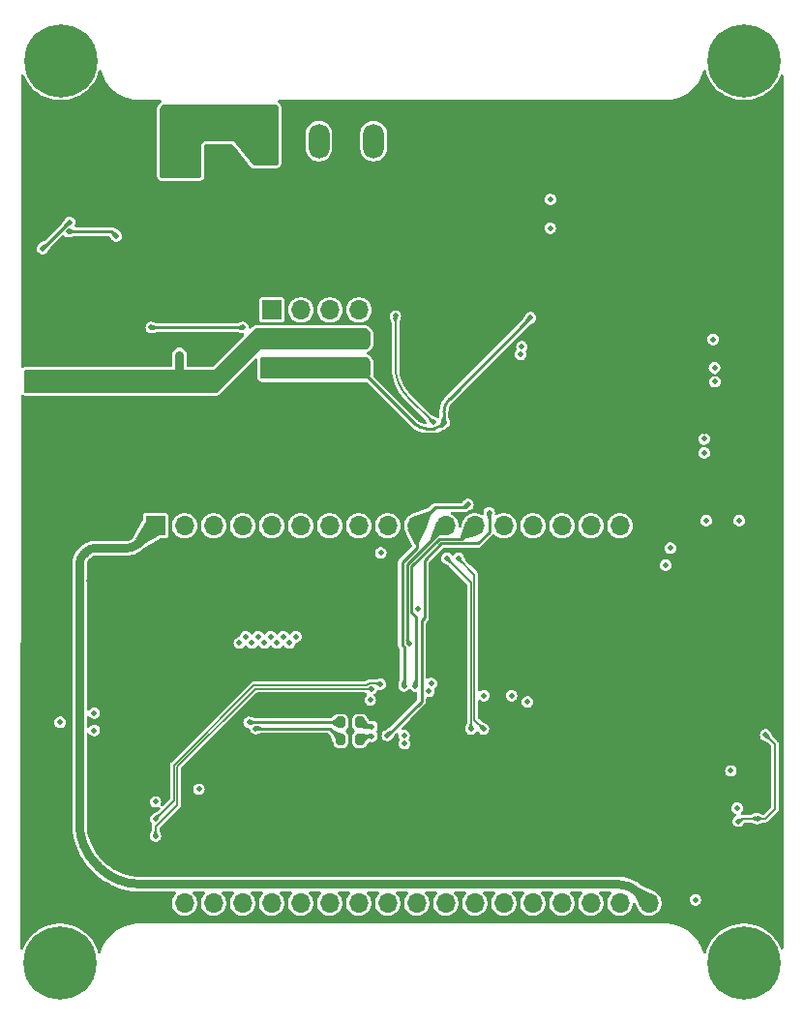
<source format=gbl>
G04 Layer: BottomSilkscreenLayer*
G04 EasyEDA v6.5.25, 2024-03-20 21:11:36*
G04 Gerber Generator version 0.2*
G04 Scale: 100 percent, Rotated: No, Reflected: No *
G04 Dimensions in millimeters  *
G04 leading zeros omitted , absolute positions ,3 integer and 6 decimal *
%TF.GenerationSoftware,KiCad,Pcbnew,8.0.3*%
%TF.CreationDate,2024-07-16T23:19:00+08:00*%
%TF.ProjectId,mspm0,6d73706d-302e-46b6-9963-61645f706362,rev?*%
%TF.SameCoordinates,Original*%
%TF.FileFunction,Copper,L4,Bot*%
%TF.FilePolarity,Positive*%
%FSLAX46Y46*%
G04 Gerber Fmt 4.6, Leading zero omitted, Abs format (unit mm)*
G04 Created by KiCad (PCBNEW 8.0.3) date 2024-07-16 23:19:00*
%MOMM*%
%LPD*%
G01*
G04 APERTURE LIST*
G04 Aperture macros list*
%AMRoundRect*
0 Rectangle with rounded corners*
0 $1 Rounding radius*
0 $2 $3 $4 $5 $6 $7 $8 $9 X,Y pos of 4 corners*
0 Add a 4 corners polygon primitive as box body*
4,1,4,$2,$3,$4,$5,$6,$7,$8,$9,$2,$3,0*
0 Add four circle primitives for the rounded corners*
1,1,$1+$1,$2,$3*
1,1,$1+$1,$4,$5*
1,1,$1+$1,$6,$7*
1,1,$1+$1,$8,$9*
0 Add four rect primitives between the rounded corners*
20,1,$1+$1,$2,$3,$4,$5,0*
20,1,$1+$1,$4,$5,$6,$7,0*
20,1,$1+$1,$6,$7,$8,$9,0*
20,1,$1+$1,$8,$9,$2,$3,0*%
G04 Aperture macros list end*
%TA.AperFunction,ComponentPad*%
%ADD10C,0.800000*%
%TD*%
%TA.AperFunction,ComponentPad*%
%ADD11C,6.400000*%
%TD*%
%TA.AperFunction,ComponentPad*%
%ADD12R,3.500000X3.500000*%
%TD*%
%TA.AperFunction,ComponentPad*%
%ADD13RoundRect,0.750000X-0.750000X-1.000000X0.750000X-1.000000X0.750000X1.000000X-0.750000X1.000000X0*%
%TD*%
%TA.AperFunction,ComponentPad*%
%ADD14RoundRect,0.875000X-0.875000X-0.875000X0.875000X-0.875000X0.875000X0.875000X-0.875000X0.875000X0*%
%TD*%
%TA.AperFunction,ComponentPad*%
%ADD15R,1.700000X1.700000*%
%TD*%
%TA.AperFunction,ComponentPad*%
%ADD16O,1.700000X1.700000*%
%TD*%
%TA.AperFunction,ComponentPad*%
%ADD17O,1.700000X1.100000*%
%TD*%
%TA.AperFunction,ComponentPad*%
%ADD18O,1.827000X3.027000*%
%TD*%
%TA.AperFunction,SMDPad,CuDef*%
%ADD19RoundRect,0.250000X-0.450000X0.400000X-0.450000X-0.400000X0.450000X-0.400000X0.450000X0.400000X0*%
%TD*%
%TA.AperFunction,SMDPad,CuDef*%
%ADD20RoundRect,0.200000X-0.200000X-0.275000X0.200000X-0.275000X0.200000X0.275000X-0.200000X0.275000X0*%
%TD*%
%TA.AperFunction,ViaPad*%
%ADD21C,0.500000*%
%TD*%
%TA.AperFunction,Conductor*%
%ADD22C,0.152400*%
%TD*%
%TA.AperFunction,Conductor*%
%ADD23C,0.762000*%
%TD*%
%TA.AperFunction,Conductor*%
%ADD24C,0.254000*%
%TD*%
G04 APERTURE END LIST*
D10*
%TO.P,H2,1,1*%
%TO.N,unconnected-(H2-Pad1)_2*%
X178200000Y-27650000D03*
%TO.N,unconnected-(H2-Pad1)_1*%
X178902944Y-25952944D03*
%TO.N,unconnected-(H2-Pad1)_0*%
X178902944Y-29347056D03*
%TO.N,unconnected-(H2-Pad1)_4*%
X180600000Y-25250000D03*
D11*
%TO.N,unconnected-(H2-Pad1)_7*%
X180600000Y-27650000D03*
D10*
%TO.N,unconnected-(H2-Pad1)_3*%
X180600000Y-30050000D03*
%TO.N,unconnected-(H2-Pad1)_5*%
X182297056Y-25952944D03*
%TO.N,unconnected-(H2-Pad1)_6*%
X182297056Y-29347056D03*
%TO.N,unconnected-(H2-Pad1)*%
X183000000Y-27650000D03*
%TD*%
D12*
%TO.P,J1,1*%
%TO.N,Net-(J2-Pin_2)*%
X131300000Y-36100000D03*
D13*
%TO.P,J1,2*%
%TO.N,GND*%
X125300000Y-36100000D03*
D14*
%TO.P,J1,3*%
X128300000Y-40800000D03*
%TD*%
D10*
%TO.P,H1,1,1*%
%TO.N,unconnected-(H1-Pad1)*%
X118400000Y-27650000D03*
%TO.N,unconnected-(H1-Pad1)_0*%
X119102944Y-25952944D03*
%TO.N,unconnected-(H1-Pad1)_7*%
X119102944Y-29347056D03*
%TO.N,unconnected-(H1-Pad1)_2*%
X120800000Y-25250000D03*
D11*
%TO.N,unconnected-(H1-Pad1)_5*%
X120800000Y-27650000D03*
D10*
%TO.N,unconnected-(H1-Pad1)_6*%
X120800000Y-30050000D03*
%TO.N,unconnected-(H1-Pad1)_4*%
X122497056Y-25952944D03*
%TO.N,unconnected-(H1-Pad1)_3*%
X122497056Y-29347056D03*
%TO.N,unconnected-(H1-Pad1)_1*%
X123200000Y-27650000D03*
%TD*%
D15*
%TO.P,J6,1,Pin_1*%
%TO.N,+3.3VP*%
X139300000Y-54540000D03*
D16*
%TO.P,J6,2,Pin_2*%
X141840000Y-54540000D03*
%TO.P,J6,3,Pin_3*%
X144380000Y-54540000D03*
%TO.P,J6,4,Pin_4*%
X146920000Y-54540000D03*
%TD*%
D15*
%TO.P,J4,1,Pin_1*%
%TO.N,+5V*%
X139300000Y-52000000D03*
D16*
%TO.P,J4,2,Pin_2*%
X141840000Y-52000000D03*
%TO.P,J4,3,Pin_3*%
X144380000Y-52000000D03*
%TO.P,J4,4,Pin_4*%
X146920000Y-52000000D03*
%TD*%
D10*
%TO.P,H4,1,1*%
%TO.N,unconnected-(H4-Pad1)*%
X178200000Y-106600000D03*
%TO.N,unconnected-(H4-Pad1)_5*%
X178902944Y-104902944D03*
%TO.N,unconnected-(H4-Pad1)_2*%
X178902944Y-108297056D03*
%TO.N,unconnected-(H4-Pad1)_0*%
X180600000Y-104200000D03*
D11*
%TO.N,unconnected-(H4-Pad1)_4*%
X180600000Y-106600000D03*
D10*
%TO.N,unconnected-(H4-Pad1)_1*%
X180600000Y-109000000D03*
%TO.N,unconnected-(H4-Pad1)_3*%
X182297056Y-104902944D03*
%TO.N,unconnected-(H4-Pad1)_6*%
X182297056Y-108297056D03*
%TO.N,unconnected-(H4-Pad1)_7*%
X183000000Y-106600000D03*
%TD*%
D15*
%TO.P,J7,1,Pin_1*%
%TO.N,GND*%
X139300000Y-57080000D03*
D16*
%TO.P,J7,2,Pin_2*%
X141840000Y-57080000D03*
%TO.P,J7,3,Pin_3*%
X144380000Y-57080000D03*
%TO.P,J7,4,Pin_4*%
X146920000Y-57080000D03*
%TD*%
D17*
%TO.P,J10,S1,SHIELD*%
%TO.N,GND*%
X123875000Y-64480000D03*
X120075000Y-64480000D03*
X123875000Y-73120000D03*
X120075000Y-73120000D03*
%TD*%
D15*
%TO.P,J12,1,Pin_1*%
%TO.N,GND*%
X129100000Y-101350000D03*
D16*
%TO.P,J12,2,Pin_2*%
%TO.N,/PA7*%
X131640000Y-101350000D03*
%TO.P,J12,3,Pin_3*%
%TO.N,/PB2*%
X134180000Y-101350000D03*
%TO.P,J12,4,Pin_4*%
%TO.N,/PB3*%
X136720000Y-101350000D03*
%TO.P,J12,5,Pin_5*%
%TO.N,/PA8*%
X139260000Y-101350000D03*
%TO.P,J12,6,Pin_6*%
%TO.N,/PA9*%
X141800000Y-101350000D03*
%TO.P,J12,7,Pin_7*%
%TO.N,/PA10*%
X144340000Y-101350000D03*
%TO.P,J12,8,Pin_8*%
%TO.N,/PA11*%
X146880000Y-101350000D03*
%TO.P,J12,9,Pin_9*%
%TO.N,/PB6*%
X149420000Y-101350000D03*
%TO.P,J12,10,Pin_10*%
%TO.N,/PB7*%
X151960000Y-101350000D03*
%TO.P,J12,11,Pin_11*%
%TO.N,/PB8*%
X154500000Y-101350000D03*
%TO.P,J12,12,Pin_12*%
%TO.N,/PB9*%
X157040000Y-101350000D03*
%TO.P,J12,13,Pin_13*%
%TO.N,/PB14*%
X159580000Y-101350000D03*
%TO.P,J12,14,Pin_14*%
%TO.N,/PB15*%
X162120000Y-101350000D03*
%TO.P,J12,15,Pin_15*%
%TO.N,/PB16*%
X164660000Y-101350000D03*
%TO.P,J12,16,Pin_16*%
%TO.N,/PA14*%
X167200000Y-101350000D03*
%TO.P,J12,17,Pin_17*%
%TO.N,/PA15_A1_0*%
X169740000Y-101350000D03*
%TO.P,J12,18,Pin_18*%
%TO.N,VBUS*%
X172280000Y-101350000D03*
%TD*%
D15*
%TO.P,J2,1,Pin_1*%
%TO.N,GND*%
X135150000Y-35975000D03*
D16*
%TO.P,J2,2,Pin_2*%
%TO.N,Net-(J2-Pin_2)*%
X135150000Y-33435000D03*
%TD*%
D15*
%TO.P,J3,1,Pin_1*%
%TO.N,+12V*%
X139300000Y-49460000D03*
D16*
%TO.P,J3,2,Pin_2*%
X141840000Y-49460000D03*
%TO.P,J3,3,Pin_3*%
X144380000Y-49460000D03*
%TO.P,J3,4,Pin_4*%
X146920000Y-49460000D03*
%TD*%
D10*
%TO.P,H3,1,1*%
%TO.N,unconnected-(H3-Pad1)_2*%
X118350000Y-106600000D03*
%TO.N,unconnected-(H3-Pad1)_5*%
X119052944Y-104902944D03*
%TO.N,unconnected-(H3-Pad1)_4*%
X119052944Y-108297056D03*
%TO.N,unconnected-(H3-Pad1)_3*%
X120750000Y-104200000D03*
D11*
%TO.N,unconnected-(H3-Pad1)_7*%
X120750000Y-106600000D03*
D10*
%TO.N,unconnected-(H3-Pad1)_1*%
X120750000Y-109000000D03*
%TO.N,unconnected-(H3-Pad1)*%
X122447056Y-104902944D03*
%TO.N,unconnected-(H3-Pad1)_6*%
X122447056Y-108297056D03*
%TO.N,unconnected-(H3-Pad1)_0*%
X123150000Y-106600000D03*
%TD*%
D15*
%TO.P,J9,1,Pin_1*%
%TO.N,VBUS*%
X129100000Y-68350000D03*
D16*
%TO.P,J9,2,Pin_2*%
%TO.N,/PA31*%
X131640000Y-68350000D03*
%TO.P,J9,3,Pin_3*%
%TO.N,/PA28*%
X134180000Y-68350000D03*
%TO.P,J9,4,Pin_4*%
%TO.N,/PA1*%
X136720000Y-68350000D03*
%TO.P,J9,5,Pin_5*%
%TO.N,/PA0*%
X139260000Y-68350000D03*
%TO.P,J9,6,Pin_6*%
%TO.N,/PA27_A0_0*%
X141800000Y-68350000D03*
%TO.P,J9,7,Pin_7*%
%TO.N,/PA26_A0_1*%
X144340000Y-68350000D03*
%TO.P,J9,8,Pin_8*%
%TO.N,/PA25_A0_2*%
X146880000Y-68350000D03*
%TO.P,J9,9,Pin_9*%
%TO.N,/PA24_A0_3*%
X149420000Y-68350000D03*
%TO.P,J9,10,Pin_10*%
%TO.N,/PB24_A0_5*%
X151960000Y-68350000D03*
%TO.P,J9,11,Pin_11*%
%TO.N,/PB20_A0_6*%
X154500000Y-68350000D03*
%TO.P,J9,12,Pin_12*%
%TO.N,/PA22_A0_7*%
X157040000Y-68350000D03*
%TO.P,J9,13,Pin_13*%
%TO.N,/PB19_A1_6*%
X159580000Y-68350000D03*
%TO.P,J9,14,Pin_14*%
%TO.N,/PB18_A1_5*%
X162120000Y-68350000D03*
%TO.P,J9,15,Pin_15*%
%TO.N,/PB17_A1_4*%
X164660000Y-68350000D03*
%TO.P,J9,16,Pin_16*%
%TO.N,/LCD_BLK*%
X167200000Y-68350000D03*
%TO.P,J9,17,Pin_17*%
%TO.N,/PA16_A1_1*%
X169740000Y-68350000D03*
%TO.P,J9,18,Pin_18*%
%TO.N,GND*%
X172280000Y-68350000D03*
%TD*%
D18*
%TO.P,U1,1,1*%
%TO.N,Net-(J2-Pin_2)*%
X138600000Y-34700000D03*
%TO.P,U1,2,2*%
%TO.N,+12V*%
X143400000Y-34700000D03*
%TO.P,U1,3,3*%
X148200000Y-34700000D03*
%TD*%
D19*
%TO.P,D14,1,A1*%
%TO.N,+5V*%
X129350000Y-55500000D03*
%TO.P,D14,2,A2*%
%TO.N,GND*%
X129350000Y-58400000D03*
%TD*%
D20*
%TO.P,R48,1*%
%TO.N,Net-(D11-K)*%
X145325000Y-87050000D03*
%TO.P,R48,2*%
%TO.N,/PA4*%
X146975000Y-87050000D03*
%TD*%
%TO.P,R47,1*%
%TO.N,Net-(D10-K)*%
X145325000Y-85550000D03*
%TO.P,R47,2*%
%TO.N,/PA3*%
X146975000Y-85550000D03*
%TD*%
D21*
%TO.N,GND*%
X169900000Y-43500000D03*
X169900000Y-38000000D03*
X128750000Y-50200000D03*
X158400000Y-81550000D03*
X165900000Y-69850000D03*
X161000000Y-81200000D03*
X165550000Y-82100000D03*
X160900000Y-84500000D03*
X165650000Y-88300000D03*
X158750000Y-86200000D03*
X159000000Y-88700000D03*
X156850000Y-95400000D03*
X155250000Y-95600000D03*
X152600000Y-93800000D03*
X149900000Y-98750000D03*
X149550000Y-96950000D03*
X148850000Y-95450000D03*
X145100000Y-95100000D03*
X143150000Y-94350000D03*
X139150000Y-95200000D03*
X142450000Y-72900000D03*
X140200000Y-73500000D03*
X140300000Y-74850000D03*
X177150000Y-84000000D03*
%TO.N,/BSL_invoke*%
X160258000Y-83200000D03*
X157850000Y-83200000D03*
%TO.N,/NRST*%
X180000000Y-93050000D03*
X161650000Y-83750000D03*
X147890000Y-83590000D03*
%TO.N,GND*%
X138550000Y-40700000D03*
X126800000Y-52900000D03*
X155600000Y-73200000D03*
X145700000Y-40000000D03*
X154200000Y-88400000D03*
X133450000Y-50200000D03*
X132400000Y-42800000D03*
X128700000Y-61000000D03*
X132800000Y-50200000D03*
X150000000Y-82350000D03*
X156000000Y-81300000D03*
X167800000Y-52950000D03*
X117900000Y-45200000D03*
X145700000Y-38700000D03*
X168500000Y-71300000D03*
X143400000Y-41300000D03*
X148200000Y-84400000D03*
X169200000Y-35600000D03*
X136250000Y-40050000D03*
X138300000Y-88800000D03*
X126350000Y-49500000D03*
X167950000Y-95300000D03*
X131100000Y-61000000D03*
X140700000Y-83200000D03*
X138300000Y-84800000D03*
X142300000Y-89600000D03*
X139900000Y-83200000D03*
X155950000Y-77050000D03*
X161150000Y-54250000D03*
X120400000Y-45600000D03*
X138550000Y-40050000D03*
X117900000Y-31900000D03*
X177250000Y-64550000D03*
X123650000Y-49200000D03*
X145700000Y-41300000D03*
X176320000Y-96900000D03*
X140700000Y-91200000D03*
X155500000Y-53000000D03*
X158700000Y-69800000D03*
X175300000Y-52800000D03*
X126800000Y-51700000D03*
X171500000Y-60100000D03*
X126800000Y-53500000D03*
X147850000Y-75600000D03*
X143400000Y-40000000D03*
X171500000Y-61700000D03*
X121000000Y-45600000D03*
X177100000Y-60100000D03*
X121000000Y-78300000D03*
X131300000Y-58600000D03*
X131900000Y-58600000D03*
X152000000Y-32100000D03*
X157763102Y-75550000D03*
X151968200Y-62611000D03*
X144500000Y-74600000D03*
X123000000Y-45700000D03*
X136250000Y-39400000D03*
X127700000Y-58600000D03*
X148600000Y-48300000D03*
X178000000Y-53300000D03*
X159900000Y-51200000D03*
X138300000Y-90400000D03*
X126800000Y-54100000D03*
X127500000Y-61000000D03*
X141000000Y-32100000D03*
X151968200Y-65557400D03*
X145700000Y-39350000D03*
X138300000Y-89600000D03*
X145700000Y-40650000D03*
X136250000Y-41350000D03*
X167800000Y-48950000D03*
X136250000Y-40700000D03*
X138550000Y-38750000D03*
X142300000Y-84000000D03*
X142300000Y-90400000D03*
X149450000Y-55950000D03*
X136250000Y-38750000D03*
X174155000Y-89095000D03*
X123100000Y-47000000D03*
X126800000Y-52300000D03*
X132400000Y-53450000D03*
X180100000Y-69200000D03*
X142300000Y-84800000D03*
X163400000Y-69300000D03*
X128100000Y-61000000D03*
X141500000Y-91200000D03*
X164350000Y-35600000D03*
X151968200Y-61137800D03*
X179200000Y-64550000D03*
X131200000Y-42800000D03*
X164350000Y-39100000D03*
X122100000Y-52700000D03*
X121300000Y-44200000D03*
X138300000Y-83200000D03*
X138300000Y-91200000D03*
X139100000Y-83200000D03*
X120300000Y-57400000D03*
X149500000Y-51300000D03*
X170700000Y-51000000D03*
X136337500Y-80400000D03*
X120100000Y-44200000D03*
X119000000Y-91200000D03*
X130500000Y-61000000D03*
X179500000Y-86850000D03*
X118975000Y-96800000D03*
X134100000Y-50200000D03*
X175300000Y-51200000D03*
X134737500Y-80400000D03*
X177100000Y-62850000D03*
X143400000Y-39350000D03*
X143400000Y-40650000D03*
X157100000Y-71800000D03*
X147000000Y-81300000D03*
X176550000Y-86850000D03*
X138550000Y-39400000D03*
X143000000Y-84400000D03*
X132400000Y-57250000D03*
X148700000Y-87400000D03*
X176600000Y-68600000D03*
X138300000Y-84000000D03*
X128300000Y-58600000D03*
X142300000Y-91200000D03*
X139100000Y-91200000D03*
X129900000Y-61000000D03*
X152400000Y-53000000D03*
X151968200Y-64084200D03*
X145592800Y-67106800D03*
X118975000Y-102400000D03*
X153200000Y-87500000D03*
X155500000Y-55069400D03*
X127100000Y-58600000D03*
X135537500Y-80400000D03*
X143400000Y-38700000D03*
X131800000Y-42800000D03*
X130100000Y-80200000D03*
X154100000Y-81300000D03*
X147000000Y-88400000D03*
X139900000Y-91200000D03*
X129300000Y-61000000D03*
X138550000Y-41350000D03*
X152400000Y-54950000D03*
X141500000Y-83200000D03*
X150698200Y-67106800D03*
X142300000Y-83200000D03*
X120200000Y-61400000D03*
X167800000Y-51000000D03*
X180900000Y-53300000D03*
X130700000Y-58600000D03*
%TO.N,+5V*%
X117900000Y-56400000D03*
X118600000Y-56400000D03*
X119300000Y-55000000D03*
X118600000Y-55000001D03*
X117900000Y-55700000D03*
X131200000Y-53400000D03*
X119300000Y-55700000D03*
X117900000Y-55000000D03*
X133450000Y-55050000D03*
X119300000Y-56400000D03*
X177900000Y-52050000D03*
X118600000Y-55700001D03*
%TO.N,+3.3V*%
X176349999Y-101070000D03*
X140300000Y-78050000D03*
X177300000Y-67900000D03*
X148818600Y-70713600D03*
X137000000Y-78050000D03*
X179458400Y-89791600D03*
X136450000Y-78600000D03*
X138650000Y-78600000D03*
X139200000Y-78050000D03*
X139750000Y-78600000D03*
X141400000Y-78050000D03*
X140850000Y-78600000D03*
X123750000Y-84750000D03*
X132900000Y-91400000D03*
X180200000Y-67900000D03*
X138100000Y-78050000D03*
X137550000Y-78600000D03*
X152050000Y-75600000D03*
%TO.N,Net-(C3-Pad1)*%
X119224999Y-44100000D03*
X121575000Y-41800000D03*
%TO.N,Net-(U2-FB)*%
X121475000Y-42600000D03*
X125675000Y-43000000D03*
%TO.N,/LCD_CS*%
X163650000Y-42300000D03*
X163650500Y-39799500D03*
%TO.N,/CANFD_RX*%
X154600000Y-71200000D03*
X156710000Y-86119401D03*
%TO.N,/CANFD_TX*%
X153400000Y-59300000D03*
X155600000Y-71200000D03*
X157800000Y-86119401D03*
X150100000Y-50000000D03*
%TO.N,/PB20_A0_6*%
X151350000Y-78700000D03*
%TO.N,/PB24_A0_5*%
X150850000Y-82350000D03*
X156450000Y-66500000D03*
%TO.N,Net-(J8-Pin_1)*%
X177125000Y-61975000D03*
X161050000Y-53350000D03*
%TO.N,Net-(D13-K)*%
X181750000Y-93965200D03*
X182500000Y-86650000D03*
X180100000Y-94200000D03*
%TO.N,Net-(D10-K)*%
X120752398Y-85550000D03*
X137300000Y-85550000D03*
%TO.N,Net-(D11-K)*%
X137883527Y-86079400D03*
X123750000Y-86250000D03*
%TO.N,/PA9*%
X129100000Y-92500000D03*
%TO.N,/PA3*%
X148050000Y-85900000D03*
%TO.N,/PA4*%
X148050000Y-86750000D03*
%TO.N,/PA22_A0_7*%
X151850000Y-82350000D03*
%TO.N,Net-(J8-Pin_2)*%
X177126075Y-60751882D03*
X161157254Y-52706474D03*
%TO.N,+3.3VP*%
X128737500Y-51000000D03*
X161920600Y-50156400D03*
X136737500Y-51000000D03*
X154353985Y-59350000D03*
%TO.N,Net-(U6-PA20_SWCLK)*%
X153250000Y-82150000D03*
X174150000Y-70300000D03*
%TO.N,Net-(U6-PA19_SWDIO)*%
X153029400Y-82850000D03*
X173750000Y-71800000D03*
%TO.N,/PA0*%
X148800000Y-82200000D03*
X129100000Y-94000000D03*
%TO.N,/PA1*%
X148000000Y-82600000D03*
X129100000Y-95500000D03*
%TO.N,/PA10*%
X150850000Y-86700000D03*
X178050000Y-55750000D03*
%TO.N,/PA11*%
X178025000Y-54525000D03*
X150889043Y-87409643D03*
%TO.N,/PA8*%
X149400000Y-86700000D03*
X158300000Y-67200000D03*
%TD*%
D22*
%TO.N,Net-(D13-K)*%
X182500000Y-86650000D02*
X183308400Y-87458400D01*
X182446600Y-93965200D02*
X181750000Y-93965200D01*
X183308400Y-93103400D02*
X182446600Y-93965200D01*
X183308400Y-87458400D02*
X183308400Y-93103400D01*
D23*
%TO.N,VBUS*%
X129100000Y-68350000D02*
X127521974Y-69928026D01*
X123937898Y-97987898D02*
X124162103Y-98212103D01*
X126623949Y-70300000D02*
X123876051Y-70300000D01*
X171373949Y-100443949D02*
X172280000Y-101350000D01*
X127754205Y-99700000D02*
X169577898Y-99700000D01*
X122450000Y-71726051D02*
X122450000Y-94395795D01*
X122978025Y-70671975D02*
X122821974Y-70828026D01*
X123876051Y-70300000D02*
G75*
G03*
X122978049Y-70671999I49J-1270000D01*
G01*
X126623949Y-70300000D02*
G75*
G03*
X127521950Y-69928002I-49J1270000D01*
G01*
X169577898Y-99700000D02*
G75*
G02*
X171373950Y-100443948I2J-2540000D01*
G01*
X123937898Y-97987898D02*
G75*
G02*
X122450003Y-94395795I3592102J3592098D01*
G01*
X122450000Y-71726051D02*
G75*
G02*
X122821998Y-70828050I1270000J-49D01*
G01*
X127754205Y-99700000D02*
G75*
G02*
X124162101Y-98212105I-5J5080000D01*
G01*
%TO.N,+5V*%
X129450000Y-55600000D02*
X131200000Y-55600000D01*
X131200000Y-55600000D02*
X131200000Y-53400000D01*
X129350000Y-55500000D02*
X129450000Y-55600000D01*
D24*
%TO.N,Net-(C3-Pad1)*%
X119224999Y-44100000D02*
X121524999Y-41800000D01*
%TO.N,Net-(U2-FB)*%
X125224999Y-42600000D02*
X125624999Y-43000000D01*
X121524999Y-42600000D02*
X125224999Y-42600000D01*
D22*
%TO.N,/CANFD_RX*%
X156710000Y-73310000D02*
X154600000Y-71200000D01*
X156710000Y-86119401D02*
X156710000Y-73310000D01*
%TO.N,/CANFD_TX*%
X157014800Y-85334201D02*
X157014800Y-72614800D01*
X157014800Y-72614800D02*
X155600000Y-71200000D01*
X157800000Y-86119401D02*
X157014800Y-85334201D01*
X153400000Y-59300000D02*
X151215923Y-57115923D01*
X150100000Y-54421846D02*
X150100000Y-50000000D01*
X151215923Y-57115923D02*
G75*
G02*
X150099967Y-54421846I2694077J2694123D01*
G01*
D24*
%TO.N,/PB20_A0_6*%
X151114200Y-78464200D02*
X151114200Y-71735800D01*
X151114200Y-71735800D02*
X154500000Y-68350000D01*
X151350000Y-78700000D02*
X151114200Y-78464200D01*
%TO.N,/PB24_A0_5*%
X150707800Y-78806485D02*
X150707800Y-71567464D01*
X150850000Y-78948685D02*
X150707800Y-78806485D01*
X151960000Y-70315264D02*
X151960000Y-68350000D01*
X150850000Y-82350000D02*
X150850000Y-78948685D01*
X156200000Y-66750000D02*
X153560000Y-66750000D01*
X153560000Y-66750000D02*
X151960000Y-68350000D01*
X156450000Y-66500000D02*
X156200000Y-66750000D01*
X150707800Y-71567464D02*
X151960000Y-70315264D01*
D22*
%TO.N,Net-(D13-K)*%
X180100000Y-94200000D02*
X180334800Y-93965200D01*
X180334800Y-93965200D02*
X181750000Y-93965200D01*
D24*
%TO.N,Net-(D10-K)*%
X145325000Y-85550000D02*
X137300000Y-85550000D01*
%TO.N,Net-(D11-K)*%
X137883527Y-86079400D02*
X144354400Y-86079400D01*
X144354400Y-86079400D02*
X145325000Y-87050000D01*
%TO.N,/PA3*%
X147325000Y-85900000D02*
X146975000Y-85550000D01*
X148050000Y-85900000D02*
X147325000Y-85900000D01*
%TO.N,/PA4*%
X148050000Y-86750000D02*
X147275000Y-86750000D01*
X147275000Y-86750000D02*
X146975000Y-87050000D01*
%TO.N,/PA22_A0_7*%
X151879400Y-82320600D02*
X151879400Y-76279400D01*
X155910599Y-69479400D02*
X157039999Y-68350000D01*
X153945336Y-69479400D02*
X155910599Y-69479400D01*
X151879400Y-76279400D02*
X151520600Y-75920600D01*
X151850000Y-82350000D02*
X151879400Y-82320600D01*
X151520600Y-75920600D02*
X151520600Y-71904136D01*
X151520600Y-71904136D02*
X153945336Y-69479400D01*
%TO.N,+3.3VP*%
X161920600Y-50156400D02*
X154837551Y-57239449D01*
X146920000Y-54540000D02*
X151800228Y-59420228D01*
X152788056Y-59829400D02*
X153530522Y-59829400D01*
X128737500Y-51000000D02*
X136737500Y-51000000D01*
X154353985Y-58406882D02*
X154353985Y-59350000D01*
X154117873Y-59586112D02*
X154353985Y-59350000D01*
X154837551Y-57239449D02*
G75*
G03*
X154353976Y-58406882I1167449J-1167451D01*
G01*
X153530522Y-59829400D02*
G75*
G03*
X154117853Y-59586092I-22J830600D01*
G01*
X152788056Y-59829400D02*
G75*
G02*
X151800250Y-59420206I44J1397000D01*
G01*
D22*
%TO.N,/PA0*%
X147627957Y-82295200D02*
X147801757Y-82121400D01*
X137704800Y-82295200D02*
X147627957Y-82295200D01*
X148721400Y-82121400D02*
X148800000Y-82200000D01*
X147801757Y-82121400D02*
X148721400Y-82121400D01*
X130700000Y-89300000D02*
X137704800Y-82295200D01*
X129100000Y-94000000D02*
X130700000Y-92400000D01*
X130700000Y-92400000D02*
X130700000Y-89300000D01*
%TO.N,/PA1*%
X131004800Y-89426252D02*
X137831052Y-82600000D01*
X129100000Y-94700000D02*
X131004800Y-92795200D01*
X129100000Y-95500000D02*
X129100000Y-94700000D01*
X137831052Y-82600000D02*
X148000000Y-82600000D01*
X131004800Y-92795200D02*
X131004800Y-89426252D01*
D24*
%TO.N,/PA8*%
X152650000Y-76388570D02*
X152650000Y-71349472D01*
X157314200Y-69885800D02*
X158300000Y-68900000D01*
X158300000Y-68900000D02*
X158300000Y-67200000D01*
X149400000Y-86700000D02*
X152400000Y-83700000D01*
X152400000Y-76638570D02*
X152650000Y-76388570D01*
X152650000Y-71349472D02*
X154113672Y-69885800D01*
X152400000Y-83700000D02*
X152400000Y-76638570D01*
X154113672Y-69885800D02*
X157314200Y-69885800D01*
%TD*%
%TA.AperFunction,Conductor*%
%TO.N,Net-(J2-Pin_2)*%
G36*
X139665677Y-31519685D02*
G01*
X139686319Y-31536319D01*
X139863681Y-31713681D01*
X139897166Y-31775004D01*
X139900000Y-31801362D01*
X139900000Y-36548638D01*
X139880315Y-36615677D01*
X139863681Y-36636319D01*
X139686319Y-36813681D01*
X139624996Y-36847166D01*
X139598638Y-36850000D01*
X137759157Y-36850000D01*
X137692118Y-36830315D01*
X137662779Y-36804021D01*
X136264390Y-35076599D01*
X136245585Y-35036490D01*
X136244405Y-35036979D01*
X136239735Y-35025706D01*
X136239734Y-35025699D01*
X136183484Y-34941516D01*
X136137165Y-34910566D01*
X136109678Y-34885485D01*
X136000000Y-34750000D01*
X135150000Y-34750000D01*
X133350000Y-34750000D01*
X133349999Y-34750000D01*
X133100000Y-34999999D01*
X133100000Y-37776000D01*
X133080315Y-37843039D01*
X133027511Y-37888794D01*
X132976000Y-37900000D01*
X129624000Y-37900000D01*
X129556961Y-37880315D01*
X129511206Y-37827511D01*
X129500000Y-37776000D01*
X129500000Y-31801362D01*
X129519685Y-31734323D01*
X129536319Y-31713681D01*
X129713681Y-31536319D01*
X129775004Y-31502834D01*
X129801362Y-31500000D01*
X139598638Y-31500000D01*
X139665677Y-31519685D01*
G37*
%TD.AperFunction*%
%TD*%
%TA.AperFunction,Conductor*%
%TO.N,GND*%
G36*
X177203896Y-28488669D02*
G01*
X177256203Y-28536674D01*
X177269710Y-28568032D01*
X177321524Y-28754647D01*
X177374343Y-28887214D01*
X177460176Y-29102637D01*
X177635639Y-29433597D01*
X177845857Y-29743645D01*
X177845859Y-29743647D01*
X178088364Y-30029147D01*
X178360304Y-30286743D01*
X178360319Y-30286756D01*
X178658532Y-30513451D01*
X178979506Y-30706575D01*
X179021670Y-30726082D01*
X179319468Y-30863859D01*
X179319480Y-30863864D01*
X179674466Y-30983473D01*
X180040303Y-31063999D01*
X180412702Y-31104500D01*
X180412710Y-31104500D01*
X180787290Y-31104500D01*
X180787298Y-31104500D01*
X181159697Y-31063999D01*
X181525534Y-30983473D01*
X181880520Y-30863864D01*
X182220494Y-30706575D01*
X182541468Y-30513451D01*
X182839681Y-30286756D01*
X183111635Y-30029147D01*
X183354143Y-29743645D01*
X183564361Y-29433597D01*
X183739824Y-29102637D01*
X183806949Y-28934165D01*
X183850744Y-28878287D01*
X183917798Y-28854956D01*
X183986821Y-28871580D01*
X184035898Y-28922882D01*
X184050000Y-28980803D01*
X184050000Y-105269196D01*
X184029998Y-105337317D01*
X183976342Y-105383810D01*
X183906068Y-105393914D01*
X183841488Y-105364420D01*
X183806949Y-105315833D01*
X183739828Y-105147374D01*
X183739824Y-105147363D01*
X183564361Y-104816403D01*
X183354143Y-104506355D01*
X183269941Y-104407225D01*
X183111635Y-104220852D01*
X182839695Y-103963256D01*
X182839680Y-103963243D01*
X182541472Y-103736552D01*
X182541466Y-103736548D01*
X182488370Y-103704601D01*
X182220494Y-103543425D01*
X182220488Y-103543422D01*
X181880531Y-103386140D01*
X181880519Y-103386135D01*
X181525543Y-103266530D01*
X181525542Y-103266529D01*
X181525534Y-103266527D01*
X181525529Y-103266525D01*
X181525526Y-103266525D01*
X181159714Y-103186004D01*
X181159685Y-103185999D01*
X180787305Y-103145500D01*
X180787298Y-103145500D01*
X180412702Y-103145500D01*
X180412694Y-103145500D01*
X180040314Y-103185999D01*
X180040285Y-103186004D01*
X179674473Y-103266525D01*
X179674456Y-103266530D01*
X179319480Y-103386135D01*
X179319468Y-103386140D01*
X178979511Y-103543422D01*
X178979504Y-103543426D01*
X178658533Y-103736548D01*
X178658527Y-103736552D01*
X178360319Y-103963243D01*
X178360304Y-103963256D01*
X178088364Y-104220852D01*
X177845859Y-104506352D01*
X177845857Y-104506355D01*
X177635639Y-104816403D01*
X177635636Y-104816408D01*
X177635635Y-104816410D01*
X177460175Y-105147365D01*
X177460171Y-105147374D01*
X177321524Y-105495352D01*
X177269710Y-105681967D01*
X177232213Y-105742254D01*
X177168074Y-105772697D01*
X177097659Y-105763632D01*
X177043323Y-105717937D01*
X177028470Y-105687194D01*
X176923065Y-105362786D01*
X176923064Y-105362785D01*
X176881395Y-105269196D01*
X176776082Y-105032658D01*
X176776081Y-105032656D01*
X176776078Y-105032650D01*
X176651231Y-104816410D01*
X176595399Y-104719706D01*
X176382993Y-104427355D01*
X176141192Y-104158808D01*
X175872645Y-103917007D01*
X175580294Y-103704601D01*
X175508613Y-103663216D01*
X175267349Y-103523921D01*
X175267343Y-103523918D01*
X174937214Y-103376935D01*
X174937213Y-103376934D01*
X174593542Y-103265270D01*
X174593539Y-103265269D01*
X174593538Y-103265269D01*
X174501452Y-103245695D01*
X174240071Y-103190137D01*
X173880694Y-103152365D01*
X173880689Y-103152364D01*
X173880683Y-103152364D01*
X173844546Y-103151891D01*
X173700016Y-103150000D01*
X173700000Y-103150000D01*
X127650000Y-103150000D01*
X127649984Y-103150000D01*
X127497845Y-103151990D01*
X127469317Y-103152364D01*
X127469311Y-103152364D01*
X127469305Y-103152365D01*
X127109928Y-103190137D01*
X126756457Y-103265270D01*
X126412786Y-103376934D01*
X126412785Y-103376935D01*
X126082656Y-103523918D01*
X126082650Y-103523921D01*
X125769709Y-103704599D01*
X125769697Y-103704607D01*
X125477355Y-103917006D01*
X125477354Y-103917007D01*
X125208808Y-104158808D01*
X124967007Y-104427354D01*
X124967006Y-104427355D01*
X124754607Y-104719697D01*
X124754599Y-104719709D01*
X124573921Y-105032650D01*
X124573918Y-105032656D01*
X124426935Y-105362785D01*
X124426934Y-105362786D01*
X124321529Y-105687194D01*
X124281456Y-105745800D01*
X124216059Y-105773437D01*
X124146102Y-105761330D01*
X124093796Y-105713324D01*
X124080289Y-105681967D01*
X124028476Y-105495353D01*
X123889824Y-105147363D01*
X123714361Y-104816403D01*
X123504143Y-104506355D01*
X123419941Y-104407225D01*
X123261635Y-104220852D01*
X122989695Y-103963256D01*
X122989680Y-103963243D01*
X122691472Y-103736552D01*
X122691466Y-103736548D01*
X122638370Y-103704601D01*
X122370494Y-103543425D01*
X122370488Y-103543422D01*
X122030531Y-103386140D01*
X122030519Y-103386135D01*
X121675543Y-103266530D01*
X121675542Y-103266529D01*
X121675534Y-103266527D01*
X121675529Y-103266525D01*
X121675526Y-103266525D01*
X121309714Y-103186004D01*
X121309685Y-103185999D01*
X120937305Y-103145500D01*
X120937298Y-103145500D01*
X120562702Y-103145500D01*
X120562694Y-103145500D01*
X120190314Y-103185999D01*
X120190285Y-103186004D01*
X119824473Y-103266525D01*
X119824456Y-103266530D01*
X119469480Y-103386135D01*
X119469468Y-103386140D01*
X119129511Y-103543422D01*
X119129504Y-103543426D01*
X118808533Y-103736548D01*
X118808527Y-103736552D01*
X118510319Y-103963243D01*
X118510304Y-103963256D01*
X118238364Y-104220852D01*
X117995859Y-104506352D01*
X117995857Y-104506355D01*
X117785639Y-104816403D01*
X117785636Y-104816408D01*
X117785635Y-104816410D01*
X117610175Y-105147365D01*
X117610171Y-105147374D01*
X117543895Y-105313715D01*
X117500100Y-105369594D01*
X117433046Y-105392925D01*
X117364023Y-105376301D01*
X117314946Y-105324998D01*
X117300844Y-105266998D01*
X117300920Y-105147365D01*
X117313331Y-85550000D01*
X120242710Y-85550000D01*
X120263356Y-85693596D01*
X120323621Y-85825558D01*
X120418623Y-85935196D01*
X120540666Y-86013629D01*
X120679862Y-86054500D01*
X120824934Y-86054500D01*
X120964130Y-86013629D01*
X121086173Y-85935196D01*
X121181175Y-85825558D01*
X121241440Y-85693596D01*
X121262086Y-85550000D01*
X121241440Y-85406404D01*
X121181175Y-85274442D01*
X121086173Y-85164804D01*
X121086172Y-85164803D01*
X120966481Y-85087882D01*
X120964130Y-85086371D01*
X120964129Y-85086370D01*
X120964128Y-85086370D01*
X120824934Y-85045500D01*
X120679862Y-85045500D01*
X120540667Y-85086370D01*
X120540664Y-85086372D01*
X120418623Y-85164803D01*
X120323621Y-85274441D01*
X120263356Y-85406403D01*
X120259047Y-85436371D01*
X120242710Y-85550000D01*
X117313331Y-85550000D01*
X117322036Y-71804751D01*
X121814497Y-71804751D01*
X121814500Y-71804804D01*
X121814500Y-94464568D01*
X121814504Y-94464649D01*
X121814504Y-94620357D01*
X121841290Y-94960719D01*
X121849742Y-95068108D01*
X121919997Y-95511685D01*
X121919998Y-95511687D01*
X121919999Y-95511693D01*
X121929523Y-95551363D01*
X122024847Y-95948418D01*
X122163629Y-96375548D01*
X122335503Y-96790485D01*
X122335503Y-96790486D01*
X122539403Y-97190664D01*
X122774075Y-97573614D01*
X122774077Y-97573616D01*
X123038058Y-97936955D01*
X123317107Y-98263681D01*
X123329742Y-98278474D01*
X123441111Y-98389843D01*
X123441125Y-98389858D01*
X123444272Y-98393005D01*
X123444273Y-98393006D01*
X123675831Y-98624564D01*
X123675836Y-98624573D01*
X123712735Y-98661472D01*
X123871524Y-98820262D01*
X123871536Y-98820272D01*
X123871539Y-98820275D01*
X124213042Y-99111945D01*
X124576381Y-99375926D01*
X124576383Y-99375928D01*
X124576387Y-99375930D01*
X124576392Y-99375934D01*
X124959335Y-99610601D01*
X125359509Y-99814499D01*
X125632067Y-99927396D01*
X125774451Y-99986374D01*
X126201580Y-100125156D01*
X126201582Y-100125156D01*
X126201590Y-100125159D01*
X126638306Y-100230005D01*
X127081902Y-100300263D01*
X127529643Y-100335500D01*
X127691614Y-100335500D01*
X130788145Y-100335500D01*
X130856266Y-100355502D01*
X130902759Y-100409158D01*
X130912863Y-100479432D01*
X130883369Y-100544012D01*
X130873030Y-100554615D01*
X130820269Y-100602712D01*
X130696913Y-100766063D01*
X130605671Y-100949301D01*
X130549654Y-101146180D01*
X130530768Y-101349995D01*
X130530768Y-101350004D01*
X130549654Y-101553819D01*
X130605671Y-101750698D01*
X130605672Y-101750701D01*
X130696912Y-101933935D01*
X130696913Y-101933936D01*
X130820266Y-102097284D01*
X130971536Y-102235185D01*
X131145566Y-102342940D01*
X131145568Y-102342940D01*
X131145573Y-102342944D01*
X131336444Y-102416888D01*
X131537653Y-102454500D01*
X131537655Y-102454500D01*
X131742345Y-102454500D01*
X131742347Y-102454500D01*
X131943556Y-102416888D01*
X132134427Y-102342944D01*
X132308462Y-102235186D01*
X132459732Y-102097285D01*
X132583088Y-101933935D01*
X132674328Y-101750701D01*
X132730345Y-101553821D01*
X132745718Y-101387925D01*
X132749232Y-101350004D01*
X132749232Y-101349995D01*
X132730345Y-101146180D01*
X132708670Y-101070000D01*
X132674328Y-100949299D01*
X132583088Y-100766065D01*
X132459732Y-100602715D01*
X132459730Y-100602712D01*
X132406970Y-100554615D01*
X132370103Y-100493941D01*
X132371892Y-100422967D01*
X132411768Y-100364227D01*
X132477071Y-100336370D01*
X132491855Y-100335500D01*
X133328145Y-100335500D01*
X133396266Y-100355502D01*
X133442759Y-100409158D01*
X133452863Y-100479432D01*
X133423369Y-100544012D01*
X133413030Y-100554615D01*
X133360269Y-100602712D01*
X133236913Y-100766063D01*
X133145671Y-100949301D01*
X133089654Y-101146180D01*
X133070768Y-101349995D01*
X133070768Y-101350004D01*
X133089654Y-101553819D01*
X133145671Y-101750698D01*
X133145672Y-101750701D01*
X133236912Y-101933935D01*
X133236913Y-101933936D01*
X133360266Y-102097284D01*
X133511536Y-102235185D01*
X133685566Y-102342940D01*
X133685568Y-102342940D01*
X133685573Y-102342944D01*
X133876444Y-102416888D01*
X134077653Y-102454500D01*
X134077655Y-102454500D01*
X134282345Y-102454500D01*
X134282347Y-102454500D01*
X134483556Y-102416888D01*
X134674427Y-102342944D01*
X134848462Y-102235186D01*
X134999732Y-102097285D01*
X135123088Y-101933935D01*
X135214328Y-101750701D01*
X135270345Y-101553821D01*
X135285718Y-101387925D01*
X135289232Y-101350004D01*
X135289232Y-101349995D01*
X135270345Y-101146180D01*
X135248670Y-101070000D01*
X135214328Y-100949299D01*
X135123088Y-100766065D01*
X134999732Y-100602715D01*
X134999730Y-100602712D01*
X134946970Y-100554615D01*
X134910103Y-100493941D01*
X134911892Y-100422967D01*
X134951768Y-100364227D01*
X135017071Y-100336370D01*
X135031855Y-100335500D01*
X135868145Y-100335500D01*
X135936266Y-100355502D01*
X135982759Y-100409158D01*
X135992863Y-100479432D01*
X135963369Y-100544012D01*
X135953030Y-100554615D01*
X135900269Y-100602712D01*
X135776913Y-100766063D01*
X135685671Y-100949301D01*
X135629654Y-101146180D01*
X135610768Y-101349995D01*
X135610768Y-101350004D01*
X135629654Y-101553819D01*
X135685671Y-101750698D01*
X135685672Y-101750701D01*
X135776912Y-101933935D01*
X135776913Y-101933936D01*
X135900266Y-102097284D01*
X136051536Y-102235185D01*
X136225566Y-102342940D01*
X136225568Y-102342940D01*
X136225573Y-102342944D01*
X136416444Y-102416888D01*
X136617653Y-102454500D01*
X136617655Y-102454500D01*
X136822345Y-102454500D01*
X136822347Y-102454500D01*
X137023556Y-102416888D01*
X137214427Y-102342944D01*
X137388462Y-102235186D01*
X137539732Y-102097285D01*
X137663088Y-101933935D01*
X137754328Y-101750701D01*
X137810345Y-101553821D01*
X137825718Y-101387925D01*
X137829232Y-101350004D01*
X137829232Y-101349995D01*
X137810345Y-101146180D01*
X137788670Y-101070000D01*
X137754328Y-100949299D01*
X137663088Y-100766065D01*
X137539732Y-100602715D01*
X137539730Y-100602712D01*
X137486970Y-100554615D01*
X137450103Y-100493941D01*
X137451892Y-100422967D01*
X137491768Y-100364227D01*
X137557071Y-100336370D01*
X137571855Y-100335500D01*
X138408145Y-100335500D01*
X138476266Y-100355502D01*
X138522759Y-100409158D01*
X138532863Y-100479432D01*
X138503369Y-100544012D01*
X138493030Y-100554615D01*
X138440269Y-100602712D01*
X138316913Y-100766063D01*
X138225671Y-100949301D01*
X138169654Y-101146180D01*
X138150768Y-101349995D01*
X138150768Y-101350004D01*
X138169654Y-101553819D01*
X138225671Y-101750698D01*
X138225672Y-101750701D01*
X138316912Y-101933935D01*
X138316913Y-101933936D01*
X138440266Y-102097284D01*
X138591536Y-102235185D01*
X138765566Y-102342940D01*
X138765568Y-102342940D01*
X138765573Y-102342944D01*
X138956444Y-102416888D01*
X139157653Y-102454500D01*
X139157655Y-102454500D01*
X139362345Y-102454500D01*
X139362347Y-102454500D01*
X139563556Y-102416888D01*
X139754427Y-102342944D01*
X139928462Y-102235186D01*
X140079732Y-102097285D01*
X140203088Y-101933935D01*
X140294328Y-101750701D01*
X140350345Y-101553821D01*
X140365718Y-101387925D01*
X140369232Y-101350004D01*
X140369232Y-101349995D01*
X140350345Y-101146180D01*
X140328670Y-101070000D01*
X140294328Y-100949299D01*
X140203088Y-100766065D01*
X140079732Y-100602715D01*
X140079730Y-100602712D01*
X140026970Y-100554615D01*
X139990103Y-100493941D01*
X139991892Y-100422967D01*
X140031768Y-100364227D01*
X140097071Y-100336370D01*
X140111855Y-100335500D01*
X140948145Y-100335500D01*
X141016266Y-100355502D01*
X141062759Y-100409158D01*
X141072863Y-100479432D01*
X141043369Y-100544012D01*
X141033030Y-100554615D01*
X140980269Y-100602712D01*
X140856913Y-100766063D01*
X140765671Y-100949301D01*
X140709654Y-101146180D01*
X140690768Y-101349995D01*
X140690768Y-101350004D01*
X140709654Y-101553819D01*
X140765671Y-101750698D01*
X140765672Y-101750701D01*
X140856912Y-101933935D01*
X140856913Y-101933936D01*
X140980266Y-102097284D01*
X141131536Y-102235185D01*
X141305566Y-102342940D01*
X141305568Y-102342940D01*
X141305573Y-102342944D01*
X141496444Y-102416888D01*
X141697653Y-102454500D01*
X141697655Y-102454500D01*
X141902345Y-102454500D01*
X141902347Y-102454500D01*
X142103556Y-102416888D01*
X142294427Y-102342944D01*
X142468462Y-102235186D01*
X142619732Y-102097285D01*
X142743088Y-101933935D01*
X142834328Y-101750701D01*
X142890345Y-101553821D01*
X142905718Y-101387925D01*
X142909232Y-101350004D01*
X142909232Y-101349995D01*
X142890345Y-101146180D01*
X142868670Y-101070000D01*
X142834328Y-100949299D01*
X142743088Y-100766065D01*
X142619732Y-100602715D01*
X142619730Y-100602712D01*
X142566970Y-100554615D01*
X142530103Y-100493941D01*
X142531892Y-100422967D01*
X142571768Y-100364227D01*
X142637071Y-100336370D01*
X142651855Y-100335500D01*
X143488145Y-100335500D01*
X143556266Y-100355502D01*
X143602759Y-100409158D01*
X143612863Y-100479432D01*
X143583369Y-100544012D01*
X143573030Y-100554615D01*
X143520269Y-100602712D01*
X143396913Y-100766063D01*
X143305671Y-100949301D01*
X143249654Y-101146180D01*
X143230768Y-101349995D01*
X143230768Y-101350004D01*
X143249654Y-101553819D01*
X143305671Y-101750698D01*
X143305672Y-101750701D01*
X143396912Y-101933935D01*
X143396913Y-101933936D01*
X143520266Y-102097284D01*
X143671536Y-102235185D01*
X143845566Y-102342940D01*
X143845568Y-102342940D01*
X143845573Y-102342944D01*
X144036444Y-102416888D01*
X144237653Y-102454500D01*
X144237655Y-102454500D01*
X144442345Y-102454500D01*
X144442347Y-102454500D01*
X144643556Y-102416888D01*
X144834427Y-102342944D01*
X145008462Y-102235186D01*
X145159732Y-102097285D01*
X145283088Y-101933935D01*
X145374328Y-101750701D01*
X145430345Y-101553821D01*
X145445718Y-101387925D01*
X145449232Y-101350004D01*
X145449232Y-101349995D01*
X145430345Y-101146180D01*
X145408670Y-101070000D01*
X145374328Y-100949299D01*
X145283088Y-100766065D01*
X145159732Y-100602715D01*
X145159730Y-100602712D01*
X145106970Y-100554615D01*
X145070103Y-100493941D01*
X145071892Y-100422967D01*
X145111768Y-100364227D01*
X145177071Y-100336370D01*
X145191855Y-100335500D01*
X146028145Y-100335500D01*
X146096266Y-100355502D01*
X146142759Y-100409158D01*
X146152863Y-100479432D01*
X146123369Y-100544012D01*
X146113030Y-100554615D01*
X146060269Y-100602712D01*
X145936913Y-100766063D01*
X145845671Y-100949301D01*
X145789654Y-101146180D01*
X145770768Y-101349995D01*
X145770768Y-101350004D01*
X145789654Y-101553819D01*
X145845671Y-101750698D01*
X145845672Y-101750701D01*
X145936912Y-101933935D01*
X145936913Y-101933936D01*
X146060266Y-102097284D01*
X146211536Y-102235185D01*
X146385566Y-102342940D01*
X146385568Y-102342940D01*
X146385573Y-102342944D01*
X146576444Y-102416888D01*
X146777653Y-102454500D01*
X146777655Y-102454500D01*
X146982345Y-102454500D01*
X146982347Y-102454500D01*
X147183556Y-102416888D01*
X147374427Y-102342944D01*
X147548462Y-102235186D01*
X147699732Y-102097285D01*
X147823088Y-101933935D01*
X147914328Y-101750701D01*
X147970345Y-101553821D01*
X147985718Y-101387925D01*
X147989232Y-101350004D01*
X147989232Y-101349995D01*
X147970345Y-101146180D01*
X147948670Y-101070000D01*
X147914328Y-100949299D01*
X147823088Y-100766065D01*
X147699732Y-100602715D01*
X147699730Y-100602712D01*
X147646970Y-100554615D01*
X147610103Y-100493941D01*
X147611892Y-100422967D01*
X147651768Y-100364227D01*
X147717071Y-100336370D01*
X147731855Y-100335500D01*
X148568145Y-100335500D01*
X148636266Y-100355502D01*
X148682759Y-100409158D01*
X148692863Y-100479432D01*
X148663369Y-100544012D01*
X148653030Y-100554615D01*
X148600269Y-100602712D01*
X148476913Y-100766063D01*
X148385671Y-100949301D01*
X148329654Y-101146180D01*
X148310768Y-101349995D01*
X148310768Y-101350004D01*
X148329654Y-101553819D01*
X148385671Y-101750698D01*
X148385672Y-101750701D01*
X148476912Y-101933935D01*
X148476913Y-101933936D01*
X148600266Y-102097284D01*
X148751536Y-102235185D01*
X148925566Y-102342940D01*
X148925568Y-102342940D01*
X148925573Y-102342944D01*
X149116444Y-102416888D01*
X149317653Y-102454500D01*
X149317655Y-102454500D01*
X149522345Y-102454500D01*
X149522347Y-102454500D01*
X149723556Y-102416888D01*
X149914427Y-102342944D01*
X150088462Y-102235186D01*
X150239732Y-102097285D01*
X150363088Y-101933935D01*
X150454328Y-101750701D01*
X150510345Y-101553821D01*
X150525718Y-101387925D01*
X150529232Y-101350004D01*
X150529232Y-101349995D01*
X150510345Y-101146180D01*
X150488670Y-101070000D01*
X150454328Y-100949299D01*
X150363088Y-100766065D01*
X150239732Y-100602715D01*
X150239730Y-100602712D01*
X150186970Y-100554615D01*
X150150103Y-100493941D01*
X150151892Y-100422967D01*
X150191768Y-100364227D01*
X150257071Y-100336370D01*
X150271855Y-100335500D01*
X151108145Y-100335500D01*
X151176266Y-100355502D01*
X151222759Y-100409158D01*
X151232863Y-100479432D01*
X151203369Y-100544012D01*
X151193030Y-100554615D01*
X151140269Y-100602712D01*
X151016913Y-100766063D01*
X150925671Y-100949301D01*
X150869654Y-101146180D01*
X150850768Y-101349995D01*
X150850768Y-101350004D01*
X150869654Y-101553819D01*
X150925671Y-101750698D01*
X150925672Y-101750701D01*
X151016912Y-101933935D01*
X151016913Y-101933936D01*
X151140266Y-102097284D01*
X151291536Y-102235185D01*
X151465566Y-102342940D01*
X151465568Y-102342940D01*
X151465573Y-102342944D01*
X151656444Y-102416888D01*
X151857653Y-102454500D01*
X151857655Y-102454500D01*
X152062345Y-102454500D01*
X152062347Y-102454500D01*
X152263556Y-102416888D01*
X152454427Y-102342944D01*
X152628462Y-102235186D01*
X152779732Y-102097285D01*
X152903088Y-101933935D01*
X152994328Y-101750701D01*
X153050345Y-101553821D01*
X153065718Y-101387925D01*
X153069232Y-101350004D01*
X153069232Y-101349995D01*
X153050345Y-101146180D01*
X153028670Y-101070000D01*
X152994328Y-100949299D01*
X152903088Y-100766065D01*
X152779732Y-100602715D01*
X152779730Y-100602712D01*
X152726970Y-100554615D01*
X152690103Y-100493941D01*
X152691892Y-100422967D01*
X152731768Y-100364227D01*
X152797071Y-100336370D01*
X152811855Y-100335500D01*
X153648145Y-100335500D01*
X153716266Y-100355502D01*
X153762759Y-100409158D01*
X153772863Y-100479432D01*
X153743369Y-100544012D01*
X153733030Y-100554615D01*
X153680269Y-100602712D01*
X153556913Y-100766063D01*
X153465671Y-100949301D01*
X153409654Y-101146180D01*
X153390768Y-101349995D01*
X153390768Y-101350004D01*
X153409654Y-101553819D01*
X153465671Y-101750698D01*
X153465672Y-101750701D01*
X153556912Y-101933935D01*
X153556913Y-101933936D01*
X153680266Y-102097284D01*
X153831536Y-102235185D01*
X154005566Y-102342940D01*
X154005568Y-102342940D01*
X154005573Y-102342944D01*
X154196444Y-102416888D01*
X154397653Y-102454500D01*
X154397655Y-102454500D01*
X154602345Y-102454500D01*
X154602347Y-102454500D01*
X154803556Y-102416888D01*
X154994427Y-102342944D01*
X155168462Y-102235186D01*
X155319732Y-102097285D01*
X155443088Y-101933935D01*
X155534328Y-101750701D01*
X155590345Y-101553821D01*
X155605718Y-101387925D01*
X155609232Y-101350004D01*
X155609232Y-101349995D01*
X155590345Y-101146180D01*
X155568670Y-101070000D01*
X155534328Y-100949299D01*
X155443088Y-100766065D01*
X155319732Y-100602715D01*
X155319730Y-100602712D01*
X155266970Y-100554615D01*
X155230103Y-100493941D01*
X155231892Y-100422967D01*
X155271768Y-100364227D01*
X155337071Y-100336370D01*
X155351855Y-100335500D01*
X156188145Y-100335500D01*
X156256266Y-100355502D01*
X156302759Y-100409158D01*
X156312863Y-100479432D01*
X156283369Y-100544012D01*
X156273030Y-100554615D01*
X156220269Y-100602712D01*
X156096913Y-100766063D01*
X156005671Y-100949301D01*
X155949654Y-101146180D01*
X155930768Y-101349995D01*
X155930768Y-101350004D01*
X155949654Y-101553819D01*
X156005671Y-101750698D01*
X156005672Y-101750701D01*
X156096912Y-101933935D01*
X156096913Y-101933936D01*
X156220266Y-102097284D01*
X156371536Y-102235185D01*
X156545566Y-102342940D01*
X156545568Y-102342940D01*
X156545573Y-102342944D01*
X156736444Y-102416888D01*
X156937653Y-102454500D01*
X156937655Y-102454500D01*
X157142345Y-102454500D01*
X157142347Y-102454500D01*
X157343556Y-102416888D01*
X157534427Y-102342944D01*
X157708462Y-102235186D01*
X157859732Y-102097285D01*
X157983088Y-101933935D01*
X158074328Y-101750701D01*
X158130345Y-101553821D01*
X158145718Y-101387925D01*
X158149232Y-101350004D01*
X158149232Y-101349995D01*
X158130345Y-101146180D01*
X158108670Y-101070000D01*
X158074328Y-100949299D01*
X157983088Y-100766065D01*
X157859732Y-100602715D01*
X157859730Y-100602712D01*
X157806970Y-100554615D01*
X157770103Y-100493941D01*
X157771892Y-100422967D01*
X157811768Y-100364227D01*
X157877071Y-100336370D01*
X157891855Y-100335500D01*
X158728145Y-100335500D01*
X158796266Y-100355502D01*
X158842759Y-100409158D01*
X158852863Y-100479432D01*
X158823369Y-100544012D01*
X158813030Y-100554615D01*
X158760269Y-100602712D01*
X158636913Y-100766063D01*
X158545671Y-100949301D01*
X158489654Y-101146180D01*
X158470768Y-101349995D01*
X158470768Y-101350004D01*
X158489654Y-101553819D01*
X158545671Y-101750698D01*
X158545672Y-101750701D01*
X158636912Y-101933935D01*
X158636913Y-101933936D01*
X158760266Y-102097284D01*
X158911536Y-102235185D01*
X159085566Y-102342940D01*
X159085568Y-102342940D01*
X159085573Y-102342944D01*
X159276444Y-102416888D01*
X159477653Y-102454500D01*
X159477655Y-102454500D01*
X159682345Y-102454500D01*
X159682347Y-102454500D01*
X159883556Y-102416888D01*
X160074427Y-102342944D01*
X160248462Y-102235186D01*
X160399732Y-102097285D01*
X160523088Y-101933935D01*
X160614328Y-101750701D01*
X160670345Y-101553821D01*
X160685718Y-101387925D01*
X160689232Y-101350004D01*
X160689232Y-101349995D01*
X160670345Y-101146180D01*
X160648670Y-101070000D01*
X160614328Y-100949299D01*
X160523088Y-100766065D01*
X160399732Y-100602715D01*
X160399730Y-100602712D01*
X160346970Y-100554615D01*
X160310103Y-100493941D01*
X160311892Y-100422967D01*
X160351768Y-100364227D01*
X160417071Y-100336370D01*
X160431855Y-100335500D01*
X161268145Y-100335500D01*
X161336266Y-100355502D01*
X161382759Y-100409158D01*
X161392863Y-100479432D01*
X161363369Y-100544012D01*
X161353030Y-100554615D01*
X161300269Y-100602712D01*
X161176913Y-100766063D01*
X161085671Y-100949301D01*
X161029654Y-101146180D01*
X161010768Y-101349995D01*
X161010768Y-101350004D01*
X161029654Y-101553819D01*
X161085671Y-101750698D01*
X161085672Y-101750701D01*
X161176912Y-101933935D01*
X161176913Y-101933936D01*
X161300266Y-102097284D01*
X161451536Y-102235185D01*
X161625566Y-102342940D01*
X161625568Y-102342940D01*
X161625573Y-102342944D01*
X161816444Y-102416888D01*
X162017653Y-102454500D01*
X162017655Y-102454500D01*
X162222345Y-102454500D01*
X162222347Y-102454500D01*
X162423556Y-102416888D01*
X162614427Y-102342944D01*
X162788462Y-102235186D01*
X162939732Y-102097285D01*
X163063088Y-101933935D01*
X163154328Y-101750701D01*
X163210345Y-101553821D01*
X163225718Y-101387925D01*
X163229232Y-101350004D01*
X163229232Y-101349995D01*
X163210345Y-101146180D01*
X163188670Y-101070000D01*
X163154328Y-100949299D01*
X163063088Y-100766065D01*
X162939732Y-100602715D01*
X162939730Y-100602712D01*
X162886970Y-100554615D01*
X162850103Y-100493941D01*
X162851892Y-100422967D01*
X162891768Y-100364227D01*
X162957071Y-100336370D01*
X162971855Y-100335500D01*
X163808145Y-100335500D01*
X163876266Y-100355502D01*
X163922759Y-100409158D01*
X163932863Y-100479432D01*
X163903369Y-100544012D01*
X163893030Y-100554615D01*
X163840269Y-100602712D01*
X163716913Y-100766063D01*
X163625671Y-100949301D01*
X163569654Y-101146180D01*
X163550768Y-101349995D01*
X163550768Y-101350004D01*
X163569654Y-101553819D01*
X163625671Y-101750698D01*
X163625672Y-101750701D01*
X163716912Y-101933935D01*
X163716913Y-101933936D01*
X163840266Y-102097284D01*
X163991536Y-102235185D01*
X164165566Y-102342940D01*
X164165568Y-102342940D01*
X164165573Y-102342944D01*
X164356444Y-102416888D01*
X164557653Y-102454500D01*
X164557655Y-102454500D01*
X164762345Y-102454500D01*
X164762347Y-102454500D01*
X164963556Y-102416888D01*
X165154427Y-102342944D01*
X165328462Y-102235186D01*
X165479732Y-102097285D01*
X165603088Y-101933935D01*
X165694328Y-101750701D01*
X165750345Y-101553821D01*
X165765718Y-101387925D01*
X165769232Y-101350004D01*
X165769232Y-101349995D01*
X165750345Y-101146180D01*
X165728670Y-101070000D01*
X165694328Y-100949299D01*
X165603088Y-100766065D01*
X165479732Y-100602715D01*
X165479730Y-100602712D01*
X165426970Y-100554615D01*
X165390103Y-100493941D01*
X165391892Y-100422967D01*
X165431768Y-100364227D01*
X165497071Y-100336370D01*
X165511855Y-100335500D01*
X166348145Y-100335500D01*
X166416266Y-100355502D01*
X166462759Y-100409158D01*
X166472863Y-100479432D01*
X166443369Y-100544012D01*
X166433030Y-100554615D01*
X166380269Y-100602712D01*
X166256913Y-100766063D01*
X166165671Y-100949301D01*
X166109654Y-101146180D01*
X166090768Y-101349995D01*
X166090768Y-101350004D01*
X166109654Y-101553819D01*
X166165671Y-101750698D01*
X166165672Y-101750701D01*
X166256912Y-101933935D01*
X166256913Y-101933936D01*
X166380266Y-102097284D01*
X166531536Y-102235185D01*
X166705566Y-102342940D01*
X166705568Y-102342940D01*
X166705573Y-102342944D01*
X166896444Y-102416888D01*
X167097653Y-102454500D01*
X167097655Y-102454500D01*
X167302345Y-102454500D01*
X167302347Y-102454500D01*
X167503556Y-102416888D01*
X167694427Y-102342944D01*
X167868462Y-102235186D01*
X168019732Y-102097285D01*
X168143088Y-101933935D01*
X168234328Y-101750701D01*
X168290345Y-101553821D01*
X168305718Y-101387925D01*
X168309232Y-101350004D01*
X168309232Y-101349995D01*
X168290345Y-101146180D01*
X168268670Y-101070000D01*
X168234328Y-100949299D01*
X168143088Y-100766065D01*
X168019732Y-100602715D01*
X168019730Y-100602712D01*
X167966970Y-100554615D01*
X167930103Y-100493941D01*
X167931892Y-100422967D01*
X167971768Y-100364227D01*
X168037071Y-100336370D01*
X168051855Y-100335500D01*
X168888145Y-100335500D01*
X168956266Y-100355502D01*
X169002759Y-100409158D01*
X169012863Y-100479432D01*
X168983369Y-100544012D01*
X168973030Y-100554615D01*
X168920269Y-100602712D01*
X168796913Y-100766063D01*
X168705671Y-100949301D01*
X168649654Y-101146180D01*
X168630768Y-101349995D01*
X168630768Y-101350004D01*
X168649654Y-101553819D01*
X168705671Y-101750698D01*
X168705672Y-101750701D01*
X168796912Y-101933935D01*
X168796913Y-101933936D01*
X168920266Y-102097284D01*
X169071536Y-102235185D01*
X169245566Y-102342940D01*
X169245568Y-102342940D01*
X169245573Y-102342944D01*
X169436444Y-102416888D01*
X169637653Y-102454500D01*
X169637655Y-102454500D01*
X169842345Y-102454500D01*
X169842347Y-102454500D01*
X170043556Y-102416888D01*
X170234427Y-102342944D01*
X170408462Y-102235186D01*
X170559732Y-102097285D01*
X170683088Y-101933935D01*
X170774328Y-101750701D01*
X170830345Y-101553821D01*
X170842044Y-101427569D01*
X170868246Y-101361588D01*
X170925962Y-101320244D01*
X170996869Y-101316667D01*
X171058453Y-101351993D01*
X171082600Y-101387922D01*
X171100264Y-101427572D01*
X171113854Y-101458078D01*
X171113854Y-101458082D01*
X171253024Y-101770477D01*
X171253027Y-101770483D01*
X171256487Y-101775449D01*
X171265887Y-101791300D01*
X171336912Y-101933935D01*
X171336913Y-101933936D01*
X171460266Y-102097284D01*
X171611536Y-102235185D01*
X171785566Y-102342940D01*
X171785568Y-102342940D01*
X171785573Y-102342944D01*
X171976444Y-102416888D01*
X172177653Y-102454500D01*
X172177655Y-102454500D01*
X172382345Y-102454500D01*
X172382347Y-102454500D01*
X172583556Y-102416888D01*
X172774427Y-102342944D01*
X172948462Y-102235186D01*
X173099732Y-102097285D01*
X173223088Y-101933935D01*
X173314328Y-101750701D01*
X173370345Y-101553821D01*
X173385718Y-101387925D01*
X173389232Y-101350004D01*
X173389232Y-101349995D01*
X173370345Y-101146180D01*
X173348670Y-101070000D01*
X175840311Y-101070000D01*
X175860957Y-101213596D01*
X175921222Y-101345558D01*
X176016224Y-101455196D01*
X176138267Y-101533629D01*
X176277463Y-101574500D01*
X176422535Y-101574500D01*
X176561731Y-101533629D01*
X176683774Y-101455196D01*
X176778776Y-101345558D01*
X176839041Y-101213596D01*
X176859687Y-101070000D01*
X176839041Y-100926404D01*
X176778776Y-100794442D01*
X176683774Y-100684804D01*
X176683773Y-100684803D01*
X176580244Y-100618269D01*
X176561731Y-100606371D01*
X176561730Y-100606370D01*
X176561729Y-100606370D01*
X176422535Y-100565500D01*
X176277463Y-100565500D01*
X176138268Y-100606370D01*
X176138265Y-100606372D01*
X176016224Y-100684803D01*
X175921222Y-100794441D01*
X175921222Y-100794442D01*
X175860957Y-100926404D01*
X175840311Y-101070000D01*
X173348670Y-101070000D01*
X173314328Y-100949299D01*
X173223088Y-100766065D01*
X173161722Y-100684803D01*
X173099733Y-100602715D01*
X172948463Y-100464814D01*
X172774433Y-100357059D01*
X172774425Y-100357055D01*
X172736885Y-100342512D01*
X172711507Y-100328519D01*
X172711492Y-100328546D01*
X172710769Y-100328112D01*
X172707340Y-100326222D01*
X172706181Y-100325362D01*
X171644529Y-99823190D01*
X171618471Y-99806688D01*
X171471831Y-99686342D01*
X171471816Y-99686332D01*
X171212403Y-99512998D01*
X170937237Y-99365919D01*
X170648986Y-99246521D01*
X170648976Y-99246518D01*
X170545012Y-99214981D01*
X170350412Y-99155950D01*
X170350408Y-99155949D01*
X170350401Y-99155947D01*
X170044407Y-99095082D01*
X170044402Y-99095081D01*
X170044397Y-99095080D01*
X170044387Y-99095079D01*
X169733906Y-99064500D01*
X169733900Y-99064500D01*
X169640489Y-99064500D01*
X127756951Y-99064500D01*
X127751455Y-99064380D01*
X127372336Y-99047827D01*
X127361386Y-99046869D01*
X126987876Y-98997696D01*
X126977050Y-98995787D01*
X126609253Y-98914248D01*
X126598636Y-98911403D01*
X126239345Y-98798120D01*
X126229016Y-98794361D01*
X125880953Y-98650189D01*
X125870999Y-98645548D01*
X125536817Y-98471584D01*
X125527316Y-98466098D01*
X125209587Y-98263681D01*
X125200583Y-98257377D01*
X124901691Y-98028031D01*
X124893271Y-98020965D01*
X124613545Y-97764643D01*
X124609574Y-97760841D01*
X124389216Y-97540483D01*
X124385414Y-97536512D01*
X124129032Y-97256719D01*
X124121967Y-97248299D01*
X123892630Y-96949422D01*
X123886331Y-96940427D01*
X123683905Y-96622680D01*
X123678410Y-96613161D01*
X123504460Y-96279007D01*
X123499814Y-96269045D01*
X123373306Y-95963627D01*
X123355639Y-95920974D01*
X123351883Y-95910653D01*
X123343856Y-95885196D01*
X123238599Y-95551361D01*
X123235755Y-95540746D01*
X123229313Y-95511687D01*
X123154214Y-95172940D01*
X123152307Y-95162123D01*
X123122928Y-94938968D01*
X123103133Y-94788612D01*
X123102176Y-94777663D01*
X123085620Y-94398442D01*
X123085500Y-94392946D01*
X123085500Y-92500000D01*
X128590312Y-92500000D01*
X128610958Y-92643596D01*
X128671223Y-92775558D01*
X128766225Y-92885196D01*
X128888268Y-92963629D01*
X129027464Y-93004500D01*
X129172536Y-93004500D01*
X129311732Y-92963629D01*
X129324741Y-92955268D01*
X129392859Y-92935265D01*
X129460980Y-92955265D01*
X129507475Y-93008919D01*
X129517581Y-93079193D01*
X129488090Y-93143774D01*
X129481958Y-93150360D01*
X129279341Y-93352977D01*
X129241604Y-93378940D01*
X128903484Y-93529865D01*
X128903328Y-93529516D01*
X128896386Y-93532450D01*
X128896467Y-93532626D01*
X128888270Y-93536369D01*
X128766225Y-93614803D01*
X128671223Y-93724441D01*
X128610958Y-93856403D01*
X128590312Y-94000000D01*
X128610958Y-94143596D01*
X128671223Y-94275558D01*
X128766225Y-94385197D01*
X128773037Y-94391099D01*
X128771396Y-94392992D01*
X128809143Y-94436557D01*
X128819245Y-94506831D01*
X128803648Y-94551894D01*
X128791839Y-94572347D01*
X128791835Y-94572357D01*
X128769300Y-94656462D01*
X128769300Y-94915676D01*
X128760974Y-94960719D01*
X128630733Y-95300966D01*
X128630732Y-95300972D01*
X128629969Y-95305239D01*
X128620551Y-95335396D01*
X128610957Y-95356402D01*
X128590312Y-95499996D01*
X128590312Y-95499998D01*
X128590312Y-95500000D01*
X128610958Y-95643596D01*
X128671223Y-95775558D01*
X128766225Y-95885196D01*
X128888268Y-95963629D01*
X129027464Y-96004500D01*
X129172536Y-96004500D01*
X129311732Y-95963629D01*
X129433775Y-95885196D01*
X129528777Y-95775558D01*
X129589042Y-95643596D01*
X129609688Y-95500000D01*
X129589042Y-95356404D01*
X129579400Y-95335290D01*
X129569813Y-95304167D01*
X129569266Y-95300965D01*
X129439026Y-94960719D01*
X129430700Y-94915676D01*
X129430700Y-94889169D01*
X129450702Y-94821048D01*
X129467600Y-94800079D01*
X131197478Y-93070200D01*
X131197488Y-93070193D01*
X131217681Y-93050000D01*
X179490312Y-93050000D01*
X179510958Y-93193596D01*
X179571223Y-93325558D01*
X179666225Y-93435196D01*
X179788268Y-93513629D01*
X179825105Y-93524445D01*
X179830080Y-93525906D01*
X179889806Y-93564289D01*
X179919299Y-93628870D01*
X179909196Y-93699144D01*
X179862704Y-93752799D01*
X179766226Y-93814802D01*
X179766225Y-93814802D01*
X179671223Y-93924441D01*
X179636717Y-94000000D01*
X179610958Y-94056404D01*
X179590312Y-94200000D01*
X179610958Y-94343596D01*
X179671223Y-94475558D01*
X179766225Y-94585196D01*
X179888268Y-94663629D01*
X180027464Y-94704500D01*
X180172536Y-94704500D01*
X180311732Y-94663629D01*
X180433775Y-94585196D01*
X180489705Y-94520648D01*
X180496145Y-94513758D01*
X180499897Y-94510036D01*
X180499903Y-94510026D01*
X180501374Y-94508247D01*
X180508382Y-94499094D01*
X180510244Y-94496945D01*
X180528777Y-94475558D01*
X180536348Y-94458977D01*
X180546458Y-94440928D01*
X180606719Y-94351491D01*
X180661371Y-94306177D01*
X180711212Y-94295900D01*
X181165677Y-94295900D01*
X181210720Y-94304226D01*
X181550965Y-94434466D01*
X181560845Y-94436232D01*
X181574149Y-94439364D01*
X181677464Y-94469700D01*
X181677465Y-94469700D01*
X181822533Y-94469700D01*
X181822536Y-94469700D01*
X181926461Y-94439184D01*
X181940718Y-94435886D01*
X181949034Y-94434466D01*
X182289280Y-94304226D01*
X182334323Y-94295900D01*
X182490136Y-94295900D01*
X182490137Y-94295900D01*
X182490138Y-94295900D01*
X182574246Y-94273364D01*
X182621026Y-94246355D01*
X182649654Y-94229827D01*
X182721593Y-94157888D01*
X182721600Y-94157878D01*
X183501078Y-93378400D01*
X183501088Y-93378393D01*
X183573027Y-93306454D01*
X183589555Y-93277826D01*
X183616564Y-93231046D01*
X183639100Y-93146938D01*
X183639100Y-87414862D01*
X183616564Y-87330754D01*
X183606072Y-87312581D01*
X183573027Y-87255345D01*
X183507066Y-87189384D01*
X183507043Y-87189363D01*
X183147020Y-86829340D01*
X183121056Y-86791601D01*
X183097697Y-86739267D01*
X183097694Y-86739264D01*
X183089207Y-86720251D01*
X183002305Y-86525558D01*
X182972560Y-86458919D01*
X182972559Y-86458917D01*
X182972558Y-86458915D01*
X182966341Y-86449991D01*
X182963956Y-86446567D01*
X182952726Y-86426884D01*
X182951611Y-86424442D01*
X182928777Y-86374442D01*
X182833775Y-86264804D01*
X182833774Y-86264803D01*
X182730793Y-86198621D01*
X182711732Y-86186371D01*
X182711731Y-86186370D01*
X182711730Y-86186370D01*
X182572536Y-86145500D01*
X182427464Y-86145500D01*
X182288269Y-86186370D01*
X182288266Y-86186372D01*
X182166225Y-86264803D01*
X182071223Y-86374441D01*
X182010958Y-86506403D01*
X181990312Y-86650000D01*
X182010958Y-86793596D01*
X182071223Y-86925558D01*
X182166225Y-87035196D01*
X182288271Y-87113631D01*
X182296467Y-87117374D01*
X182296374Y-87117577D01*
X182303087Y-87120429D01*
X182303263Y-87120035D01*
X182308911Y-87122556D01*
X182308914Y-87122558D01*
X182436003Y-87179286D01*
X182436004Y-87179286D01*
X182641601Y-87271056D01*
X182679338Y-87297018D01*
X182940795Y-87558475D01*
X182974821Y-87620787D01*
X182977700Y-87647570D01*
X182977700Y-92914228D01*
X182957698Y-92982349D01*
X182940795Y-93003324D01*
X182367809Y-93576309D01*
X182305497Y-93610334D01*
X182234681Y-93605269D01*
X182233671Y-93604887D01*
X182054669Y-93536369D01*
X181949032Y-93495933D01*
X181949028Y-93495932D01*
X181949025Y-93495931D01*
X181939149Y-93494165D01*
X181925832Y-93491029D01*
X181822542Y-93460701D01*
X181822538Y-93460700D01*
X181822536Y-93460700D01*
X181677464Y-93460700D01*
X181677462Y-93460700D01*
X181677457Y-93460701D01*
X181573562Y-93491207D01*
X181559290Y-93494510D01*
X181550972Y-93495931D01*
X181210717Y-93626174D01*
X181165674Y-93634500D01*
X180454134Y-93634500D01*
X180450038Y-93634405D01*
X180446427Y-93634500D01*
X180436979Y-93634500D01*
X180368858Y-93614498D01*
X180322365Y-93560842D01*
X180312261Y-93490568D01*
X180341755Y-93425988D01*
X180405018Y-93352977D01*
X180428777Y-93325558D01*
X180489042Y-93193596D01*
X180509688Y-93050000D01*
X180489042Y-92906404D01*
X180428777Y-92774442D01*
X180333775Y-92664804D01*
X180333774Y-92664803D01*
X180272753Y-92625587D01*
X180211732Y-92586371D01*
X180211731Y-92586370D01*
X180211730Y-92586370D01*
X180072536Y-92545500D01*
X179927464Y-92545500D01*
X179788269Y-92586370D01*
X179788266Y-92586372D01*
X179666225Y-92664803D01*
X179571223Y-92774441D01*
X179510958Y-92906403D01*
X179502730Y-92963628D01*
X179490312Y-93050000D01*
X131217681Y-93050000D01*
X131269427Y-92998254D01*
X131294244Y-92955269D01*
X131312964Y-92922846D01*
X131335500Y-92838738D01*
X131335500Y-91400000D01*
X132390312Y-91400000D01*
X132410958Y-91543596D01*
X132471223Y-91675558D01*
X132566225Y-91785196D01*
X132688268Y-91863629D01*
X132827464Y-91904500D01*
X132972536Y-91904500D01*
X133111732Y-91863629D01*
X133233775Y-91785196D01*
X133328777Y-91675558D01*
X133389042Y-91543596D01*
X133409688Y-91400000D01*
X133389042Y-91256404D01*
X133328777Y-91124442D01*
X133233775Y-91014804D01*
X133233774Y-91014803D01*
X133172753Y-90975587D01*
X133111732Y-90936371D01*
X133111731Y-90936370D01*
X133111730Y-90936370D01*
X132972536Y-90895500D01*
X132827464Y-90895500D01*
X132688269Y-90936370D01*
X132688266Y-90936372D01*
X132566225Y-91014803D01*
X132471223Y-91124441D01*
X132471223Y-91124442D01*
X132410958Y-91256404D01*
X132390312Y-91400000D01*
X131335500Y-91400000D01*
X131335500Y-89791600D01*
X178948712Y-89791600D01*
X178969358Y-89935196D01*
X179029623Y-90067158D01*
X179124625Y-90176796D01*
X179246668Y-90255229D01*
X179385864Y-90296100D01*
X179530936Y-90296100D01*
X179670132Y-90255229D01*
X179792175Y-90176796D01*
X179887177Y-90067158D01*
X179947442Y-89935196D01*
X179968088Y-89791600D01*
X179947442Y-89648004D01*
X179887177Y-89516042D01*
X179792175Y-89406404D01*
X179792174Y-89406403D01*
X179731153Y-89367187D01*
X179670132Y-89327971D01*
X179670131Y-89327970D01*
X179670130Y-89327970D01*
X179530936Y-89287100D01*
X179385864Y-89287100D01*
X179246669Y-89327970D01*
X179246666Y-89327972D01*
X179124625Y-89406403D01*
X179029623Y-89516041D01*
X178984238Y-89615422D01*
X178969358Y-89648004D01*
X178948712Y-89791600D01*
X131335500Y-89791600D01*
X131335500Y-89615422D01*
X131355502Y-89547301D01*
X131372405Y-89526327D01*
X135348732Y-85550000D01*
X136790312Y-85550000D01*
X136810958Y-85693596D01*
X136871223Y-85825558D01*
X136966225Y-85935196D01*
X137088268Y-86013629D01*
X137227464Y-86054500D01*
X137261079Y-86054500D01*
X137329200Y-86074502D01*
X137375693Y-86128158D01*
X137385796Y-86162568D01*
X137394483Y-86222989D01*
X137394485Y-86222996D01*
X137454750Y-86354958D01*
X137549752Y-86464596D01*
X137671795Y-86543029D01*
X137810991Y-86583900D01*
X137956062Y-86583900D01*
X137956063Y-86583900D01*
X138023197Y-86564187D01*
X138051715Y-86559278D01*
X138053624Y-86559173D01*
X138420362Y-86464870D01*
X138451741Y-86460900D01*
X144144187Y-86460900D01*
X144212308Y-86480902D01*
X144233282Y-86497805D01*
X144343598Y-86608121D01*
X144368481Y-86643503D01*
X144658478Y-87258870D01*
X144670500Y-87312581D01*
X144670500Y-87379739D01*
X144670501Y-87379756D01*
X144673379Y-87410452D01*
X144673380Y-87410455D01*
X144718628Y-87539767D01*
X144718631Y-87539774D01*
X144799989Y-87650010D01*
X144910225Y-87731368D01*
X144910232Y-87731371D01*
X145039546Y-87776620D01*
X145039549Y-87776621D01*
X145070251Y-87779500D01*
X145579748Y-87779499D01*
X145610451Y-87776621D01*
X145739773Y-87731369D01*
X145850010Y-87650010D01*
X145931369Y-87539773D01*
X145976621Y-87410451D01*
X145979500Y-87379749D01*
X145979499Y-86720252D01*
X145976621Y-86689549D01*
X145939348Y-86583030D01*
X145931371Y-86560232D01*
X145931368Y-86560225D01*
X145850010Y-86449989D01*
X145784145Y-86401379D01*
X145741213Y-86344834D01*
X145735666Y-86274055D01*
X145769267Y-86211513D01*
X145784145Y-86198621D01*
X145850010Y-86150010D01*
X145872601Y-86119401D01*
X145931369Y-86039773D01*
X145976621Y-85910451D01*
X145979500Y-85879749D01*
X145979499Y-85220252D01*
X145979499Y-85220248D01*
X146320500Y-85220248D01*
X146320500Y-85879740D01*
X146320501Y-85879755D01*
X146323379Y-85910452D01*
X146323380Y-85910455D01*
X146368628Y-86039767D01*
X146368631Y-86039774D01*
X146449988Y-86150008D01*
X146449989Y-86150008D01*
X146449990Y-86150010D01*
X146484606Y-86175558D01*
X146515855Y-86198621D01*
X146558787Y-86255166D01*
X146564333Y-86325946D01*
X146530732Y-86388488D01*
X146515855Y-86401379D01*
X146449988Y-86449991D01*
X146368631Y-86560225D01*
X146368628Y-86560232D01*
X146323379Y-86689545D01*
X146320500Y-86720248D01*
X146320500Y-87379740D01*
X146320501Y-87379755D01*
X146323379Y-87410452D01*
X146323380Y-87410455D01*
X146368628Y-87539767D01*
X146368631Y-87539774D01*
X146449989Y-87650010D01*
X146560225Y-87731368D01*
X146560232Y-87731371D01*
X146689546Y-87776620D01*
X146689549Y-87776621D01*
X146720251Y-87779500D01*
X147229748Y-87779499D01*
X147260451Y-87776621D01*
X147389773Y-87731369D01*
X147500010Y-87650010D01*
X147581369Y-87539773D01*
X147605434Y-87470998D01*
X147629752Y-87429399D01*
X147642537Y-87414864D01*
X147768597Y-87271541D01*
X147828605Y-87233602D01*
X147874696Y-87231188D01*
X147874869Y-87229312D01*
X147887102Y-87230434D01*
X147911089Y-87235010D01*
X147977464Y-87254500D01*
X147977467Y-87254500D01*
X148122536Y-87254500D01*
X148261732Y-87213629D01*
X148383775Y-87135196D01*
X148478777Y-87025558D01*
X148539042Y-86893596D01*
X148559688Y-86750000D01*
X148552499Y-86700000D01*
X148890312Y-86700000D01*
X148910958Y-86843596D01*
X148971223Y-86975558D01*
X149066225Y-87085196D01*
X149188268Y-87163629D01*
X149327464Y-87204500D01*
X149472536Y-87204500D01*
X149611732Y-87163629D01*
X149733775Y-87085196D01*
X149828777Y-86975558D01*
X149841546Y-86947595D01*
X149856635Y-86924534D01*
X149855869Y-86923973D01*
X149859524Y-86918978D01*
X149859528Y-86918974D01*
X150052169Y-86592963D01*
X150071544Y-86567977D01*
X150139926Y-86499595D01*
X150202236Y-86465571D01*
X150273051Y-86470636D01*
X150329887Y-86513183D01*
X150354698Y-86579703D01*
X150353737Y-86606623D01*
X150340312Y-86699999D01*
X150360958Y-86843596D01*
X150421223Y-86975558D01*
X150441173Y-86998582D01*
X150470666Y-87063163D01*
X150460562Y-87133436D01*
X150400001Y-87266046D01*
X150390697Y-87330757D01*
X150379355Y-87409643D01*
X150400001Y-87553239D01*
X150460266Y-87685201D01*
X150555268Y-87794839D01*
X150677311Y-87873272D01*
X150816507Y-87914143D01*
X150961579Y-87914143D01*
X151100775Y-87873272D01*
X151222818Y-87794839D01*
X151317820Y-87685201D01*
X151378085Y-87553239D01*
X151398731Y-87409643D01*
X151378085Y-87266047D01*
X151317820Y-87134085D01*
X151297869Y-87111060D01*
X151268376Y-87046479D01*
X151278481Y-86976205D01*
X151278775Y-86975559D01*
X151278777Y-86975558D01*
X151339042Y-86843596D01*
X151359688Y-86700000D01*
X151339042Y-86556404D01*
X151278777Y-86424442D01*
X151183775Y-86314804D01*
X151183774Y-86314803D01*
X151105974Y-86264804D01*
X151061732Y-86236371D01*
X151061731Y-86236370D01*
X151061730Y-86236370D01*
X150922536Y-86195500D01*
X150777464Y-86195500D01*
X150777462Y-86195500D01*
X150768546Y-86196782D01*
X150768293Y-86195025D01*
X150708082Y-86195024D01*
X150648356Y-86156639D01*
X150618865Y-86092057D01*
X150628971Y-86021784D01*
X150654488Y-85985034D01*
X151385023Y-85254500D01*
X152705276Y-83934247D01*
X152755502Y-83847253D01*
X152781501Y-83750225D01*
X152781501Y-83649775D01*
X152781501Y-83642058D01*
X152781500Y-83642040D01*
X152781500Y-83471324D01*
X152801502Y-83403203D01*
X152855158Y-83356710D01*
X152925432Y-83346606D01*
X152942994Y-83350427D01*
X152956864Y-83354500D01*
X153101936Y-83354500D01*
X153241132Y-83313629D01*
X153363175Y-83235196D01*
X153458177Y-83125558D01*
X153518442Y-82993596D01*
X153539088Y-82850000D01*
X153518442Y-82706404D01*
X153518172Y-82705814D01*
X153518080Y-82705175D01*
X153515903Y-82697759D01*
X153516969Y-82697445D01*
X153508069Y-82635543D01*
X153537562Y-82570962D01*
X153564668Y-82547475D01*
X153583775Y-82535196D01*
X153678777Y-82425558D01*
X153739042Y-82293596D01*
X153759688Y-82150000D01*
X153739042Y-82006404D01*
X153678777Y-81874442D01*
X153583775Y-81764804D01*
X153583774Y-81764803D01*
X153497864Y-81709592D01*
X153461732Y-81686371D01*
X153461731Y-81686370D01*
X153461730Y-81686370D01*
X153322536Y-81645500D01*
X153177464Y-81645500D01*
X153038269Y-81686370D01*
X153038266Y-81686372D01*
X152975621Y-81726632D01*
X152907500Y-81746634D01*
X152839379Y-81726632D01*
X152792886Y-81672977D01*
X152781500Y-81620634D01*
X152781500Y-76848782D01*
X152801502Y-76780661D01*
X152818399Y-76759692D01*
X152877068Y-76701023D01*
X152877075Y-76701018D01*
X152955270Y-76622823D01*
X152955276Y-76622817D01*
X153005501Y-76535824D01*
X153031500Y-76438795D01*
X153031500Y-71559685D01*
X153051502Y-71491564D01*
X153068405Y-71470590D01*
X153338995Y-71200000D01*
X154090312Y-71200000D01*
X154110958Y-71343596D01*
X154171223Y-71475558D01*
X154266225Y-71585196D01*
X154388271Y-71663631D01*
X154396467Y-71667374D01*
X154396374Y-71667577D01*
X154403087Y-71670429D01*
X154403263Y-71670035D01*
X154408911Y-71672556D01*
X154408914Y-71672558D01*
X154536003Y-71729286D01*
X154536004Y-71729286D01*
X154741601Y-71821056D01*
X154779338Y-71847018D01*
X156342395Y-73410075D01*
X156376421Y-73472387D01*
X156379300Y-73499170D01*
X156379300Y-85535077D01*
X156370974Y-85580120D01*
X156240733Y-85920367D01*
X156240732Y-85920373D01*
X156239969Y-85924640D01*
X156230551Y-85954797D01*
X156220957Y-85975803D01*
X156200312Y-86119397D01*
X156200312Y-86119399D01*
X156200312Y-86119401D01*
X156220958Y-86262997D01*
X156281223Y-86394959D01*
X156376225Y-86504597D01*
X156498268Y-86583030D01*
X156637464Y-86623901D01*
X156782536Y-86623901D01*
X156921732Y-86583030D01*
X157043775Y-86504597D01*
X157138777Y-86394959D01*
X157140382Y-86391443D01*
X157142915Y-86388519D01*
X157143649Y-86387378D01*
X157143813Y-86387483D01*
X157186869Y-86337785D01*
X157254988Y-86317777D01*
X157323110Y-86337773D01*
X157366190Y-86387481D01*
X157366351Y-86387378D01*
X157367069Y-86388495D01*
X157369608Y-86391425D01*
X157369610Y-86391429D01*
X157371220Y-86394955D01*
X157371223Y-86394959D01*
X157466225Y-86504597D01*
X157588268Y-86583030D01*
X157727464Y-86623901D01*
X157872536Y-86623901D01*
X158011732Y-86583030D01*
X158133775Y-86504597D01*
X158228777Y-86394959D01*
X158289042Y-86262997D01*
X158309688Y-86119401D01*
X158289042Y-85975805D01*
X158228777Y-85843843D01*
X158133775Y-85734205D01*
X158133774Y-85734204D01*
X158011729Y-85655770D01*
X158003535Y-85652028D01*
X158003627Y-85651825D01*
X157996911Y-85648971D01*
X157996736Y-85649364D01*
X157658401Y-85498346D01*
X157620662Y-85472383D01*
X157382404Y-85234124D01*
X157348379Y-85171812D01*
X157345500Y-85145029D01*
X157345500Y-83750000D01*
X161140312Y-83750000D01*
X161160958Y-83893596D01*
X161221223Y-84025558D01*
X161316225Y-84135196D01*
X161438268Y-84213629D01*
X161577464Y-84254500D01*
X161722536Y-84254500D01*
X161861732Y-84213629D01*
X161983775Y-84135196D01*
X162078777Y-84025558D01*
X162139042Y-83893596D01*
X162159688Y-83750000D01*
X162139042Y-83606404D01*
X162078777Y-83474442D01*
X161983775Y-83364804D01*
X161983774Y-83364803D01*
X161904143Y-83313627D01*
X161861732Y-83286371D01*
X161861731Y-83286370D01*
X161861730Y-83286370D01*
X161722536Y-83245500D01*
X161577464Y-83245500D01*
X161438269Y-83286370D01*
X161438266Y-83286372D01*
X161316225Y-83364803D01*
X161221223Y-83474441D01*
X161160958Y-83606403D01*
X161152730Y-83663629D01*
X161140312Y-83750000D01*
X157345500Y-83750000D01*
X157345500Y-83706229D01*
X157365502Y-83638108D01*
X157419158Y-83591615D01*
X157489432Y-83581511D01*
X157539620Y-83600231D01*
X157584591Y-83629132D01*
X157638264Y-83663627D01*
X157638266Y-83663627D01*
X157638268Y-83663629D01*
X157777464Y-83704500D01*
X157922536Y-83704500D01*
X158061732Y-83663629D01*
X158183775Y-83585196D01*
X158278777Y-83475558D01*
X158339042Y-83343596D01*
X158359688Y-83200000D01*
X159748312Y-83200000D01*
X159768958Y-83343596D01*
X159829223Y-83475558D01*
X159924225Y-83585196D01*
X160046268Y-83663629D01*
X160185464Y-83704500D01*
X160330536Y-83704500D01*
X160469732Y-83663629D01*
X160591775Y-83585196D01*
X160686777Y-83475558D01*
X160747042Y-83343596D01*
X160767688Y-83200000D01*
X160747042Y-83056404D01*
X160686777Y-82924442D01*
X160591775Y-82814804D01*
X160591774Y-82814803D01*
X160530753Y-82775587D01*
X160469732Y-82736371D01*
X160469731Y-82736370D01*
X160469730Y-82736370D01*
X160330536Y-82695500D01*
X160185464Y-82695500D01*
X160046269Y-82736370D01*
X160046266Y-82736372D01*
X159924225Y-82814803D01*
X159829223Y-82924441D01*
X159768958Y-83056403D01*
X159753500Y-83163916D01*
X159748312Y-83200000D01*
X158359688Y-83200000D01*
X158339042Y-83056404D01*
X158278777Y-82924442D01*
X158183775Y-82814804D01*
X158183774Y-82814803D01*
X158122753Y-82775587D01*
X158061732Y-82736371D01*
X158061731Y-82736370D01*
X158061730Y-82736370D01*
X157922536Y-82695500D01*
X157777464Y-82695500D01*
X157638269Y-82736370D01*
X157638266Y-82736372D01*
X157539621Y-82799768D01*
X157471500Y-82819770D01*
X157403380Y-82799768D01*
X157356887Y-82746113D01*
X157345500Y-82693770D01*
X157345500Y-72571264D01*
X157345500Y-72571262D01*
X157322964Y-72487154D01*
X157318533Y-72479480D01*
X157279427Y-72411745D01*
X157213466Y-72345784D01*
X157213443Y-72345763D01*
X156667680Y-71800000D01*
X173240312Y-71800000D01*
X173260958Y-71943596D01*
X173321223Y-72075558D01*
X173416225Y-72185196D01*
X173538268Y-72263629D01*
X173677464Y-72304500D01*
X173822536Y-72304500D01*
X173961732Y-72263629D01*
X174083775Y-72185196D01*
X174178777Y-72075558D01*
X174239042Y-71943596D01*
X174259688Y-71800000D01*
X174239042Y-71656404D01*
X174178777Y-71524442D01*
X174083775Y-71414804D01*
X174083774Y-71414803D01*
X173972974Y-71343596D01*
X173961732Y-71336371D01*
X173961731Y-71336370D01*
X173961730Y-71336370D01*
X173822536Y-71295500D01*
X173677464Y-71295500D01*
X173538269Y-71336370D01*
X173538266Y-71336372D01*
X173416225Y-71414803D01*
X173321223Y-71524441D01*
X173260958Y-71656403D01*
X173258635Y-71672558D01*
X173240312Y-71800000D01*
X156667680Y-71800000D01*
X156247020Y-71379340D01*
X156221056Y-71341601D01*
X156197697Y-71289267D01*
X156197694Y-71289264D01*
X156192411Y-71277429D01*
X156112677Y-71098796D01*
X156072560Y-71008919D01*
X156072559Y-71008917D01*
X156072558Y-71008915D01*
X156063956Y-70996567D01*
X156052726Y-70976884D01*
X156028777Y-70924442D01*
X155933775Y-70814804D01*
X155933774Y-70814803D01*
X155821527Y-70742666D01*
X155811732Y-70736371D01*
X155811731Y-70736370D01*
X155811730Y-70736370D01*
X155672536Y-70695500D01*
X155527464Y-70695500D01*
X155388269Y-70736370D01*
X155388266Y-70736372D01*
X155266225Y-70814803D01*
X155195224Y-70896743D01*
X155135498Y-70935126D01*
X155064501Y-70935126D01*
X155004776Y-70896743D01*
X154933774Y-70814803D01*
X154821527Y-70742666D01*
X154811732Y-70736371D01*
X154811731Y-70736370D01*
X154811730Y-70736370D01*
X154672536Y-70695500D01*
X154527464Y-70695500D01*
X154388269Y-70736370D01*
X154388266Y-70736372D01*
X154266225Y-70814803D01*
X154171223Y-70924441D01*
X154110958Y-71056403D01*
X154090312Y-71200000D01*
X153338995Y-71200000D01*
X154234790Y-70304205D01*
X154242491Y-70300000D01*
X173640312Y-70300000D01*
X173660958Y-70443596D01*
X173721223Y-70575558D01*
X173816225Y-70685196D01*
X173938268Y-70763629D01*
X174077464Y-70804500D01*
X174222536Y-70804500D01*
X174361732Y-70763629D01*
X174483775Y-70685196D01*
X174578777Y-70575558D01*
X174639042Y-70443596D01*
X174659688Y-70300000D01*
X174639042Y-70156404D01*
X174578777Y-70024442D01*
X174483775Y-69914804D01*
X174483774Y-69914803D01*
X174422753Y-69875587D01*
X174361732Y-69836371D01*
X174361731Y-69836370D01*
X174361730Y-69836370D01*
X174222536Y-69795500D01*
X174077464Y-69795500D01*
X173938269Y-69836370D01*
X173938266Y-69836372D01*
X173816225Y-69914803D01*
X173721223Y-70024441D01*
X173660958Y-70156403D01*
X173653533Y-70208046D01*
X173640312Y-70300000D01*
X154242491Y-70300000D01*
X154297102Y-70270179D01*
X154323885Y-70267300D01*
X157364423Y-70267300D01*
X157364425Y-70267300D01*
X157461454Y-70241301D01*
X157461457Y-70241299D01*
X157461458Y-70241299D01*
X157533480Y-70199717D01*
X157548447Y-70191076D01*
X157619476Y-70120047D01*
X158611116Y-69128408D01*
X158613024Y-69130316D01*
X158659595Y-69096306D01*
X158730466Y-69092079D01*
X158787114Y-69121759D01*
X158911536Y-69235185D01*
X159085566Y-69342940D01*
X159085568Y-69342940D01*
X159085573Y-69342944D01*
X159276444Y-69416888D01*
X159477653Y-69454500D01*
X159477655Y-69454500D01*
X159682345Y-69454500D01*
X159682347Y-69454500D01*
X159883556Y-69416888D01*
X160074427Y-69342944D01*
X160248462Y-69235186D01*
X160399732Y-69097285D01*
X160400472Y-69096306D01*
X160437514Y-69047253D01*
X160523088Y-68933935D01*
X160614328Y-68750701D01*
X160670345Y-68553821D01*
X160677787Y-68473505D01*
X160689232Y-68350004D01*
X160689232Y-68349995D01*
X161010768Y-68349995D01*
X161010768Y-68350004D01*
X161029654Y-68553819D01*
X161029655Y-68553821D01*
X161085672Y-68750701D01*
X161176912Y-68933935D01*
X161176913Y-68933936D01*
X161300266Y-69097284D01*
X161451536Y-69235185D01*
X161625566Y-69342940D01*
X161625568Y-69342940D01*
X161625573Y-69342944D01*
X161816444Y-69416888D01*
X162017653Y-69454500D01*
X162017655Y-69454500D01*
X162222345Y-69454500D01*
X162222347Y-69454500D01*
X162423556Y-69416888D01*
X162614427Y-69342944D01*
X162788462Y-69235186D01*
X162939732Y-69097285D01*
X162940472Y-69096306D01*
X162977514Y-69047253D01*
X163063088Y-68933935D01*
X163154328Y-68750701D01*
X163210345Y-68553821D01*
X163217787Y-68473505D01*
X163229232Y-68350004D01*
X163229232Y-68349995D01*
X163550768Y-68349995D01*
X163550768Y-68350004D01*
X163569654Y-68553819D01*
X163569655Y-68553821D01*
X163625672Y-68750701D01*
X163716912Y-68933935D01*
X163716913Y-68933936D01*
X163840266Y-69097284D01*
X163991536Y-69235185D01*
X164165566Y-69342940D01*
X164165568Y-69342940D01*
X164165573Y-69342944D01*
X164356444Y-69416888D01*
X164557653Y-69454500D01*
X164557655Y-69454500D01*
X164762345Y-69454500D01*
X164762347Y-69454500D01*
X164963556Y-69416888D01*
X165154427Y-69342944D01*
X165328462Y-69235186D01*
X165479732Y-69097285D01*
X165480472Y-69096306D01*
X165517514Y-69047253D01*
X165603088Y-68933935D01*
X165694328Y-68750701D01*
X165750345Y-68553821D01*
X165757787Y-68473505D01*
X165769232Y-68350004D01*
X165769232Y-68349995D01*
X166090768Y-68349995D01*
X166090768Y-68350004D01*
X166109654Y-68553819D01*
X166109655Y-68553821D01*
X166165672Y-68750701D01*
X166256912Y-68933935D01*
X166256913Y-68933936D01*
X166380266Y-69097284D01*
X166531536Y-69235185D01*
X166705566Y-69342940D01*
X166705568Y-69342940D01*
X166705573Y-69342944D01*
X166896444Y-69416888D01*
X167097653Y-69454500D01*
X167097655Y-69454500D01*
X167302345Y-69454500D01*
X167302347Y-69454500D01*
X167503556Y-69416888D01*
X167694427Y-69342944D01*
X167868462Y-69235186D01*
X168019732Y-69097285D01*
X168020472Y-69096306D01*
X168057514Y-69047253D01*
X168143088Y-68933935D01*
X168234328Y-68750701D01*
X168290345Y-68553821D01*
X168297787Y-68473505D01*
X168309232Y-68350004D01*
X168309232Y-68349995D01*
X168630768Y-68349995D01*
X168630768Y-68350004D01*
X168649654Y-68553819D01*
X168649655Y-68553821D01*
X168705672Y-68750701D01*
X168796912Y-68933935D01*
X168796913Y-68933936D01*
X168920266Y-69097284D01*
X169071536Y-69235185D01*
X169245566Y-69342940D01*
X169245568Y-69342940D01*
X169245573Y-69342944D01*
X169436444Y-69416888D01*
X169637653Y-69454500D01*
X169637655Y-69454500D01*
X169842345Y-69454500D01*
X169842347Y-69454500D01*
X170043556Y-69416888D01*
X170234427Y-69342944D01*
X170408462Y-69235186D01*
X170559732Y-69097285D01*
X170560472Y-69096306D01*
X170597514Y-69047253D01*
X170683088Y-68933935D01*
X170774328Y-68750701D01*
X170830345Y-68553821D01*
X170837787Y-68473505D01*
X170849232Y-68350004D01*
X170849232Y-68349995D01*
X170830345Y-68146180D01*
X170830345Y-68146179D01*
X170774328Y-67949299D01*
X170749780Y-67900000D01*
X176790312Y-67900000D01*
X176810958Y-68043596D01*
X176871223Y-68175558D01*
X176966225Y-68285196D01*
X177088268Y-68363629D01*
X177227464Y-68404500D01*
X177372536Y-68404500D01*
X177511732Y-68363629D01*
X177633775Y-68285196D01*
X177728777Y-68175558D01*
X177789042Y-68043596D01*
X177809688Y-67900000D01*
X179690312Y-67900000D01*
X179710958Y-68043596D01*
X179771223Y-68175558D01*
X179866225Y-68285196D01*
X179988268Y-68363629D01*
X180127464Y-68404500D01*
X180272536Y-68404500D01*
X180411732Y-68363629D01*
X180533775Y-68285196D01*
X180628777Y-68175558D01*
X180689042Y-68043596D01*
X180709688Y-67900000D01*
X180689042Y-67756404D01*
X180628777Y-67624442D01*
X180533775Y-67514804D01*
X180533774Y-67514803D01*
X180412242Y-67436699D01*
X180411732Y-67436371D01*
X180411731Y-67436370D01*
X180411730Y-67436370D01*
X180272536Y-67395500D01*
X180127464Y-67395500D01*
X179988269Y-67436370D01*
X179988266Y-67436372D01*
X179866225Y-67514803D01*
X179771223Y-67624441D01*
X179735878Y-67701837D01*
X179710958Y-67756404D01*
X179690312Y-67900000D01*
X177809688Y-67900000D01*
X177789042Y-67756404D01*
X177728777Y-67624442D01*
X177633775Y-67514804D01*
X177633774Y-67514803D01*
X177512242Y-67436699D01*
X177511732Y-67436371D01*
X177511731Y-67436370D01*
X177511730Y-67436370D01*
X177372536Y-67395500D01*
X177227464Y-67395500D01*
X177088269Y-67436370D01*
X177088266Y-67436372D01*
X176966225Y-67514803D01*
X176871223Y-67624441D01*
X176835878Y-67701837D01*
X176810958Y-67756404D01*
X176790312Y-67900000D01*
X170749780Y-67900000D01*
X170683088Y-67766065D01*
X170634585Y-67701837D01*
X170559733Y-67602715D01*
X170408463Y-67464814D01*
X170234433Y-67357059D01*
X170234428Y-67357057D01*
X170234427Y-67357056D01*
X170199683Y-67343596D01*
X170043559Y-67283113D01*
X170043560Y-67283113D01*
X170043557Y-67283112D01*
X170043556Y-67283112D01*
X169842347Y-67245500D01*
X169637653Y-67245500D01*
X169436444Y-67283112D01*
X169436439Y-67283113D01*
X169245577Y-67357054D01*
X169245566Y-67357059D01*
X169071536Y-67464814D01*
X168920266Y-67602715D01*
X168796913Y-67766063D01*
X168705671Y-67949301D01*
X168649654Y-68146180D01*
X168630768Y-68349995D01*
X168309232Y-68349995D01*
X168290345Y-68146180D01*
X168290345Y-68146179D01*
X168234328Y-67949299D01*
X168143088Y-67766065D01*
X168094585Y-67701837D01*
X168019733Y-67602715D01*
X167868463Y-67464814D01*
X167694433Y-67357059D01*
X167694428Y-67357057D01*
X167694427Y-67357056D01*
X167659683Y-67343596D01*
X167503559Y-67283113D01*
X167503560Y-67283113D01*
X167503557Y-67283112D01*
X167503556Y-67283112D01*
X167302347Y-67245500D01*
X167097653Y-67245500D01*
X166896444Y-67283112D01*
X166896439Y-67283113D01*
X166705577Y-67357054D01*
X166705566Y-67357059D01*
X166531536Y-67464814D01*
X166380266Y-67602715D01*
X166256913Y-67766063D01*
X166165671Y-67949301D01*
X166109654Y-68146180D01*
X166090768Y-68349995D01*
X165769232Y-68349995D01*
X165750345Y-68146180D01*
X165750345Y-68146179D01*
X165694328Y-67949299D01*
X165603088Y-67766065D01*
X165554585Y-67701837D01*
X165479733Y-67602715D01*
X165328463Y-67464814D01*
X165154433Y-67357059D01*
X165154428Y-67357057D01*
X165154427Y-67357056D01*
X165119683Y-67343596D01*
X164963559Y-67283113D01*
X164963560Y-67283113D01*
X164963557Y-67283112D01*
X164963556Y-67283112D01*
X164762347Y-67245500D01*
X164557653Y-67245500D01*
X164356444Y-67283112D01*
X164356439Y-67283113D01*
X164165577Y-67357054D01*
X164165566Y-67357059D01*
X163991536Y-67464814D01*
X163840266Y-67602715D01*
X163716913Y-67766063D01*
X163625671Y-67949301D01*
X163569654Y-68146180D01*
X163550768Y-68349995D01*
X163229232Y-68349995D01*
X163210345Y-68146180D01*
X163210345Y-68146179D01*
X163154328Y-67949299D01*
X163063088Y-67766065D01*
X163014585Y-67701837D01*
X162939733Y-67602715D01*
X162788463Y-67464814D01*
X162614433Y-67357059D01*
X162614428Y-67357057D01*
X162614427Y-67357056D01*
X162579683Y-67343596D01*
X162423559Y-67283113D01*
X162423560Y-67283113D01*
X162423557Y-67283112D01*
X162423556Y-67283112D01*
X162222347Y-67245500D01*
X162017653Y-67245500D01*
X161816444Y-67283112D01*
X161816439Y-67283113D01*
X161625577Y-67357054D01*
X161625566Y-67357059D01*
X161451536Y-67464814D01*
X161300266Y-67602715D01*
X161176913Y-67766063D01*
X161085671Y-67949301D01*
X161029654Y-68146180D01*
X161010768Y-68349995D01*
X160689232Y-68349995D01*
X160670345Y-68146180D01*
X160670345Y-68146179D01*
X160614328Y-67949299D01*
X160523088Y-67766065D01*
X160474585Y-67701837D01*
X160399733Y-67602715D01*
X160248463Y-67464814D01*
X160074433Y-67357059D01*
X160074428Y-67357057D01*
X160074427Y-67357056D01*
X160039683Y-67343596D01*
X159883559Y-67283113D01*
X159883560Y-67283113D01*
X159883557Y-67283112D01*
X159883556Y-67283112D01*
X159682347Y-67245500D01*
X159477653Y-67245500D01*
X159276444Y-67283112D01*
X159276439Y-67283113D01*
X159085577Y-67357054D01*
X159085569Y-67357058D01*
X158987395Y-67417845D01*
X158918948Y-67436699D01*
X158851173Y-67415555D01*
X158805588Y-67361126D01*
X158796348Y-67292785D01*
X158809688Y-67200003D01*
X158805145Y-67168404D01*
X158789042Y-67056404D01*
X158728777Y-66924442D01*
X158633775Y-66814804D01*
X158633774Y-66814803D01*
X158572708Y-66775558D01*
X158511732Y-66736371D01*
X158511731Y-66736370D01*
X158511730Y-66736370D01*
X158372536Y-66695500D01*
X158227464Y-66695500D01*
X158088269Y-66736370D01*
X158088266Y-66736372D01*
X157966225Y-66814803D01*
X157871223Y-66924441D01*
X157810958Y-67056403D01*
X157790312Y-67200000D01*
X157801698Y-67279192D01*
X157791593Y-67349466D01*
X157745100Y-67403121D01*
X157676979Y-67423123D01*
X157610650Y-67404251D01*
X157553120Y-67368630D01*
X157534427Y-67357056D01*
X157499683Y-67343596D01*
X157343559Y-67283113D01*
X157343560Y-67283113D01*
X157343557Y-67283112D01*
X157343556Y-67283112D01*
X157142347Y-67245500D01*
X156937653Y-67245500D01*
X156736444Y-67283112D01*
X156736439Y-67283113D01*
X156545577Y-67357054D01*
X156545566Y-67357059D01*
X156371536Y-67464814D01*
X156220266Y-67602715D01*
X156096912Y-67766064D01*
X156096908Y-67766069D01*
X156005672Y-67949295D01*
X156005671Y-67949298D01*
X156003159Y-67958127D01*
X156001388Y-67963834D01*
X155854167Y-68401219D01*
X155813479Y-68459400D01*
X155747795Y-68486347D01*
X155677969Y-68473505D01*
X155626171Y-68424951D01*
X155608846Y-68356101D01*
X155609232Y-68350242D01*
X155609232Y-68349995D01*
X155590345Y-68146180D01*
X155590345Y-68146179D01*
X155534328Y-67949299D01*
X155443088Y-67766065D01*
X155394585Y-67701837D01*
X155319733Y-67602715D01*
X155168463Y-67464814D01*
X155006655Y-67364627D01*
X154959268Y-67311760D01*
X154947985Y-67241666D01*
X154976389Y-67176599D01*
X155035462Y-67137217D01*
X155072986Y-67131500D01*
X156250223Y-67131500D01*
X156250225Y-67131500D01*
X156347254Y-67105501D01*
X156347257Y-67105499D01*
X156347258Y-67105499D01*
X156432293Y-67056404D01*
X156434247Y-67055276D01*
X156440872Y-67048650D01*
X156494125Y-67016948D01*
X156607087Y-66983429D01*
X156619551Y-66979385D01*
X156620660Y-66978994D01*
X156632790Y-66974374D01*
X156632793Y-66974371D01*
X156635384Y-66973385D01*
X156654452Y-66965766D01*
X156661732Y-66963629D01*
X156783775Y-66885196D01*
X156878777Y-66775558D01*
X156939042Y-66643596D01*
X156959688Y-66500000D01*
X156939042Y-66356404D01*
X156878777Y-66224442D01*
X156783775Y-66114804D01*
X156783774Y-66114803D01*
X156722753Y-66075587D01*
X156661732Y-66036371D01*
X156661731Y-66036370D01*
X156661730Y-66036370D01*
X156522536Y-65995500D01*
X156377464Y-65995500D01*
X156238269Y-66036370D01*
X156238266Y-66036372D01*
X156116224Y-66114804D01*
X156116221Y-66114806D01*
X156075999Y-66161225D01*
X156065934Y-66171577D01*
X156055870Y-66180804D01*
X156055862Y-66180814D01*
X156041567Y-66200322D01*
X156035161Y-66208355D01*
X156021224Y-66224439D01*
X156018183Y-66229170D01*
X156009189Y-66244505D01*
X155956087Y-66316974D01*
X155899689Y-66360099D01*
X155854452Y-66368500D01*
X153617959Y-66368500D01*
X153617943Y-66368499D01*
X153610225Y-66368499D01*
X153509775Y-66368499D01*
X153461261Y-66381498D01*
X153412745Y-66394498D01*
X153325756Y-66444721D01*
X153325750Y-66444726D01*
X152961601Y-66808874D01*
X152914383Y-66838615D01*
X151560099Y-67315854D01*
X151553152Y-67318415D01*
X151552546Y-67318648D01*
X151546729Y-67320969D01*
X151541571Y-67324407D01*
X151517214Y-67337048D01*
X151465581Y-67357051D01*
X151465569Y-67357058D01*
X151291536Y-67464814D01*
X151140266Y-67602715D01*
X151016913Y-67766063D01*
X150925671Y-67949301D01*
X150869654Y-68146180D01*
X150850768Y-68349995D01*
X150850768Y-68350004D01*
X150869654Y-68553819D01*
X150869655Y-68553821D01*
X150925672Y-68750701D01*
X150936336Y-68772117D01*
X150945620Y-68797076D01*
X150945978Y-68798478D01*
X150945980Y-68798484D01*
X151260186Y-69454636D01*
X151480541Y-69914803D01*
X151552241Y-70064532D01*
X151563622Y-70134611D01*
X151535309Y-70199717D01*
X151527694Y-70208046D01*
X150999371Y-70736370D01*
X150473553Y-71262188D01*
X150453813Y-71281928D01*
X150402525Y-71333215D01*
X150402521Y-71333220D01*
X150352300Y-71420205D01*
X150326300Y-71517240D01*
X150326300Y-78856708D01*
X150326299Y-78856708D01*
X150352300Y-78953743D01*
X150402521Y-79040728D01*
X150402523Y-79040731D01*
X150402524Y-79040732D01*
X150431595Y-79069803D01*
X150465620Y-79132113D01*
X150468500Y-79158898D01*
X150468500Y-81781785D01*
X150464530Y-81813164D01*
X150369353Y-82183296D01*
X150361940Y-82204251D01*
X150360959Y-82206399D01*
X150360957Y-82206403D01*
X150340312Y-82349996D01*
X150340312Y-82349998D01*
X150340312Y-82350000D01*
X150360958Y-82493596D01*
X150421223Y-82625558D01*
X150516225Y-82735196D01*
X150638268Y-82813629D01*
X150777464Y-82854500D01*
X150922536Y-82854500D01*
X151061732Y-82813629D01*
X151183775Y-82735196D01*
X151254776Y-82653256D01*
X151314501Y-82614873D01*
X151385498Y-82614873D01*
X151445222Y-82653255D01*
X151516225Y-82735196D01*
X151638268Y-82813629D01*
X151777464Y-82854500D01*
X151892500Y-82854500D01*
X151960621Y-82874502D01*
X152007114Y-82928158D01*
X152018500Y-82980500D01*
X152018500Y-83489786D01*
X151998498Y-83557907D01*
X151981595Y-83578881D01*
X149532029Y-86028446D01*
X149507034Y-86047827D01*
X149181027Y-86240469D01*
X149176899Y-86243378D01*
X149176815Y-86243259D01*
X149171592Y-86247087D01*
X149066225Y-86314803D01*
X148971223Y-86424441D01*
X148910958Y-86556403D01*
X148907608Y-86579703D01*
X148890312Y-86700000D01*
X148552499Y-86700000D01*
X148539042Y-86606404D01*
X148478777Y-86474442D01*
X148420781Y-86407511D01*
X148391289Y-86342933D01*
X148401392Y-86272659D01*
X148420780Y-86242489D01*
X148478777Y-86175558D01*
X148539042Y-86043596D01*
X148559688Y-85900000D01*
X148539042Y-85756404D01*
X148478777Y-85624442D01*
X148383775Y-85514804D01*
X148383774Y-85514803D01*
X148317767Y-85472383D01*
X148261732Y-85436371D01*
X148261731Y-85436370D01*
X148261730Y-85436370D01*
X148122536Y-85395500D01*
X147977464Y-85395500D01*
X147977463Y-85395500D01*
X147910331Y-85415209D01*
X147881830Y-85420118D01*
X147878340Y-85420312D01*
X147809214Y-85404121D01*
X147772881Y-85373122D01*
X147640240Y-85206990D01*
X147619777Y-85169989D01*
X147581371Y-85060232D01*
X147581368Y-85060225D01*
X147500010Y-84949989D01*
X147389774Y-84868631D01*
X147389767Y-84868628D01*
X147260453Y-84823379D01*
X147260455Y-84823379D01*
X147235889Y-84821075D01*
X147229749Y-84820500D01*
X147229748Y-84820500D01*
X146720259Y-84820500D01*
X146720244Y-84820501D01*
X146689547Y-84823379D01*
X146689544Y-84823380D01*
X146560232Y-84868628D01*
X146560225Y-84868631D01*
X146449989Y-84949989D01*
X146368631Y-85060225D01*
X146368628Y-85060232D01*
X146323379Y-85189545D01*
X146320500Y-85220248D01*
X145979499Y-85220248D01*
X145976621Y-85189549D01*
X145934868Y-85070226D01*
X145931371Y-85060232D01*
X145931368Y-85060225D01*
X145850010Y-84949989D01*
X145739774Y-84868631D01*
X145739767Y-84868628D01*
X145610453Y-84823379D01*
X145610455Y-84823379D01*
X145585889Y-84821075D01*
X145579749Y-84820500D01*
X145579748Y-84820500D01*
X145070259Y-84820500D01*
X145070244Y-84820501D01*
X145039547Y-84823379D01*
X145039544Y-84823380D01*
X144910232Y-84868628D01*
X144910226Y-84868631D01*
X144794062Y-84954363D01*
X144784851Y-84960554D01*
X144474125Y-85150071D01*
X144408516Y-85168500D01*
X137868215Y-85168500D01*
X137836836Y-85164530D01*
X137470102Y-85070227D01*
X137470093Y-85070225D01*
X137462873Y-85069562D01*
X137438906Y-85064987D01*
X137372542Y-85045501D01*
X137372538Y-85045500D01*
X137372536Y-85045500D01*
X137227464Y-85045500D01*
X137088269Y-85086370D01*
X137088266Y-85086372D01*
X136966225Y-85164803D01*
X136871223Y-85274441D01*
X136810958Y-85406403D01*
X136806649Y-85436371D01*
X136790312Y-85550000D01*
X135348732Y-85550000D01*
X137931127Y-82967605D01*
X137993439Y-82933579D01*
X138020222Y-82930700D01*
X147415677Y-82930700D01*
X147460720Y-82939026D01*
X147547172Y-82972118D01*
X147603641Y-83015151D01*
X147627880Y-83081881D01*
X147612195Y-83151123D01*
X147570252Y-83195788D01*
X147556228Y-83204800D01*
X147556225Y-83204802D01*
X147461223Y-83314441D01*
X147438224Y-83364803D01*
X147400958Y-83446404D01*
X147380312Y-83590000D01*
X147400958Y-83733596D01*
X147461223Y-83865558D01*
X147556225Y-83975196D01*
X147678268Y-84053629D01*
X147817464Y-84094500D01*
X147962536Y-84094500D01*
X148101732Y-84053629D01*
X148223775Y-83975196D01*
X148318777Y-83865558D01*
X148379042Y-83733596D01*
X148399688Y-83590000D01*
X148379042Y-83446404D01*
X148318777Y-83314442D01*
X148236117Y-83219048D01*
X148206625Y-83154468D01*
X148216728Y-83084194D01*
X148263219Y-83030539D01*
X148333773Y-82985197D01*
X148333774Y-82985197D01*
X148345107Y-82972118D01*
X148428777Y-82875558D01*
X148487621Y-82746706D01*
X148534113Y-82693052D01*
X148602233Y-82673049D01*
X148637732Y-82678153D01*
X148727464Y-82704500D01*
X148872536Y-82704500D01*
X149011732Y-82663629D01*
X149133775Y-82585196D01*
X149228777Y-82475558D01*
X149289042Y-82343596D01*
X149309688Y-82200000D01*
X149289042Y-82056404D01*
X149228777Y-81924442D01*
X149133775Y-81814804D01*
X149133774Y-81814803D01*
X149055974Y-81764804D01*
X149011732Y-81736371D01*
X149011731Y-81736370D01*
X149011730Y-81736370D01*
X148872536Y-81695500D01*
X148727464Y-81695500D01*
X148709479Y-81700780D01*
X148688794Y-81706854D01*
X148677598Y-81709592D01*
X148448194Y-81754680D01*
X148276965Y-81788335D01*
X148252670Y-81790700D01*
X147758219Y-81790700D01*
X147674114Y-81813235D01*
X147674106Y-81813238D01*
X147598703Y-81856772D01*
X147581035Y-81874441D01*
X147537131Y-81918345D01*
X147537129Y-81918347D01*
X147537120Y-81918354D01*
X147527880Y-81927595D01*
X147521795Y-81930917D01*
X147517928Y-81934088D01*
X147517925Y-81934090D01*
X147517407Y-81933313D01*
X147465568Y-81961621D01*
X147438785Y-81964500D01*
X137661262Y-81964500D01*
X137577157Y-81987035D01*
X137577149Y-81987038D01*
X137501746Y-82030572D01*
X137475916Y-82056403D01*
X137440174Y-82092145D01*
X137440172Y-82092147D01*
X130496947Y-89035372D01*
X130496945Y-89035374D01*
X130466158Y-89066160D01*
X130435372Y-89096946D01*
X130391838Y-89172349D01*
X130391835Y-89172357D01*
X130369300Y-89256462D01*
X130369300Y-92210829D01*
X130349298Y-92278950D01*
X130332395Y-92299925D01*
X129746910Y-92885409D01*
X129684598Y-92919434D01*
X129613782Y-92914369D01*
X129556947Y-92871822D01*
X129532136Y-92805302D01*
X129543201Y-92743972D01*
X129589042Y-92643596D01*
X129609688Y-92500000D01*
X129589042Y-92356404D01*
X129528777Y-92224442D01*
X129433775Y-92114804D01*
X129433774Y-92114803D01*
X129372753Y-92075587D01*
X129311732Y-92036371D01*
X129311731Y-92036370D01*
X129311730Y-92036370D01*
X129172536Y-91995500D01*
X129027464Y-91995500D01*
X128888269Y-92036370D01*
X128888266Y-92036372D01*
X128766225Y-92114803D01*
X128671223Y-92224441D01*
X128671223Y-92224442D01*
X128610958Y-92356404D01*
X128590312Y-92500000D01*
X123085500Y-92500000D01*
X123085500Y-86587882D01*
X123105502Y-86519761D01*
X123159158Y-86473268D01*
X123229432Y-86463164D01*
X123294012Y-86492658D01*
X123317500Y-86519764D01*
X123321224Y-86525560D01*
X123391466Y-86606623D01*
X123416225Y-86635196D01*
X123538268Y-86713629D01*
X123677464Y-86754500D01*
X123822536Y-86754500D01*
X123961732Y-86713629D01*
X124083775Y-86635196D01*
X124178777Y-86525558D01*
X124239042Y-86393596D01*
X124259688Y-86250000D01*
X124239042Y-86106404D01*
X124178777Y-85974442D01*
X124083775Y-85864804D01*
X124083774Y-85864803D01*
X124022708Y-85825558D01*
X123961732Y-85786371D01*
X123961731Y-85786370D01*
X123961730Y-85786370D01*
X123822536Y-85745500D01*
X123677464Y-85745500D01*
X123538269Y-85786370D01*
X123538266Y-85786372D01*
X123416225Y-85864803D01*
X123321219Y-85974445D01*
X123317497Y-85980238D01*
X123263842Y-86026731D01*
X123193568Y-86036834D01*
X123128987Y-86007341D01*
X123090604Y-85947615D01*
X123085500Y-85912117D01*
X123085500Y-85087882D01*
X123105502Y-85019761D01*
X123159158Y-84973268D01*
X123229432Y-84963164D01*
X123294012Y-84992658D01*
X123317500Y-85019764D01*
X123321224Y-85025560D01*
X123375227Y-85087882D01*
X123416225Y-85135196D01*
X123538268Y-85213629D01*
X123677464Y-85254500D01*
X123822536Y-85254500D01*
X123961732Y-85213629D01*
X124083775Y-85135196D01*
X124178777Y-85025558D01*
X124239042Y-84893596D01*
X124259688Y-84750000D01*
X124239042Y-84606404D01*
X124178777Y-84474442D01*
X124083775Y-84364804D01*
X124083774Y-84364803D01*
X124022753Y-84325587D01*
X123961732Y-84286371D01*
X123961731Y-84286370D01*
X123961730Y-84286370D01*
X123822536Y-84245500D01*
X123677464Y-84245500D01*
X123538269Y-84286370D01*
X123538266Y-84286372D01*
X123416225Y-84364803D01*
X123321219Y-84474445D01*
X123317497Y-84480238D01*
X123263842Y-84526731D01*
X123193568Y-84536834D01*
X123128987Y-84507341D01*
X123090604Y-84447615D01*
X123085500Y-84412117D01*
X123085500Y-78600000D01*
X135940312Y-78600000D01*
X135960958Y-78743596D01*
X136021223Y-78875558D01*
X136116225Y-78985196D01*
X136238268Y-79063629D01*
X136377464Y-79104500D01*
X136522536Y-79104500D01*
X136661732Y-79063629D01*
X136783775Y-78985196D01*
X136878777Y-78875558D01*
X136885388Y-78861083D01*
X136931877Y-78807430D01*
X136999998Y-78787427D01*
X137068119Y-78807428D01*
X137114611Y-78861081D01*
X137121223Y-78875558D01*
X137216225Y-78985196D01*
X137338268Y-79063629D01*
X137477464Y-79104500D01*
X137622536Y-79104500D01*
X137761732Y-79063629D01*
X137883775Y-78985196D01*
X137978777Y-78875558D01*
X137985388Y-78861083D01*
X138031877Y-78807430D01*
X138099998Y-78787427D01*
X138168119Y-78807428D01*
X138214611Y-78861081D01*
X138221223Y-78875558D01*
X138316225Y-78985196D01*
X138438268Y-79063629D01*
X138577464Y-79104500D01*
X138722536Y-79104500D01*
X138861732Y-79063629D01*
X138983775Y-78985196D01*
X139078777Y-78875558D01*
X139085388Y-78861083D01*
X139131877Y-78807430D01*
X139199998Y-78787427D01*
X139268119Y-78807428D01*
X139314611Y-78861081D01*
X139321223Y-78875558D01*
X139416225Y-78985196D01*
X139538268Y-79063629D01*
X139677464Y-79104500D01*
X139822536Y-79104500D01*
X139961732Y-79063629D01*
X140083775Y-78985196D01*
X140178777Y-78875558D01*
X140185388Y-78861083D01*
X140231877Y-78807430D01*
X140299998Y-78787427D01*
X140368119Y-78807428D01*
X140414611Y-78861081D01*
X140421223Y-78875558D01*
X140516225Y-78985196D01*
X140638268Y-79063629D01*
X140777464Y-79104500D01*
X140922536Y-79104500D01*
X141061732Y-79063629D01*
X141183775Y-78985196D01*
X141278777Y-78875558D01*
X141339042Y-78743596D01*
X141339123Y-78743028D01*
X141350693Y-78662568D01*
X141380186Y-78597987D01*
X141439912Y-78559604D01*
X141463673Y-78556187D01*
X141463615Y-78555783D01*
X141472534Y-78554500D01*
X141472536Y-78554500D01*
X141611732Y-78513629D01*
X141733775Y-78435196D01*
X141828777Y-78325558D01*
X141889042Y-78193596D01*
X141909688Y-78050000D01*
X141889042Y-77906404D01*
X141828777Y-77774442D01*
X141733775Y-77664804D01*
X141733774Y-77664803D01*
X141672753Y-77625587D01*
X141611732Y-77586371D01*
X141611731Y-77586370D01*
X141611730Y-77586370D01*
X141472536Y-77545500D01*
X141327464Y-77545500D01*
X141188269Y-77586370D01*
X141188266Y-77586372D01*
X141066225Y-77664803D01*
X140971223Y-77774441D01*
X140964614Y-77788914D01*
X140918121Y-77842570D01*
X140850000Y-77862572D01*
X140781879Y-77842570D01*
X140735386Y-77788914D01*
X140728777Y-77774442D01*
X140633775Y-77664804D01*
X140633774Y-77664803D01*
X140572753Y-77625587D01*
X140511732Y-77586371D01*
X140511731Y-77586370D01*
X140511730Y-77586370D01*
X140372536Y-77545500D01*
X140227464Y-77545500D01*
X140088269Y-77586370D01*
X140088266Y-77586372D01*
X139966225Y-77664803D01*
X139871223Y-77774441D01*
X139864614Y-77788914D01*
X139818121Y-77842570D01*
X139750000Y-77862572D01*
X139681879Y-77842570D01*
X139635386Y-77788914D01*
X139628777Y-77774442D01*
X139533775Y-77664804D01*
X139533774Y-77664803D01*
X139472753Y-77625587D01*
X139411732Y-77586371D01*
X139411731Y-77586370D01*
X139411730Y-77586370D01*
X139272536Y-77545500D01*
X139127464Y-77545500D01*
X138988269Y-77586370D01*
X138988266Y-77586372D01*
X138866225Y-77664803D01*
X138771223Y-77774441D01*
X138764614Y-77788914D01*
X138718121Y-77842570D01*
X138650000Y-77862572D01*
X138581879Y-77842570D01*
X138535386Y-77788914D01*
X138528777Y-77774442D01*
X138433775Y-77664804D01*
X138433774Y-77664803D01*
X138372753Y-77625587D01*
X138311732Y-77586371D01*
X138311731Y-77586370D01*
X138311730Y-77586370D01*
X138172536Y-77545500D01*
X138027464Y-77545500D01*
X137888269Y-77586370D01*
X137888266Y-77586372D01*
X137766225Y-77664803D01*
X137671223Y-77774441D01*
X137664614Y-77788914D01*
X137618121Y-77842570D01*
X137550000Y-77862572D01*
X137481879Y-77842570D01*
X137435386Y-77788914D01*
X137428777Y-77774442D01*
X137333775Y-77664804D01*
X137333774Y-77664803D01*
X137272753Y-77625587D01*
X137211732Y-77586371D01*
X137211731Y-77586370D01*
X137211730Y-77586370D01*
X137072536Y-77545500D01*
X136927464Y-77545500D01*
X136788269Y-77586370D01*
X136788266Y-77586372D01*
X136666225Y-77664803D01*
X136571223Y-77774441D01*
X136510958Y-77906403D01*
X136510956Y-77906410D01*
X136499307Y-77987432D01*
X136469814Y-78052013D01*
X136410088Y-78090396D01*
X136386326Y-78093812D01*
X136386385Y-78094217D01*
X136377465Y-78095499D01*
X136238269Y-78136370D01*
X136238266Y-78136372D01*
X136116225Y-78214803D01*
X136021223Y-78324441D01*
X135960958Y-78456403D01*
X135952730Y-78513629D01*
X135940312Y-78600000D01*
X123085500Y-78600000D01*
X123085500Y-71732270D01*
X123086107Y-71719916D01*
X123090983Y-71670429D01*
X123096479Y-71614637D01*
X123101299Y-71590416D01*
X123110622Y-71559685D01*
X123130204Y-71495138D01*
X123139649Y-71472337D01*
X123186596Y-71384512D01*
X123200315Y-71363984D01*
X123233690Y-71323319D01*
X123267665Y-71281921D01*
X123275945Y-71272786D01*
X123288205Y-71260527D01*
X123321961Y-71226774D01*
X123321961Y-71226772D01*
X123329130Y-71219605D01*
X123329147Y-71219584D01*
X123370555Y-71178177D01*
X123370579Y-71178156D01*
X123376771Y-71171963D01*
X123376774Y-71171962D01*
X123423031Y-71125701D01*
X123432178Y-71117410D01*
X123513972Y-71050280D01*
X123534491Y-71036569D01*
X123622320Y-70989620D01*
X123645125Y-70980173D01*
X123740411Y-70951265D01*
X123764630Y-70946446D01*
X123855060Y-70937536D01*
X123869571Y-70936107D01*
X123881925Y-70935500D01*
X126545196Y-70935500D01*
X126545248Y-70935502D01*
X126552364Y-70935501D01*
X126552370Y-70935503D01*
X126571746Y-70935502D01*
X126571861Y-70935535D01*
X126623974Y-70935533D01*
X126623974Y-70935534D01*
X126748867Y-70935530D01*
X126749088Y-70935501D01*
X126833072Y-70924441D01*
X126996516Y-70902917D01*
X127237789Y-70838259D01*
X127417950Y-70763627D01*
X127468550Y-70742666D01*
X127468552Y-70742664D01*
X127468559Y-70742662D01*
X127518892Y-70713600D01*
X148308912Y-70713600D01*
X148329558Y-70857196D01*
X148389823Y-70989158D01*
X148484825Y-71098796D01*
X148606868Y-71177229D01*
X148746064Y-71218100D01*
X148891136Y-71218100D01*
X149030332Y-71177229D01*
X149152375Y-71098796D01*
X149247377Y-70989158D01*
X149307642Y-70857196D01*
X149328288Y-70713600D01*
X149307642Y-70570004D01*
X149247377Y-70438042D01*
X149152375Y-70328404D01*
X149152374Y-70328403D01*
X149057296Y-70267300D01*
X149030332Y-70249971D01*
X149030331Y-70249970D01*
X149030330Y-70249970D01*
X148891136Y-70209100D01*
X148746064Y-70209100D01*
X148606869Y-70249970D01*
X148606866Y-70249972D01*
X148484825Y-70328403D01*
X148389823Y-70438041D01*
X148329558Y-70570003D01*
X148315879Y-70665142D01*
X148308912Y-70713600D01*
X127518892Y-70713600D01*
X127684877Y-70617762D01*
X127883042Y-70465696D01*
X127956633Y-70392099D01*
X128048603Y-70300128D01*
X128075497Y-70279648D01*
X129309228Y-69579454D01*
X129500470Y-69470917D01*
X129562662Y-69454499D01*
X129975064Y-69454499D01*
X129975066Y-69454499D01*
X129975069Y-69454498D01*
X129975072Y-69454498D01*
X130011663Y-69447219D01*
X130049301Y-69439734D01*
X130133484Y-69383484D01*
X130189734Y-69299301D01*
X130204500Y-69225067D01*
X130204499Y-68349995D01*
X130530768Y-68349995D01*
X130530768Y-68350004D01*
X130549654Y-68553819D01*
X130549655Y-68553821D01*
X130605672Y-68750701D01*
X130696912Y-68933935D01*
X130696913Y-68933936D01*
X130820266Y-69097284D01*
X130971536Y-69235185D01*
X131145566Y-69342940D01*
X131145568Y-69342940D01*
X131145573Y-69342944D01*
X131336444Y-69416888D01*
X131537653Y-69454500D01*
X131537655Y-69454500D01*
X131742345Y-69454500D01*
X131742347Y-69454500D01*
X131943556Y-69416888D01*
X132134427Y-69342944D01*
X132308462Y-69235186D01*
X132459732Y-69097285D01*
X132460472Y-69096306D01*
X132497514Y-69047253D01*
X132583088Y-68933935D01*
X132674328Y-68750701D01*
X132730345Y-68553821D01*
X132737787Y-68473505D01*
X132749232Y-68350004D01*
X132749232Y-68349995D01*
X133070768Y-68349995D01*
X133070768Y-68350004D01*
X133089654Y-68553819D01*
X133089655Y-68553821D01*
X133145672Y-68750701D01*
X133236912Y-68933935D01*
X133236913Y-68933936D01*
X133360266Y-69097284D01*
X133511536Y-69235185D01*
X133685566Y-69342940D01*
X133685568Y-69342940D01*
X133685573Y-69342944D01*
X133876444Y-69416888D01*
X134077653Y-69454500D01*
X134077655Y-69454500D01*
X134282345Y-69454500D01*
X134282347Y-69454500D01*
X134483556Y-69416888D01*
X134674427Y-69342944D01*
X134848462Y-69235186D01*
X134999732Y-69097285D01*
X135000472Y-69096306D01*
X135037514Y-69047253D01*
X135123088Y-68933935D01*
X135214328Y-68750701D01*
X135270345Y-68553821D01*
X135277787Y-68473505D01*
X135289232Y-68350004D01*
X135289232Y-68349995D01*
X135610768Y-68349995D01*
X135610768Y-68350004D01*
X135629654Y-68553819D01*
X135629655Y-68553821D01*
X135685672Y-68750701D01*
X135776912Y-68933935D01*
X135776913Y-68933936D01*
X135900266Y-69097284D01*
X136051536Y-69235185D01*
X136225566Y-69342940D01*
X136225568Y-69342940D01*
X136225573Y-69342944D01*
X136416444Y-69416888D01*
X136617653Y-69454500D01*
X136617655Y-69454500D01*
X136822345Y-69454500D01*
X136822347Y-69454500D01*
X137023556Y-69416888D01*
X137214427Y-69342944D01*
X137388462Y-69235186D01*
X137539732Y-69097285D01*
X137540472Y-69096306D01*
X137577514Y-69047253D01*
X137663088Y-68933935D01*
X137754328Y-68750701D01*
X137810345Y-68553821D01*
X137817787Y-68473505D01*
X137829232Y-68350004D01*
X137829232Y-68349995D01*
X138150768Y-68349995D01*
X138150768Y-68350004D01*
X138169654Y-68553819D01*
X138169655Y-68553821D01*
X138225672Y-68750701D01*
X138316912Y-68933935D01*
X138316913Y-68933936D01*
X138440266Y-69097284D01*
X138591536Y-69235185D01*
X138765566Y-69342940D01*
X138765568Y-69342940D01*
X138765573Y-69342944D01*
X138956444Y-69416888D01*
X139157653Y-69454500D01*
X139157655Y-69454500D01*
X139362345Y-69454500D01*
X139362347Y-69454500D01*
X139563556Y-69416888D01*
X139754427Y-69342944D01*
X139928462Y-69235186D01*
X140079732Y-69097285D01*
X140080472Y-69096306D01*
X140117514Y-69047253D01*
X140203088Y-68933935D01*
X140294328Y-68750701D01*
X140350345Y-68553821D01*
X140357787Y-68473505D01*
X140369232Y-68350004D01*
X140369232Y-68349995D01*
X140690768Y-68349995D01*
X140690768Y-68350004D01*
X140709654Y-68553819D01*
X140709655Y-68553821D01*
X140765672Y-68750701D01*
X140856912Y-68933935D01*
X140856913Y-68933936D01*
X140980266Y-69097284D01*
X141131536Y-69235185D01*
X141305566Y-69342940D01*
X141305568Y-69342940D01*
X141305573Y-69342944D01*
X141496444Y-69416888D01*
X141697653Y-69454500D01*
X141697655Y-69454500D01*
X141902345Y-69454500D01*
X141902347Y-69454500D01*
X142103556Y-69416888D01*
X142294427Y-69342944D01*
X142468462Y-69235186D01*
X142619732Y-69097285D01*
X142620472Y-69096306D01*
X142657514Y-69047253D01*
X142743088Y-68933935D01*
X142834328Y-68750701D01*
X142890345Y-68553821D01*
X142897787Y-68473505D01*
X142909232Y-68350004D01*
X142909232Y-68349995D01*
X143230768Y-68349995D01*
X143230768Y-68350004D01*
X143249654Y-68553819D01*
X143249655Y-68553821D01*
X143305672Y-68750701D01*
X143396912Y-68933935D01*
X143396913Y-68933936D01*
X143520266Y-69097284D01*
X143671536Y-69235185D01*
X143845566Y-69342940D01*
X143845568Y-69342940D01*
X143845573Y-69342944D01*
X144036444Y-69416888D01*
X144237653Y-69454500D01*
X144237655Y-69454500D01*
X144442345Y-69454500D01*
X144442347Y-69454500D01*
X144643556Y-69416888D01*
X144834427Y-69342944D01*
X145008462Y-69235186D01*
X145159732Y-69097285D01*
X145160472Y-69096306D01*
X145197514Y-69047253D01*
X145283088Y-68933935D01*
X145374328Y-68750701D01*
X145430345Y-68553821D01*
X145437787Y-68473505D01*
X145449232Y-68350004D01*
X145449232Y-68349995D01*
X145770768Y-68349995D01*
X145770768Y-68350004D01*
X145789654Y-68553819D01*
X145789655Y-68553821D01*
X145845672Y-68750701D01*
X145936912Y-68933935D01*
X145936913Y-68933936D01*
X146060266Y-69097284D01*
X146211536Y-69235185D01*
X146385566Y-69342940D01*
X146385568Y-69342940D01*
X146385573Y-69342944D01*
X146576444Y-69416888D01*
X146777653Y-69454500D01*
X146777655Y-69454500D01*
X146982345Y-69454500D01*
X146982347Y-69454500D01*
X147183556Y-69416888D01*
X147374427Y-69342944D01*
X147548462Y-69235186D01*
X147699732Y-69097285D01*
X147700472Y-69096306D01*
X147737514Y-69047253D01*
X147823088Y-68933935D01*
X147914328Y-68750701D01*
X147970345Y-68553821D01*
X147977787Y-68473505D01*
X147989232Y-68350004D01*
X147989232Y-68349995D01*
X148310768Y-68349995D01*
X148310768Y-68350004D01*
X148329654Y-68553819D01*
X148329655Y-68553821D01*
X148385672Y-68750701D01*
X148476912Y-68933935D01*
X148476913Y-68933936D01*
X148600266Y-69097284D01*
X148751536Y-69235185D01*
X148925566Y-69342940D01*
X148925568Y-69342940D01*
X148925573Y-69342944D01*
X149116444Y-69416888D01*
X149317653Y-69454500D01*
X149317655Y-69454500D01*
X149522345Y-69454500D01*
X149522347Y-69454500D01*
X149723556Y-69416888D01*
X149914427Y-69342944D01*
X150088462Y-69235186D01*
X150239732Y-69097285D01*
X150240472Y-69096306D01*
X150277514Y-69047253D01*
X150363088Y-68933935D01*
X150454328Y-68750701D01*
X150510345Y-68553821D01*
X150517787Y-68473505D01*
X150529232Y-68350004D01*
X150529232Y-68349995D01*
X150510345Y-68146180D01*
X150510345Y-68146179D01*
X150454328Y-67949299D01*
X150363088Y-67766065D01*
X150314585Y-67701837D01*
X150239733Y-67602715D01*
X150088463Y-67464814D01*
X149914433Y-67357059D01*
X149914428Y-67357057D01*
X149914427Y-67357056D01*
X149879683Y-67343596D01*
X149723559Y-67283113D01*
X149723560Y-67283113D01*
X149723557Y-67283112D01*
X149723556Y-67283112D01*
X149522347Y-67245500D01*
X149317653Y-67245500D01*
X149116444Y-67283112D01*
X149116439Y-67283113D01*
X148925577Y-67357054D01*
X148925566Y-67357059D01*
X148751536Y-67464814D01*
X148600266Y-67602715D01*
X148476913Y-67766063D01*
X148385671Y-67949301D01*
X148329654Y-68146180D01*
X148310768Y-68349995D01*
X147989232Y-68349995D01*
X147970345Y-68146180D01*
X147970345Y-68146179D01*
X147914328Y-67949299D01*
X147823088Y-67766065D01*
X147774585Y-67701837D01*
X147699733Y-67602715D01*
X147548463Y-67464814D01*
X147374433Y-67357059D01*
X147374428Y-67357057D01*
X147374427Y-67357056D01*
X147339683Y-67343596D01*
X147183559Y-67283113D01*
X147183560Y-67283113D01*
X147183557Y-67283112D01*
X147183556Y-67283112D01*
X146982347Y-67245500D01*
X146777653Y-67245500D01*
X146576444Y-67283112D01*
X146576439Y-67283113D01*
X146385577Y-67357054D01*
X146385566Y-67357059D01*
X146211536Y-67464814D01*
X146060266Y-67602715D01*
X145936913Y-67766063D01*
X145845671Y-67949301D01*
X145789654Y-68146180D01*
X145770768Y-68349995D01*
X145449232Y-68349995D01*
X145430345Y-68146180D01*
X145430345Y-68146179D01*
X145374328Y-67949299D01*
X145283088Y-67766065D01*
X145234585Y-67701837D01*
X145159733Y-67602715D01*
X145008463Y-67464814D01*
X144834433Y-67357059D01*
X144834428Y-67357057D01*
X144834427Y-67357056D01*
X144799683Y-67343596D01*
X144643559Y-67283113D01*
X144643560Y-67283113D01*
X144643557Y-67283112D01*
X144643556Y-67283112D01*
X144442347Y-67245500D01*
X144237653Y-67245500D01*
X144036444Y-67283112D01*
X144036439Y-67283113D01*
X143845577Y-67357054D01*
X143845566Y-67357059D01*
X143671536Y-67464814D01*
X143520266Y-67602715D01*
X143396913Y-67766063D01*
X143305671Y-67949301D01*
X143249654Y-68146180D01*
X143230768Y-68349995D01*
X142909232Y-68349995D01*
X142890345Y-68146180D01*
X142890345Y-68146179D01*
X142834328Y-67949299D01*
X142743088Y-67766065D01*
X142694585Y-67701837D01*
X142619733Y-67602715D01*
X142468463Y-67464814D01*
X142294433Y-67357059D01*
X142294428Y-67357057D01*
X142294427Y-67357056D01*
X142259683Y-67343596D01*
X142103559Y-67283113D01*
X142103560Y-67283113D01*
X142103557Y-67283112D01*
X142103556Y-67283112D01*
X141902347Y-67245500D01*
X141697653Y-67245500D01*
X141496444Y-67283112D01*
X141496439Y-67283113D01*
X141305577Y-67357054D01*
X141305566Y-67357059D01*
X141131536Y-67464814D01*
X140980266Y-67602715D01*
X140856913Y-67766063D01*
X140765671Y-67949301D01*
X140709654Y-68146180D01*
X140690768Y-68349995D01*
X140369232Y-68349995D01*
X140350345Y-68146180D01*
X140350345Y-68146179D01*
X140294328Y-67949299D01*
X140203088Y-67766065D01*
X140154585Y-67701837D01*
X140079733Y-67602715D01*
X139928463Y-67464814D01*
X139754433Y-67357059D01*
X139754428Y-67357057D01*
X139754427Y-67357056D01*
X139719683Y-67343596D01*
X139563559Y-67283113D01*
X139563560Y-67283113D01*
X139563557Y-67283112D01*
X139563556Y-67283112D01*
X139362347Y-67245500D01*
X139157653Y-67245500D01*
X138956444Y-67283112D01*
X138956439Y-67283113D01*
X138765577Y-67357054D01*
X138765566Y-67357059D01*
X138591536Y-67464814D01*
X138440266Y-67602715D01*
X138316913Y-67766063D01*
X138225671Y-67949301D01*
X138169654Y-68146180D01*
X138150768Y-68349995D01*
X137829232Y-68349995D01*
X137810345Y-68146180D01*
X137810345Y-68146179D01*
X137754328Y-67949299D01*
X137663088Y-67766065D01*
X137614585Y-67701837D01*
X137539733Y-67602715D01*
X137388463Y-67464814D01*
X137214433Y-67357059D01*
X137214428Y-67357057D01*
X137214427Y-67357056D01*
X137179683Y-67343596D01*
X137023559Y-67283113D01*
X137023560Y-67283113D01*
X137023557Y-67283112D01*
X137023556Y-67283112D01*
X136822347Y-67245500D01*
X136617653Y-67245500D01*
X136416444Y-67283112D01*
X136416439Y-67283113D01*
X136225577Y-67357054D01*
X136225566Y-67357059D01*
X136051536Y-67464814D01*
X135900266Y-67602715D01*
X135776913Y-67766063D01*
X135685671Y-67949301D01*
X135629654Y-68146180D01*
X135610768Y-68349995D01*
X135289232Y-68349995D01*
X135270345Y-68146180D01*
X135270345Y-68146179D01*
X135214328Y-67949299D01*
X135123088Y-67766065D01*
X135074585Y-67701837D01*
X134999733Y-67602715D01*
X134848463Y-67464814D01*
X134674433Y-67357059D01*
X134674428Y-67357057D01*
X134674427Y-67357056D01*
X134639683Y-67343596D01*
X134483559Y-67283113D01*
X134483560Y-67283113D01*
X134483557Y-67283112D01*
X134483556Y-67283112D01*
X134282347Y-67245500D01*
X134077653Y-67245500D01*
X133876444Y-67283112D01*
X133876439Y-67283113D01*
X133685577Y-67357054D01*
X133685566Y-67357059D01*
X133511536Y-67464814D01*
X133360266Y-67602715D01*
X133236913Y-67766063D01*
X133145671Y-67949301D01*
X133089654Y-68146180D01*
X133070768Y-68349995D01*
X132749232Y-68349995D01*
X132730345Y-68146180D01*
X132730345Y-68146179D01*
X132674328Y-67949299D01*
X132583088Y-67766065D01*
X132534585Y-67701837D01*
X132459733Y-67602715D01*
X132308463Y-67464814D01*
X132134433Y-67357059D01*
X132134428Y-67357057D01*
X132134427Y-67357056D01*
X132099683Y-67343596D01*
X131943559Y-67283113D01*
X131943560Y-67283113D01*
X131943557Y-67283112D01*
X131943556Y-67283112D01*
X131742347Y-67245500D01*
X131537653Y-67245500D01*
X131336444Y-67283112D01*
X131336439Y-67283113D01*
X131145577Y-67357054D01*
X131145566Y-67357059D01*
X130971536Y-67464814D01*
X130820266Y-67602715D01*
X130696913Y-67766063D01*
X130605671Y-67949301D01*
X130549654Y-68146180D01*
X130530768Y-68349995D01*
X130204499Y-68349995D01*
X130204499Y-67474934D01*
X130204498Y-67474930D01*
X130204498Y-67474926D01*
X130189734Y-67400699D01*
X130160574Y-67357059D01*
X130133484Y-67316516D01*
X130132504Y-67315861D01*
X130049302Y-67260266D01*
X129975067Y-67245500D01*
X128224936Y-67245500D01*
X128224926Y-67245501D01*
X128150699Y-67260265D01*
X128066515Y-67316516D01*
X128010266Y-67400697D01*
X127995500Y-67474930D01*
X127995500Y-67887335D01*
X127979082Y-67949527D01*
X127170350Y-69374499D01*
X127149863Y-69401402D01*
X127125707Y-69425558D01*
X127125691Y-69425572D01*
X127125692Y-69425573D01*
X127096773Y-69454494D01*
X127096765Y-69454502D01*
X127076969Y-69474296D01*
X127067814Y-69482593D01*
X126986034Y-69549712D01*
X126965498Y-69563435D01*
X126877688Y-69610375D01*
X126854867Y-69619828D01*
X126759590Y-69648733D01*
X126735367Y-69653553D01*
X126651844Y-69661782D01*
X126630428Y-69663893D01*
X126618075Y-69664500D01*
X123954804Y-69664500D01*
X123954751Y-69664497D01*
X123947631Y-69664497D01*
X123947630Y-69664497D01*
X123928252Y-69664497D01*
X123928137Y-69664464D01*
X123751138Y-69664469D01*
X123751124Y-69664470D01*
X123503492Y-69697081D01*
X123503485Y-69697082D01*
X123503484Y-69697083D01*
X123463856Y-69707702D01*
X123262211Y-69761740D01*
X123262203Y-69761743D01*
X123031445Y-69857334D01*
X123031436Y-69857339D01*
X122815123Y-69982237D01*
X122616962Y-70134301D01*
X122616952Y-70134310D01*
X122594861Y-70156403D01*
X122528646Y-70222621D01*
X122471622Y-70279645D01*
X122324261Y-70427005D01*
X122323803Y-70427510D01*
X122284335Y-70466976D01*
X122284325Y-70466986D01*
X122132262Y-70665146D01*
X122007371Y-70881449D01*
X122007363Y-70881464D01*
X121911775Y-71112215D01*
X121911772Y-71112223D01*
X121847114Y-71353499D01*
X121814504Y-71601126D01*
X121814503Y-71601140D01*
X121814502Y-71657770D01*
X121814500Y-71657820D01*
X121814500Y-71726026D01*
X121814497Y-71804751D01*
X117322036Y-71804751D01*
X117328261Y-61975000D01*
X176615312Y-61975000D01*
X176635958Y-62118596D01*
X176696223Y-62250558D01*
X176791225Y-62360196D01*
X176913268Y-62438629D01*
X177052464Y-62479500D01*
X177197536Y-62479500D01*
X177336732Y-62438629D01*
X177458775Y-62360196D01*
X177553777Y-62250558D01*
X177614042Y-62118596D01*
X177634688Y-61975000D01*
X177614042Y-61831404D01*
X177553777Y-61699442D01*
X177458775Y-61589804D01*
X177458774Y-61589803D01*
X177397753Y-61550587D01*
X177336732Y-61511371D01*
X177292602Y-61498413D01*
X177245197Y-61484494D01*
X177185471Y-61446110D01*
X177155978Y-61381529D01*
X177166082Y-61311255D01*
X177212575Y-61257600D01*
X177245188Y-61242705D01*
X177337807Y-61215511D01*
X177459850Y-61137078D01*
X177554852Y-61027440D01*
X177615117Y-60895478D01*
X177635763Y-60751882D01*
X177615117Y-60608286D01*
X177554852Y-60476324D01*
X177459850Y-60366686D01*
X177459849Y-60366685D01*
X177398828Y-60327469D01*
X177337807Y-60288253D01*
X177337806Y-60288252D01*
X177337805Y-60288252D01*
X177198611Y-60247382D01*
X177053539Y-60247382D01*
X176914344Y-60288252D01*
X176914341Y-60288254D01*
X176792300Y-60366685D01*
X176697298Y-60476323D01*
X176697298Y-60476324D01*
X176637033Y-60608286D01*
X176616387Y-60751882D01*
X176637033Y-60895478D01*
X176697298Y-61027440D01*
X176792300Y-61137078D01*
X176914343Y-61215511D01*
X177005876Y-61242387D01*
X177065602Y-61280770D01*
X177095095Y-61345351D01*
X177084992Y-61415625D01*
X177038499Y-61469281D01*
X177005876Y-61484179D01*
X176913270Y-61511370D01*
X176913266Y-61511372D01*
X176791225Y-61589803D01*
X176696223Y-61699441D01*
X176696223Y-61699442D01*
X176635958Y-61831404D01*
X176615312Y-61975000D01*
X117328261Y-61975000D01*
X117331408Y-57005275D01*
X117351453Y-56937171D01*
X117405138Y-56890712D01*
X117475419Y-56880653D01*
X117515811Y-56893712D01*
X117583849Y-56929303D01*
X117650888Y-56948988D01*
X117724000Y-56959500D01*
X134448649Y-56959500D01*
X134469896Y-56958360D01*
X134476379Y-56958013D01*
X134502737Y-56955179D01*
X134502743Y-56955176D01*
X134502748Y-56955176D01*
X134599357Y-56924926D01*
X134599359Y-56924925D01*
X134660686Y-56891438D01*
X134684388Y-56873694D01*
X134719813Y-56847175D01*
X137828405Y-53738581D01*
X137890717Y-53704557D01*
X137961532Y-53709621D01*
X138018368Y-53752168D01*
X138043179Y-53818688D01*
X138043500Y-53827677D01*
X138043500Y-55375013D01*
X138048439Y-55420968D01*
X138049427Y-55430161D01*
X138060630Y-55481673D01*
X138060632Y-55481678D01*
X138067971Y-55508435D01*
X138067972Y-55508439D01*
X138118063Y-55596425D01*
X138118065Y-55596429D01*
X138163811Y-55649234D01*
X138163819Y-55649242D01*
X138197099Y-55681361D01*
X138286815Y-55728303D01*
X138353846Y-55747993D01*
X138353849Y-55747993D01*
X138353851Y-55747994D01*
X138426959Y-55758513D01*
X147547797Y-55759493D01*
X147615912Y-55779502D01*
X147636875Y-55796398D01*
X151571639Y-59731163D01*
X151571988Y-59731469D01*
X151612905Y-59772388D01*
X151797863Y-59914318D01*
X151900710Y-59973700D01*
X151999760Y-60030890D01*
X152215147Y-60120113D01*
X152440336Y-60180459D01*
X152671476Y-60210896D01*
X152729043Y-60210897D01*
X152729069Y-60210900D01*
X152737831Y-60210900D01*
X152788043Y-60210900D01*
X152788044Y-60210900D01*
X152842895Y-60210902D01*
X152842898Y-60210900D01*
X152851657Y-60210901D01*
X152851686Y-60210900D01*
X153475678Y-60210900D01*
X153475681Y-60210901D01*
X153478308Y-60210900D01*
X153478403Y-60210928D01*
X153530532Y-60210926D01*
X153530532Y-60210927D01*
X153625919Y-60210924D01*
X153625934Y-60210924D01*
X153814375Y-60181072D01*
X153814375Y-60181071D01*
X153814381Y-60181071D01*
X153995839Y-60122104D01*
X154165839Y-60035476D01*
X154228399Y-59990018D01*
X154255281Y-59975120D01*
X154258796Y-59973700D01*
X154372295Y-59914317D01*
X154555073Y-59818687D01*
X154561146Y-59815715D01*
X154565710Y-59813630D01*
X154565717Y-59813629D01*
X154687760Y-59735196D01*
X154782762Y-59625558D01*
X154843027Y-59493596D01*
X154863673Y-59350000D01*
X154843027Y-59206404D01*
X154842047Y-59204258D01*
X154834630Y-59183294D01*
X154828227Y-59158395D01*
X154765591Y-58914804D01*
X154739455Y-58813164D01*
X154735485Y-58781785D01*
X154735485Y-58411831D01*
X154735872Y-58401969D01*
X154750340Y-58218155D01*
X154753429Y-58198661D01*
X154795307Y-58024230D01*
X154801411Y-58005440D01*
X154870067Y-57839694D01*
X154879036Y-57822096D01*
X154972763Y-57669149D01*
X154984384Y-57653154D01*
X155104184Y-57512886D01*
X155110887Y-57505634D01*
X158091521Y-54525000D01*
X177515312Y-54525000D01*
X177535958Y-54668596D01*
X177596223Y-54800558D01*
X177691225Y-54910196D01*
X177813268Y-54988629D01*
X177896038Y-55012932D01*
X177921043Y-55020274D01*
X177980769Y-55058657D01*
X178010262Y-55123238D01*
X178000159Y-55193512D01*
X177953666Y-55247168D01*
X177921043Y-55262066D01*
X177838270Y-55286370D01*
X177838266Y-55286372D01*
X177716225Y-55364803D01*
X177621223Y-55474441D01*
X177560958Y-55606403D01*
X177552077Y-55668171D01*
X177540312Y-55750000D01*
X177560958Y-55893596D01*
X177621223Y-56025558D01*
X177716225Y-56135196D01*
X177838268Y-56213629D01*
X177977464Y-56254500D01*
X178122536Y-56254500D01*
X178261732Y-56213629D01*
X178383775Y-56135196D01*
X178478777Y-56025558D01*
X178539042Y-55893596D01*
X178559688Y-55750000D01*
X178539042Y-55606404D01*
X178478777Y-55474442D01*
X178383775Y-55364804D01*
X178383774Y-55364803D01*
X178312374Y-55318917D01*
X178261732Y-55286371D01*
X178261729Y-55286370D01*
X178153956Y-55254725D01*
X178094229Y-55216341D01*
X178064736Y-55151761D01*
X178074840Y-55081487D01*
X178121333Y-55027831D01*
X178153947Y-55012936D01*
X178236732Y-54988629D01*
X178358775Y-54910196D01*
X178453777Y-54800558D01*
X178514042Y-54668596D01*
X178534688Y-54525000D01*
X178514042Y-54381404D01*
X178453777Y-54249442D01*
X178358775Y-54139804D01*
X178358774Y-54139803D01*
X178297753Y-54100587D01*
X178236732Y-54061371D01*
X178236731Y-54061370D01*
X178236730Y-54061370D01*
X178097536Y-54020500D01*
X177952464Y-54020500D01*
X177813269Y-54061370D01*
X177813266Y-54061372D01*
X177691225Y-54139803D01*
X177596223Y-54249441D01*
X177535958Y-54381403D01*
X177526608Y-54446432D01*
X177515312Y-54525000D01*
X158091521Y-54525000D01*
X159266521Y-53350000D01*
X160540312Y-53350000D01*
X160560958Y-53493596D01*
X160621223Y-53625558D01*
X160716225Y-53735196D01*
X160838268Y-53813629D01*
X160977464Y-53854500D01*
X161122536Y-53854500D01*
X161261732Y-53813629D01*
X161383775Y-53735196D01*
X161478777Y-53625558D01*
X161539042Y-53493596D01*
X161559688Y-53350000D01*
X161539042Y-53206404D01*
X161521795Y-53168639D01*
X161511691Y-53098369D01*
X161541181Y-53033790D01*
X161586031Y-52982032D01*
X161646296Y-52850070D01*
X161666942Y-52706474D01*
X161646296Y-52562878D01*
X161586031Y-52430916D01*
X161491029Y-52321278D01*
X161491028Y-52321277D01*
X161430007Y-52282061D01*
X161368986Y-52242845D01*
X161368985Y-52242844D01*
X161368984Y-52242844D01*
X161229790Y-52201974D01*
X161084718Y-52201974D01*
X160945523Y-52242844D01*
X160945520Y-52242846D01*
X160823479Y-52321277D01*
X160728477Y-52430915D01*
X160668212Y-52562877D01*
X160647566Y-52706474D01*
X160668212Y-52850070D01*
X160685458Y-52887833D01*
X160695561Y-52958107D01*
X160666068Y-53022688D01*
X160621223Y-53074441D01*
X160565192Y-53197133D01*
X160560958Y-53206404D01*
X160540312Y-53350000D01*
X159266521Y-53350000D01*
X160566521Y-52050000D01*
X177390312Y-52050000D01*
X177410958Y-52193596D01*
X177471223Y-52325558D01*
X177566225Y-52435196D01*
X177688268Y-52513629D01*
X177827464Y-52554500D01*
X177972536Y-52554500D01*
X178111732Y-52513629D01*
X178233775Y-52435196D01*
X178328777Y-52325558D01*
X178389042Y-52193596D01*
X178409688Y-52050000D01*
X178389042Y-51906404D01*
X178328777Y-51774442D01*
X178233775Y-51664804D01*
X178233774Y-51664803D01*
X178172753Y-51625587D01*
X178111732Y-51586371D01*
X178111731Y-51586370D01*
X178111730Y-51586370D01*
X177972536Y-51545500D01*
X177827464Y-51545500D01*
X177688269Y-51586370D01*
X177688266Y-51586372D01*
X177566225Y-51664803D01*
X177471223Y-51774441D01*
X177471223Y-51774442D01*
X177410958Y-51906404D01*
X177390312Y-52050000D01*
X160566521Y-52050000D01*
X161788577Y-50827944D01*
X161813569Y-50808566D01*
X162139574Y-50615928D01*
X162139580Y-50615922D01*
X162143704Y-50613017D01*
X162143790Y-50613139D01*
X162149008Y-50609310D01*
X162254375Y-50541596D01*
X162349377Y-50431958D01*
X162409642Y-50299996D01*
X162430288Y-50156400D01*
X162409642Y-50012804D01*
X162349377Y-49880842D01*
X162254375Y-49771204D01*
X162254374Y-49771203D01*
X162193353Y-49731987D01*
X162132332Y-49692771D01*
X162132331Y-49692770D01*
X162132330Y-49692770D01*
X161993136Y-49651900D01*
X161848064Y-49651900D01*
X161708869Y-49692770D01*
X161708866Y-49692772D01*
X161586825Y-49771203D01*
X161491823Y-49880841D01*
X161491820Y-49880846D01*
X161479051Y-49908805D01*
X161463971Y-49931873D01*
X161464729Y-49932428D01*
X161461074Y-49937421D01*
X161411465Y-50021373D01*
X161411464Y-50021374D01*
X161268427Y-50263434D01*
X161249046Y-50288429D01*
X154527210Y-57010265D01*
X154527104Y-57010384D01*
X154487084Y-57050404D01*
X154344752Y-57228882D01*
X154223295Y-57422177D01*
X154124247Y-57627849D01*
X154048848Y-57843322D01*
X153998048Y-58065886D01*
X153998047Y-58065895D01*
X153972485Y-58292742D01*
X153972485Y-58406878D01*
X153972484Y-58471877D01*
X153972485Y-58471890D01*
X153972485Y-58781785D01*
X153968515Y-58813165D01*
X153954498Y-58867674D01*
X153918161Y-58928667D01*
X153854617Y-58960332D01*
X153784041Y-58952616D01*
X153737246Y-58918809D01*
X153733775Y-58914804D01*
X153611729Y-58836369D01*
X153603535Y-58832627D01*
X153603627Y-58832424D01*
X153596911Y-58829570D01*
X153596736Y-58829963D01*
X153258399Y-58678944D01*
X153220661Y-58652981D01*
X151493985Y-56926305D01*
X151493981Y-56926300D01*
X151451963Y-56884283D01*
X151447698Y-56879803D01*
X151418119Y-56847168D01*
X151224608Y-56633666D01*
X151216778Y-56624124D01*
X151020744Y-56359809D01*
X151013877Y-56349533D01*
X151005547Y-56335636D01*
X150844699Y-56067282D01*
X150838872Y-56056380D01*
X150698176Y-55758910D01*
X150693444Y-55747486D01*
X150665063Y-55668169D01*
X150582582Y-55437657D01*
X150578997Y-55425844D01*
X150499029Y-55106606D01*
X150496623Y-55094508D01*
X150448333Y-54768994D01*
X150447122Y-54756690D01*
X150430852Y-54425586D01*
X150430700Y-54419402D01*
X150430700Y-50584321D01*
X150439025Y-50539280D01*
X150569266Y-50199034D01*
X150570028Y-50194769D01*
X150579448Y-50164601D01*
X150589042Y-50143596D01*
X150609688Y-50000000D01*
X150589042Y-49856404D01*
X150528777Y-49724442D01*
X150433775Y-49614804D01*
X150433774Y-49614803D01*
X150372753Y-49575587D01*
X150311732Y-49536371D01*
X150311731Y-49536370D01*
X150311730Y-49536370D01*
X150172536Y-49495500D01*
X150027464Y-49495500D01*
X149888269Y-49536370D01*
X149888266Y-49536372D01*
X149766225Y-49614803D01*
X149671223Y-49724441D01*
X149610958Y-49856403D01*
X149599309Y-49937423D01*
X149590312Y-50000000D01*
X149610958Y-50143596D01*
X149620601Y-50164711D01*
X149630184Y-50195822D01*
X149630733Y-50199032D01*
X149664952Y-50288429D01*
X149725210Y-50445849D01*
X149725212Y-50445853D01*
X149756231Y-50526888D01*
X149760973Y-50539275D01*
X149769300Y-50584319D01*
X149769300Y-54369627D01*
X149769267Y-54369739D01*
X149769269Y-54602633D01*
X149769270Y-54602647D01*
X149800785Y-54962824D01*
X149800786Y-54962834D01*
X149800787Y-54962836D01*
X149855497Y-55273093D01*
X149863579Y-55318920D01*
X149863581Y-55318930D01*
X149957159Y-55668151D01*
X149957162Y-55668160D01*
X149957165Y-55668171D01*
X150080834Y-56007939D01*
X150080837Y-56007946D01*
X150108508Y-56067285D01*
X150233646Y-56335635D01*
X150414436Y-56648767D01*
X150621830Y-56944950D01*
X150621834Y-56944955D01*
X150621835Y-56944956D01*
X150854242Y-57221923D01*
X150854251Y-57221933D01*
X150951297Y-57318977D01*
X152752978Y-59120658D01*
X152778941Y-59158395D01*
X152826119Y-59264089D01*
X152835620Y-59334447D01*
X152805575Y-59398773D01*
X152745522Y-59436643D01*
X152701171Y-59441058D01*
X152639100Y-59436171D01*
X152619573Y-59433078D01*
X152483909Y-59400504D01*
X152465105Y-59394394D01*
X152336210Y-59341000D01*
X152318593Y-59332023D01*
X152199637Y-59259122D01*
X152183643Y-59247500D01*
X152073479Y-59153407D01*
X152066216Y-59146693D01*
X152050603Y-59131080D01*
X152050597Y-59131074D01*
X152031210Y-59111686D01*
X152031209Y-59111685D01*
X152026810Y-59107286D01*
X152026800Y-59107277D01*
X148192616Y-55273093D01*
X148158590Y-55210781D01*
X148156994Y-55166066D01*
X148159500Y-55148638D01*
X148159500Y-53951362D01*
X148159500Y-53951350D01*
X148158014Y-53923642D01*
X148158013Y-53923621D01*
X148155179Y-53897263D01*
X148155177Y-53897258D01*
X148155176Y-53897251D01*
X148124926Y-53800642D01*
X148124925Y-53800640D01*
X148091438Y-53739313D01*
X148047178Y-53680191D01*
X148047168Y-53680179D01*
X147819828Y-53452839D01*
X147819818Y-53452830D01*
X147819813Y-53452825D01*
X147799145Y-53434260D01*
X147778503Y-53417626D01*
X147778502Y-53417625D01*
X147778498Y-53417622D01*
X147778496Y-53417621D01*
X147688800Y-53370701D01*
X147688783Y-53370695D01*
X147687708Y-53370379D01*
X147687212Y-53370060D01*
X147683055Y-53368382D01*
X147683373Y-53367592D01*
X147627985Y-53331990D01*
X147598498Y-53267407D01*
X147608608Y-53197133D01*
X147655106Y-53143482D01*
X147685567Y-53129242D01*
X147699361Y-53124924D01*
X147760684Y-53091439D01*
X147760683Y-53091439D01*
X147760686Y-53091438D01*
X147784388Y-53073694D01*
X147819813Y-53047175D01*
X148047175Y-52819813D01*
X148065740Y-52799145D01*
X148082374Y-52778503D01*
X148089699Y-52764500D01*
X148129298Y-52688800D01*
X148129299Y-52688796D01*
X148129303Y-52688789D01*
X148148988Y-52621750D01*
X148159500Y-52548638D01*
X148159500Y-51451362D01*
X148159500Y-51451350D01*
X148158014Y-51423642D01*
X148158013Y-51423621D01*
X148155179Y-51397263D01*
X148155177Y-51397258D01*
X148155176Y-51397251D01*
X148124926Y-51300642D01*
X148124925Y-51300640D01*
X148091438Y-51239313D01*
X148047178Y-51180191D01*
X148047168Y-51180179D01*
X147819828Y-50952839D01*
X147819818Y-50952830D01*
X147819813Y-50952825D01*
X147799145Y-50934260D01*
X147778503Y-50917626D01*
X147778502Y-50917625D01*
X147778498Y-50917622D01*
X147778496Y-50917621D01*
X147688800Y-50870701D01*
X147688791Y-50870698D01*
X147688790Y-50870697D01*
X147688789Y-50870697D01*
X147621750Y-50851012D01*
X147621746Y-50851011D01*
X147621745Y-50851011D01*
X147548643Y-50840500D01*
X147548638Y-50840500D01*
X137851362Y-50840500D01*
X137851351Y-50840500D01*
X137823642Y-50841985D01*
X137823619Y-50841987D01*
X137797265Y-50844820D01*
X137797251Y-50844823D01*
X137700642Y-50875073D01*
X137700640Y-50875074D01*
X137639313Y-50908561D01*
X137580191Y-50952821D01*
X137580186Y-50952825D01*
X137461107Y-51071904D01*
X137398795Y-51105929D01*
X137327979Y-51100863D01*
X137271143Y-51058317D01*
X137247295Y-51000740D01*
X137226543Y-50856410D01*
X137226542Y-50856409D01*
X137226542Y-50856404D01*
X137166277Y-50724442D01*
X137071275Y-50614804D01*
X137071274Y-50614803D01*
X136993001Y-50564500D01*
X136949232Y-50536371D01*
X136949231Y-50536370D01*
X136949230Y-50536370D01*
X136810036Y-50495500D01*
X136664964Y-50495500D01*
X136664963Y-50495500D01*
X136597831Y-50515209D01*
X136569333Y-50520118D01*
X136567408Y-50520225D01*
X136567402Y-50520226D01*
X136200662Y-50614530D01*
X136169283Y-50618500D01*
X129305715Y-50618500D01*
X129274336Y-50614530D01*
X128907602Y-50520227D01*
X128907593Y-50520225D01*
X128900373Y-50519562D01*
X128876406Y-50514987D01*
X128810042Y-50495501D01*
X128810038Y-50495500D01*
X128810036Y-50495500D01*
X128664964Y-50495500D01*
X128525769Y-50536370D01*
X128525766Y-50536372D01*
X128403725Y-50614803D01*
X128308723Y-50724441D01*
X128250921Y-50851011D01*
X128248458Y-50856404D01*
X128227812Y-51000000D01*
X128248458Y-51143596D01*
X128308723Y-51275558D01*
X128403725Y-51385196D01*
X128525768Y-51463629D01*
X128664964Y-51504500D01*
X128810035Y-51504500D01*
X128810036Y-51504500D01*
X128877170Y-51484787D01*
X128905688Y-51479878D01*
X128907597Y-51479773D01*
X129274335Y-51385470D01*
X129305714Y-51381500D01*
X136169286Y-51381500D01*
X136200665Y-51385470D01*
X136567402Y-51479773D01*
X136567409Y-51479773D01*
X136567411Y-51479774D01*
X136574602Y-51480434D01*
X136598589Y-51485010D01*
X136664964Y-51504500D01*
X136664967Y-51504500D01*
X136724321Y-51504500D01*
X136792442Y-51524502D01*
X136838935Y-51578158D01*
X136849039Y-51648432D01*
X136819545Y-51713012D01*
X136813416Y-51719595D01*
X134129417Y-54403595D01*
X134067105Y-54437621D01*
X134040322Y-54440500D01*
X131961500Y-54440500D01*
X131893379Y-54420498D01*
X131846886Y-54366842D01*
X131835500Y-54314500D01*
X131835500Y-53337410D01*
X131835499Y-53337406D01*
X131834422Y-53331990D01*
X131811078Y-53214631D01*
X131763173Y-53098978D01*
X131693625Y-52994892D01*
X131605108Y-52906375D01*
X131501022Y-52836827D01*
X131385369Y-52788922D01*
X131262593Y-52764500D01*
X131262591Y-52764500D01*
X131137409Y-52764500D01*
X131137406Y-52764500D01*
X131014630Y-52788922D01*
X131014625Y-52788924D01*
X130898977Y-52836827D01*
X130794896Y-52906372D01*
X130794889Y-52906377D01*
X130706377Y-52994889D01*
X130706372Y-52994896D01*
X130636827Y-53098977D01*
X130588924Y-53214625D01*
X130588922Y-53214630D01*
X130564500Y-53337406D01*
X130564500Y-54314500D01*
X130544498Y-54382621D01*
X130490842Y-54429114D01*
X130438500Y-54440500D01*
X117723992Y-54440500D01*
X117668827Y-54446432D01*
X117617352Y-54457630D01*
X117617328Y-54457636D01*
X117617326Y-54457637D01*
X117590539Y-54464986D01*
X117590538Y-54464986D01*
X117590536Y-54464987D01*
X117521409Y-54504350D01*
X117452315Y-54520676D01*
X117385363Y-54497056D01*
X117341810Y-54440988D01*
X117333062Y-54394783D01*
X117336742Y-48584930D01*
X138195500Y-48584930D01*
X138195500Y-50335063D01*
X138195501Y-50335073D01*
X138210265Y-50409300D01*
X138266516Y-50493484D01*
X138350697Y-50549733D01*
X138350699Y-50549734D01*
X138424933Y-50564500D01*
X140175066Y-50564499D01*
X140175069Y-50564498D01*
X140175073Y-50564498D01*
X140224326Y-50554701D01*
X140249301Y-50549734D01*
X140333484Y-50493484D01*
X140389734Y-50409301D01*
X140404500Y-50335067D01*
X140404499Y-49459995D01*
X140730768Y-49459995D01*
X140730768Y-49460004D01*
X140749654Y-49663819D01*
X140780208Y-49771204D01*
X140805672Y-49860701D01*
X140896912Y-50043935D01*
X140896913Y-50043936D01*
X141020266Y-50207284D01*
X141171536Y-50345185D01*
X141345566Y-50452940D01*
X141345568Y-50452940D01*
X141345573Y-50452944D01*
X141536444Y-50526888D01*
X141737653Y-50564500D01*
X141737655Y-50564500D01*
X141942345Y-50564500D01*
X141942347Y-50564500D01*
X142143556Y-50526888D01*
X142334427Y-50452944D01*
X142508462Y-50345186D01*
X142659732Y-50207285D01*
X142665962Y-50199036D01*
X142681023Y-50179091D01*
X142783088Y-50043935D01*
X142874328Y-49860701D01*
X142930345Y-49663821D01*
X142942155Y-49536370D01*
X142949232Y-49460004D01*
X142949232Y-49459995D01*
X143270768Y-49459995D01*
X143270768Y-49460004D01*
X143289654Y-49663819D01*
X143320208Y-49771204D01*
X143345672Y-49860701D01*
X143436912Y-50043935D01*
X143436913Y-50043936D01*
X143560266Y-50207284D01*
X143711536Y-50345185D01*
X143885566Y-50452940D01*
X143885568Y-50452940D01*
X143885573Y-50452944D01*
X144076444Y-50526888D01*
X144277653Y-50564500D01*
X144277655Y-50564500D01*
X144482345Y-50564500D01*
X144482347Y-50564500D01*
X144683556Y-50526888D01*
X144874427Y-50452944D01*
X145048462Y-50345186D01*
X145199732Y-50207285D01*
X145205962Y-50199036D01*
X145221023Y-50179091D01*
X145323088Y-50043935D01*
X145414328Y-49860701D01*
X145470345Y-49663821D01*
X145482155Y-49536370D01*
X145489232Y-49460004D01*
X145489232Y-49459995D01*
X145810768Y-49459995D01*
X145810768Y-49460004D01*
X145829654Y-49663819D01*
X145860208Y-49771204D01*
X145885672Y-49860701D01*
X145976912Y-50043935D01*
X145976913Y-50043936D01*
X146100266Y-50207284D01*
X146251536Y-50345185D01*
X146425566Y-50452940D01*
X146425568Y-50452940D01*
X146425573Y-50452944D01*
X146616444Y-50526888D01*
X146817653Y-50564500D01*
X146817655Y-50564500D01*
X147022345Y-50564500D01*
X147022347Y-50564500D01*
X147223556Y-50526888D01*
X147414427Y-50452944D01*
X147588462Y-50345186D01*
X147739732Y-50207285D01*
X147745962Y-50199036D01*
X147761023Y-50179091D01*
X147863088Y-50043935D01*
X147954328Y-49860701D01*
X148010345Y-49663821D01*
X148022155Y-49536370D01*
X148029232Y-49460004D01*
X148029232Y-49459995D01*
X148010345Y-49256180D01*
X148010345Y-49256179D01*
X147954328Y-49059299D01*
X147863088Y-48876065D01*
X147822538Y-48822368D01*
X147739733Y-48712715D01*
X147588463Y-48574814D01*
X147414433Y-48467059D01*
X147414428Y-48467057D01*
X147414427Y-48467056D01*
X147414422Y-48467054D01*
X147223559Y-48393113D01*
X147223560Y-48393113D01*
X147223557Y-48393112D01*
X147223556Y-48393112D01*
X147022347Y-48355500D01*
X146817653Y-48355500D01*
X146616444Y-48393112D01*
X146616439Y-48393113D01*
X146425577Y-48467054D01*
X146425566Y-48467059D01*
X146251536Y-48574814D01*
X146100266Y-48712715D01*
X145976913Y-48876063D01*
X145885671Y-49059301D01*
X145829654Y-49256180D01*
X145810768Y-49459995D01*
X145489232Y-49459995D01*
X145470345Y-49256180D01*
X145470345Y-49256179D01*
X145414328Y-49059299D01*
X145323088Y-48876065D01*
X145282538Y-48822368D01*
X145199733Y-48712715D01*
X145048463Y-48574814D01*
X144874433Y-48467059D01*
X144874428Y-48467057D01*
X144874427Y-48467056D01*
X144874422Y-48467054D01*
X144683559Y-48393113D01*
X144683560Y-48393113D01*
X144683557Y-48393112D01*
X144683556Y-48393112D01*
X144482347Y-48355500D01*
X144277653Y-48355500D01*
X144076444Y-48393112D01*
X144076439Y-48393113D01*
X143885577Y-48467054D01*
X143885566Y-48467059D01*
X143711536Y-48574814D01*
X143560266Y-48712715D01*
X143436913Y-48876063D01*
X143345671Y-49059301D01*
X143289654Y-49256180D01*
X143270768Y-49459995D01*
X142949232Y-49459995D01*
X142930345Y-49256180D01*
X142930345Y-49256179D01*
X142874328Y-49059299D01*
X142783088Y-48876065D01*
X142742538Y-48822368D01*
X142659733Y-48712715D01*
X142508463Y-48574814D01*
X142334433Y-48467059D01*
X142334428Y-48467057D01*
X142334427Y-48467056D01*
X142334422Y-48467054D01*
X142143559Y-48393113D01*
X142143560Y-48393113D01*
X142143557Y-48393112D01*
X142143556Y-48393112D01*
X141942347Y-48355500D01*
X141737653Y-48355500D01*
X141536444Y-48393112D01*
X141536439Y-48393113D01*
X141345577Y-48467054D01*
X141345566Y-48467059D01*
X141171536Y-48574814D01*
X141020266Y-48712715D01*
X140896913Y-48876063D01*
X140805671Y-49059301D01*
X140749654Y-49256180D01*
X140730768Y-49459995D01*
X140404499Y-49459995D01*
X140404499Y-48584934D01*
X140404498Y-48584930D01*
X140404498Y-48584926D01*
X140389734Y-48510699D01*
X140333483Y-48426515D01*
X140249302Y-48370266D01*
X140175067Y-48355500D01*
X138424936Y-48355500D01*
X138424926Y-48355501D01*
X138350699Y-48370265D01*
X138266515Y-48426516D01*
X138210266Y-48510697D01*
X138195500Y-48584930D01*
X117336742Y-48584930D01*
X117339582Y-44100000D01*
X118715311Y-44100000D01*
X118735957Y-44243596D01*
X118796222Y-44375558D01*
X118891224Y-44485196D01*
X119013267Y-44563629D01*
X119152463Y-44604500D01*
X119297535Y-44604500D01*
X119436731Y-44563629D01*
X119558774Y-44485196D01*
X119653776Y-44375558D01*
X119666545Y-44347595D01*
X119681634Y-44324534D01*
X119680868Y-44323973D01*
X119684523Y-44318978D01*
X119684527Y-44318974D01*
X119877168Y-43992963D01*
X119896543Y-43967977D01*
X120923947Y-42940573D01*
X120986257Y-42906549D01*
X121057072Y-42911614D01*
X121108263Y-42947156D01*
X121141225Y-42985196D01*
X121263268Y-43063629D01*
X121402464Y-43104500D01*
X121547535Y-43104500D01*
X121547536Y-43104500D01*
X121614670Y-43084787D01*
X121643188Y-43079878D01*
X121645097Y-43079773D01*
X122011835Y-42985470D01*
X122043214Y-42981500D01*
X124979719Y-42981500D01*
X125047840Y-43001502D01*
X125083035Y-43035376D01*
X125231198Y-43247616D01*
X125242494Y-43267395D01*
X125246219Y-43275552D01*
X125246222Y-43275556D01*
X125246223Y-43275558D01*
X125264968Y-43297191D01*
X125273058Y-43307579D01*
X125277481Y-43313914D01*
X125291046Y-43331666D01*
X125291053Y-43331674D01*
X125291055Y-43331677D01*
X125292339Y-43333216D01*
X125307310Y-43349662D01*
X125312866Y-43354463D01*
X125325704Y-43367284D01*
X125341225Y-43385196D01*
X125463268Y-43463629D01*
X125602464Y-43504500D01*
X125747536Y-43504500D01*
X125886732Y-43463629D01*
X126008775Y-43385196D01*
X126103777Y-43275558D01*
X126164042Y-43143596D01*
X126184688Y-43000000D01*
X126164042Y-42856404D01*
X126103777Y-42724442D01*
X126008775Y-42614804D01*
X126008774Y-42614803D01*
X125886730Y-42536369D01*
X125878536Y-42532627D01*
X125878552Y-42532590D01*
X125874684Y-42531104D01*
X125873165Y-42530374D01*
X125873163Y-42530372D01*
X125549185Y-42374626D01*
X125514687Y-42350165D01*
X125464522Y-42300000D01*
X163140312Y-42300000D01*
X163160958Y-42443596D01*
X163221223Y-42575558D01*
X163316225Y-42685196D01*
X163438268Y-42763629D01*
X163577464Y-42804500D01*
X163722536Y-42804500D01*
X163861732Y-42763629D01*
X163983775Y-42685196D01*
X164078777Y-42575558D01*
X164139042Y-42443596D01*
X164159688Y-42300000D01*
X164139042Y-42156404D01*
X164078777Y-42024442D01*
X163983775Y-41914804D01*
X163983774Y-41914803D01*
X163922753Y-41875587D01*
X163861732Y-41836371D01*
X163861731Y-41836370D01*
X163861730Y-41836370D01*
X163722536Y-41795500D01*
X163577464Y-41795500D01*
X163438269Y-41836370D01*
X163438266Y-41836372D01*
X163316225Y-41914803D01*
X163221223Y-42024441D01*
X163214046Y-42040158D01*
X163160958Y-42156404D01*
X163140312Y-42300000D01*
X125464522Y-42300000D01*
X125459246Y-42294724D01*
X125459245Y-42294723D01*
X125459242Y-42294721D01*
X125372257Y-42244500D01*
X125360791Y-42241427D01*
X125275224Y-42218500D01*
X125275222Y-42218500D01*
X122134557Y-42218500D01*
X122066436Y-42198498D01*
X122019943Y-42144842D01*
X122009839Y-42074568D01*
X122019941Y-42040161D01*
X122064042Y-41943596D01*
X122084688Y-41800000D01*
X122064042Y-41656404D01*
X122003777Y-41524442D01*
X121908775Y-41414804D01*
X121908774Y-41414803D01*
X121847753Y-41375587D01*
X121786732Y-41336371D01*
X121786731Y-41336370D01*
X121786730Y-41336370D01*
X121647536Y-41295500D01*
X121502464Y-41295500D01*
X121363269Y-41336370D01*
X121363266Y-41336372D01*
X121241224Y-41414804D01*
X121193040Y-41470410D01*
X121185082Y-41478785D01*
X121177484Y-41486079D01*
X121177479Y-41486085D01*
X121173041Y-41492442D01*
X121164959Y-41502819D01*
X121146221Y-41524444D01*
X121142497Y-41532599D01*
X121131203Y-41552374D01*
X120901946Y-41880778D01*
X120887725Y-41897749D01*
X119357028Y-43428446D01*
X119332033Y-43447827D01*
X119006026Y-43640469D01*
X119001898Y-43643378D01*
X119001814Y-43643259D01*
X118996591Y-43647087D01*
X118891224Y-43714803D01*
X118796222Y-43824441D01*
X118735957Y-43956403D01*
X118730700Y-43992968D01*
X118715311Y-44100000D01*
X117339582Y-44100000D01*
X117342305Y-39799500D01*
X163140812Y-39799500D01*
X163161458Y-39943096D01*
X163221723Y-40075058D01*
X163316725Y-40184696D01*
X163438768Y-40263129D01*
X163577964Y-40304000D01*
X163723036Y-40304000D01*
X163862232Y-40263129D01*
X163984275Y-40184696D01*
X164079277Y-40075058D01*
X164139542Y-39943096D01*
X164160188Y-39799500D01*
X164139542Y-39655904D01*
X164079277Y-39523942D01*
X163984275Y-39414304D01*
X163984274Y-39414303D01*
X163923253Y-39375087D01*
X163862232Y-39335871D01*
X163862231Y-39335870D01*
X163862230Y-39335870D01*
X163723036Y-39295000D01*
X163577964Y-39295000D01*
X163438769Y-39335870D01*
X163438766Y-39335872D01*
X163316725Y-39414303D01*
X163221723Y-39523941D01*
X163221723Y-39523942D01*
X163161458Y-39655904D01*
X163140812Y-39799500D01*
X117342305Y-39799500D01*
X117349158Y-28978608D01*
X117369203Y-28910502D01*
X117422888Y-28864043D01*
X117493169Y-28853984D01*
X117557731Y-28883518D01*
X117592209Y-28932053D01*
X117660176Y-29102637D01*
X117835639Y-29433597D01*
X118045857Y-29743645D01*
X118045859Y-29743647D01*
X118288364Y-30029147D01*
X118560304Y-30286743D01*
X118560319Y-30286756D01*
X118858532Y-30513451D01*
X119179506Y-30706575D01*
X119221670Y-30726082D01*
X119519468Y-30863859D01*
X119519480Y-30863864D01*
X119874466Y-30983473D01*
X120240303Y-31063999D01*
X120612702Y-31104500D01*
X120612710Y-31104500D01*
X120987290Y-31104500D01*
X120987298Y-31104500D01*
X121359697Y-31063999D01*
X121725534Y-30983473D01*
X122080520Y-30863864D01*
X122420494Y-30706575D01*
X122741468Y-30513451D01*
X123039681Y-30286756D01*
X123311635Y-30029147D01*
X123554143Y-29743645D01*
X123764361Y-29433597D01*
X123939824Y-29102637D01*
X124078476Y-28754647D01*
X124130289Y-28568032D01*
X124167786Y-28507746D01*
X124231924Y-28477302D01*
X124302339Y-28486367D01*
X124356676Y-28532062D01*
X124371529Y-28562805D01*
X124476934Y-28887213D01*
X124476935Y-28887214D01*
X124623918Y-29217343D01*
X124623921Y-29217349D01*
X124748768Y-29433589D01*
X124804601Y-29530294D01*
X125017007Y-29822645D01*
X125258808Y-30091192D01*
X125527355Y-30332993D01*
X125819706Y-30545399D01*
X125989297Y-30643312D01*
X126132650Y-30726078D01*
X126132656Y-30726081D01*
X126132658Y-30726082D01*
X126462782Y-30873063D01*
X126462784Y-30873063D01*
X126462785Y-30873064D01*
X126462786Y-30873065D01*
X126686523Y-30945760D01*
X126806462Y-30984731D01*
X127159931Y-31059863D01*
X127519317Y-31097636D01*
X127669693Y-31099603D01*
X127699984Y-31100000D01*
X129489351Y-31100000D01*
X129557472Y-31120002D01*
X129603965Y-31173658D01*
X129614069Y-31243932D01*
X129584575Y-31308512D01*
X129564862Y-31326867D01*
X129530184Y-31352826D01*
X129352839Y-31530171D01*
X129334259Y-31550855D01*
X129317622Y-31571501D01*
X129317621Y-31571503D01*
X129270701Y-31661199D01*
X129270698Y-31661208D01*
X129251011Y-31728254D01*
X129240500Y-31801356D01*
X129240500Y-37776007D01*
X129246432Y-37831172D01*
X129257630Y-37882647D01*
X129264986Y-37909462D01*
X129315088Y-37997446D01*
X129315091Y-37997450D01*
X129360837Y-38050244D01*
X129360849Y-38050257D01*
X129394129Y-38082370D01*
X129394131Y-38082371D01*
X129483849Y-38129303D01*
X129550888Y-38148988D01*
X129624000Y-38159500D01*
X132975995Y-38159500D01*
X132976000Y-38159500D01*
X133031163Y-38153569D01*
X133052221Y-38148988D01*
X133082647Y-38142369D01*
X133082649Y-38142368D01*
X133082674Y-38142363D01*
X133109461Y-38135014D01*
X133197448Y-38084911D01*
X133250252Y-38039156D01*
X133282371Y-38005869D01*
X133329303Y-37916151D01*
X133348988Y-37849112D01*
X133359500Y-37776000D01*
X133359500Y-35159677D01*
X133379502Y-35091556D01*
X133396405Y-35070582D01*
X133420582Y-35046405D01*
X133482894Y-35012379D01*
X133509677Y-35009500D01*
X135816591Y-35009500D01*
X135884712Y-35029502D01*
X135908278Y-35049075D01*
X135934765Y-35077177D01*
X135934770Y-35077182D01*
X135934771Y-35077183D01*
X135962244Y-35102251D01*
X135962264Y-35102268D01*
X135981065Y-35116991D01*
X136008139Y-35146182D01*
X136010454Y-35149646D01*
X136019777Y-35166165D01*
X136029432Y-35186758D01*
X136062695Y-35239876D01*
X137461084Y-36967298D01*
X137489587Y-36997269D01*
X137517597Y-37022372D01*
X137518936Y-37023572D01*
X137526897Y-37030339D01*
X137529288Y-37032371D01*
X137619006Y-37079303D01*
X137686045Y-37098988D01*
X137759157Y-37109500D01*
X139598649Y-37109500D01*
X139619896Y-37108360D01*
X139626379Y-37108013D01*
X139652737Y-37105179D01*
X139652743Y-37105176D01*
X139652748Y-37105176D01*
X139749357Y-37074926D01*
X139749359Y-37074925D01*
X139810686Y-37041438D01*
X139834563Y-37023563D01*
X139869813Y-36997175D01*
X140047175Y-36819813D01*
X140065740Y-36799145D01*
X140082374Y-36778503D01*
X140082378Y-36778496D01*
X140129298Y-36688800D01*
X140129299Y-36688796D01*
X140129303Y-36688789D01*
X140148988Y-36621750D01*
X140159500Y-36548638D01*
X140159500Y-34008076D01*
X142232000Y-34008076D01*
X142232000Y-35391924D01*
X142260760Y-35573507D01*
X142260761Y-35573512D01*
X142317570Y-35748352D01*
X142317572Y-35748357D01*
X142401037Y-35912166D01*
X142509099Y-36060901D01*
X142509101Y-36060903D01*
X142509103Y-36060906D01*
X142639093Y-36190896D01*
X142639096Y-36190898D01*
X142639099Y-36190901D01*
X142787834Y-36298963D01*
X142951643Y-36382428D01*
X143126493Y-36439240D01*
X143308076Y-36468000D01*
X143308079Y-36468000D01*
X143491921Y-36468000D01*
X143491924Y-36468000D01*
X143673507Y-36439240D01*
X143848357Y-36382428D01*
X144012166Y-36298963D01*
X144160901Y-36190901D01*
X144290901Y-36060901D01*
X144398963Y-35912166D01*
X144482428Y-35748357D01*
X144539240Y-35573507D01*
X144568000Y-35391924D01*
X144568000Y-34008076D01*
X147032000Y-34008076D01*
X147032000Y-35391924D01*
X147060760Y-35573507D01*
X147060761Y-35573512D01*
X147117570Y-35748352D01*
X147117572Y-35748357D01*
X147201037Y-35912166D01*
X147309099Y-36060901D01*
X147309101Y-36060903D01*
X147309103Y-36060906D01*
X147439093Y-36190896D01*
X147439096Y-36190898D01*
X147439099Y-36190901D01*
X147587834Y-36298963D01*
X147751643Y-36382428D01*
X147926493Y-36439240D01*
X148108076Y-36468000D01*
X148108079Y-36468000D01*
X148291921Y-36468000D01*
X148291924Y-36468000D01*
X148473507Y-36439240D01*
X148648357Y-36382428D01*
X148812166Y-36298963D01*
X148960901Y-36190901D01*
X149090901Y-36060901D01*
X149198963Y-35912166D01*
X149282428Y-35748357D01*
X149339240Y-35573507D01*
X149368000Y-35391924D01*
X149368000Y-34008076D01*
X149339240Y-33826493D01*
X149282428Y-33651643D01*
X149198963Y-33487834D01*
X149090901Y-33339099D01*
X149090898Y-33339096D01*
X149090896Y-33339093D01*
X148960906Y-33209103D01*
X148960903Y-33209101D01*
X148960901Y-33209099D01*
X148812166Y-33101037D01*
X148648357Y-33017572D01*
X148648354Y-33017571D01*
X148648352Y-33017570D01*
X148473512Y-32960761D01*
X148473508Y-32960760D01*
X148473507Y-32960760D01*
X148291924Y-32932000D01*
X148108076Y-32932000D01*
X147926493Y-32960760D01*
X147926487Y-32960761D01*
X147751647Y-33017570D01*
X147751641Y-33017573D01*
X147587830Y-33101039D01*
X147439096Y-33209101D01*
X147439093Y-33209103D01*
X147309103Y-33339093D01*
X147309101Y-33339096D01*
X147201039Y-33487830D01*
X147117573Y-33651641D01*
X147117570Y-33651647D01*
X147060761Y-33826487D01*
X147060760Y-33826492D01*
X147060760Y-33826493D01*
X147032000Y-34008076D01*
X144568000Y-34008076D01*
X144539240Y-33826493D01*
X144482428Y-33651643D01*
X144398963Y-33487834D01*
X144290901Y-33339099D01*
X144290898Y-33339096D01*
X144290896Y-33339093D01*
X144160906Y-33209103D01*
X144160903Y-33209101D01*
X144160901Y-33209099D01*
X144012166Y-33101037D01*
X143848357Y-33017572D01*
X143848354Y-33017571D01*
X143848352Y-33017570D01*
X143673512Y-32960761D01*
X143673508Y-32960760D01*
X143673507Y-32960760D01*
X143491924Y-32932000D01*
X143308076Y-32932000D01*
X143126493Y-32960760D01*
X143126487Y-32960761D01*
X142951647Y-33017570D01*
X142951641Y-33017573D01*
X142787830Y-33101039D01*
X142639096Y-33209101D01*
X142639093Y-33209103D01*
X142509103Y-33339093D01*
X142509101Y-33339096D01*
X142401039Y-33487830D01*
X142317573Y-33651641D01*
X142317570Y-33651647D01*
X142260761Y-33826487D01*
X142260760Y-33826492D01*
X142260760Y-33826493D01*
X142232000Y-34008076D01*
X140159500Y-34008076D01*
X140159500Y-31801362D01*
X140159500Y-31801356D01*
X140159500Y-31801350D01*
X140158014Y-31773642D01*
X140158013Y-31773621D01*
X140155179Y-31747263D01*
X140155177Y-31747258D01*
X140155176Y-31747251D01*
X140124926Y-31650642D01*
X140124925Y-31650640D01*
X140091438Y-31589313D01*
X140047178Y-31530191D01*
X140047168Y-31530179D01*
X139869828Y-31352839D01*
X139869814Y-31352826D01*
X139869813Y-31352825D01*
X139849145Y-31334260D01*
X139849135Y-31334251D01*
X139836550Y-31324110D01*
X139796058Y-31265793D01*
X139793522Y-31194841D01*
X139829749Y-31133783D01*
X139893235Y-31102002D01*
X139915609Y-31100000D01*
X173700016Y-31100000D01*
X173729991Y-31099607D01*
X173880683Y-31097636D01*
X174240069Y-31059863D01*
X174593538Y-30984731D01*
X174817279Y-30912033D01*
X174937213Y-30873065D01*
X174937213Y-30873064D01*
X174937218Y-30873063D01*
X175267342Y-30726082D01*
X175580294Y-30545399D01*
X175872645Y-30332993D01*
X176141192Y-30091192D01*
X176382993Y-29822645D01*
X176595399Y-29530294D01*
X176776082Y-29217342D01*
X176923063Y-28887218D01*
X176924266Y-28883518D01*
X176966139Y-28754643D01*
X177028471Y-28562802D01*
X177068543Y-28504200D01*
X177133939Y-28476562D01*
X177203896Y-28488669D01*
G37*
%TD.AperFunction*%
%TD*%
%TA.AperFunction,Conductor*%
%TO.N,+5V*%
G36*
X147615677Y-51119685D02*
G01*
X147636319Y-51136319D01*
X147863681Y-51363681D01*
X147897166Y-51425004D01*
X147900000Y-51451362D01*
X147900000Y-52548638D01*
X147880315Y-52615677D01*
X147863681Y-52636319D01*
X147636319Y-52863681D01*
X147574996Y-52897166D01*
X147548638Y-52900000D01*
X138299999Y-52900000D01*
X134536319Y-56663681D01*
X134474996Y-56697166D01*
X134448638Y-56700000D01*
X117724000Y-56700000D01*
X117656961Y-56680315D01*
X117611206Y-56627511D01*
X117600000Y-56576000D01*
X117600000Y-54824000D01*
X117619685Y-54756961D01*
X117672489Y-54711206D01*
X117724000Y-54700000D01*
X134200000Y-54700000D01*
X137763681Y-51136319D01*
X137825004Y-51102834D01*
X137851362Y-51100000D01*
X147548638Y-51100000D01*
X147615677Y-51119685D01*
G37*
%TD.AperFunction*%
%TD*%
%TA.AperFunction,Conductor*%
%TO.N,+3.3VP*%
G36*
X147615677Y-53619685D02*
G01*
X147636319Y-53636319D01*
X147863681Y-53863681D01*
X147897166Y-53925004D01*
X147900000Y-53951362D01*
X147900000Y-55148638D01*
X147880315Y-55215677D01*
X147863681Y-55236319D01*
X147636324Y-55463675D01*
X147575001Y-55497160D01*
X147548630Y-55499994D01*
X138426987Y-55499013D01*
X138359949Y-55479321D01*
X138314200Y-55426512D01*
X138303000Y-55375013D01*
X138303000Y-53724000D01*
X138322685Y-53656961D01*
X138375489Y-53611206D01*
X138427000Y-53600000D01*
X147548638Y-53600000D01*
X147615677Y-53619685D01*
G37*
%TD.AperFunction*%
%TD*%
%TA.AperFunction,Conductor*%
%TO.N,Net-(D13-K)*%
G36*
X182729427Y-86558664D02*
G01*
X182735593Y-86564687D01*
X182875931Y-86879093D01*
X182904154Y-86942321D01*
X182904397Y-86951273D01*
X182901743Y-86955363D01*
X182805363Y-87051743D01*
X182797090Y-87055170D01*
X182792321Y-87054154D01*
X182541776Y-86942321D01*
X182414687Y-86885593D01*
X182408530Y-86879093D01*
X182408630Y-86870474D01*
X182497436Y-86653822D01*
X182503743Y-86647468D01*
X182720474Y-86558631D01*
X182729427Y-86558664D01*
G37*
%TD.AperFunction*%
%TD*%
%TA.AperFunction,Conductor*%
%TO.N,Net-(D13-K)*%
G36*
X182242484Y-93886123D02*
G01*
X182248984Y-93892280D01*
X182250000Y-93897049D01*
X182250000Y-94033350D01*
X182246573Y-94041623D01*
X182242483Y-94044277D01*
X181856266Y-94192114D01*
X181847314Y-94191871D01*
X181841290Y-94185704D01*
X181750889Y-93969715D01*
X181750857Y-93960763D01*
X181841291Y-93744693D01*
X181847646Y-93738386D01*
X181856264Y-93738285D01*
X182242484Y-93886123D01*
G37*
%TD.AperFunction*%
%TD*%
%TA.AperFunction,Conductor*%
%TO.N,VBUS*%
G36*
X128259543Y-68001859D02*
G01*
X129096216Y-68347438D01*
X129102553Y-68353763D01*
X129102562Y-68353784D01*
X129448139Y-69190455D01*
X129448130Y-69199410D01*
X129443100Y-69205097D01*
X127926115Y-70066050D01*
X127917228Y-70067154D01*
X127912067Y-70064148D01*
X127385851Y-69537932D01*
X127382424Y-69529659D01*
X127383948Y-69523886D01*
X128244903Y-68006897D01*
X128251965Y-68001395D01*
X128259543Y-68001859D01*
G37*
%TD.AperFunction*%
%TD*%
%TA.AperFunction,Conductor*%
%TO.N,VBUS*%
G36*
X171517931Y-100050374D02*
G01*
X172595223Y-100559944D01*
X172601236Y-100566579D01*
X172601034Y-100574985D01*
X172282636Y-101346129D01*
X172276312Y-101352468D01*
X172276288Y-101352478D01*
X171505222Y-101670935D01*
X171496267Y-101670926D01*
X171490069Y-101664882D01*
X171350896Y-101352478D01*
X171037351Y-100648660D01*
X171037115Y-100639711D01*
X171038889Y-100636611D01*
X171503782Y-100053654D01*
X171511618Y-100049324D01*
X171517931Y-100050374D01*
G37*
%TD.AperFunction*%
%TD*%
%TA.AperFunction,Conductor*%
%TO.N,Net-(C3-Pad1)*%
G36*
X119495165Y-43663059D02*
G01*
X119661939Y-43829833D01*
X119665366Y-43838106D01*
X119663739Y-43844058D01*
X119461116Y-44186959D01*
X119453957Y-44192338D01*
X119446606Y-44191833D01*
X119228823Y-44102564D01*
X119222467Y-44096255D01*
X119222434Y-44096175D01*
X119133165Y-43878392D01*
X119133198Y-43869438D01*
X119138037Y-43863883D01*
X119480940Y-43661258D01*
X119489806Y-43660001D01*
X119495165Y-43663059D01*
G37*
%TD.AperFunction*%
%TD*%
%TA.AperFunction,Conductor*%
%TO.N,Net-(C3-Pad1)*%
G36*
X121406553Y-41631729D02*
G01*
X121408096Y-41633017D01*
X121574021Y-41797620D01*
X121576607Y-41801489D01*
X121666488Y-42020766D01*
X121666455Y-42029720D01*
X121660731Y-42035748D01*
X121298697Y-42209789D01*
X121289756Y-42210285D01*
X121285355Y-42207517D01*
X121118548Y-42040710D01*
X121115121Y-42032437D01*
X121117227Y-42025740D01*
X121390263Y-41634625D01*
X121397808Y-41629804D01*
X121406553Y-41631729D01*
G37*
%TD.AperFunction*%
%TD*%
%TA.AperFunction,Conductor*%
%TO.N,Net-(U2-FB)*%
G36*
X125398693Y-42590209D02*
G01*
X125760731Y-42764251D01*
X125766703Y-42770924D01*
X125766488Y-42779233D01*
X125676607Y-42998510D01*
X125674021Y-43002379D01*
X125508096Y-43166982D01*
X125499809Y-43170376D01*
X125491550Y-43166916D01*
X125490262Y-43165373D01*
X125217227Y-42774259D01*
X125215302Y-42765514D01*
X125218546Y-42759291D01*
X125385356Y-42592481D01*
X125393628Y-42589055D01*
X125398693Y-42590209D01*
G37*
%TD.AperFunction*%
%TD*%
%TA.AperFunction,Conductor*%
%TO.N,Net-(U2-FB)*%
G36*
X121966215Y-42470741D02*
G01*
X121973373Y-42476119D01*
X121975000Y-42482071D01*
X121975000Y-42717928D01*
X121971573Y-42726201D01*
X121966214Y-42729259D01*
X121580471Y-42828449D01*
X121571605Y-42827191D01*
X121566764Y-42821635D01*
X121552568Y-42787717D01*
X121475889Y-42604515D01*
X121475857Y-42595563D01*
X121566764Y-42378363D01*
X121573120Y-42372055D01*
X121580471Y-42371550D01*
X121966215Y-42470741D01*
G37*
%TD.AperFunction*%
%TD*%
%TA.AperFunction,Conductor*%
%TO.N,/CANFD_RX*%
G36*
X154829427Y-71108664D02*
G01*
X154835593Y-71114687D01*
X154975931Y-71429093D01*
X155004154Y-71492321D01*
X155004397Y-71501273D01*
X155001743Y-71505363D01*
X154905363Y-71601743D01*
X154897090Y-71605170D01*
X154892321Y-71604154D01*
X154641776Y-71492321D01*
X154514687Y-71435593D01*
X154508530Y-71429093D01*
X154508630Y-71420474D01*
X154597436Y-71203822D01*
X154603743Y-71197468D01*
X154820474Y-71108631D01*
X154829427Y-71108664D01*
G37*
%TD.AperFunction*%
%TD*%
%TA.AperFunction,Conductor*%
%TO.N,/CANFD_RX*%
G36*
X156786423Y-85622828D02*
G01*
X156789077Y-85626918D01*
X156936914Y-86013134D01*
X156936671Y-86022086D01*
X156930504Y-86028110D01*
X156714517Y-86118510D01*
X156705563Y-86118543D01*
X156705483Y-86118510D01*
X156489495Y-86028110D01*
X156483186Y-86021754D01*
X156483085Y-86013136D01*
X156630923Y-85626918D01*
X156637081Y-85620417D01*
X156641850Y-85619401D01*
X156778150Y-85619401D01*
X156786423Y-85622828D01*
G37*
%TD.AperFunction*%
%TD*%
%TA.AperFunction,Conductor*%
%TO.N,/CANFD_TX*%
G36*
X155829427Y-71108664D02*
G01*
X155835593Y-71114687D01*
X155975931Y-71429093D01*
X156004154Y-71492321D01*
X156004397Y-71501273D01*
X156001743Y-71505363D01*
X155905363Y-71601743D01*
X155897090Y-71605170D01*
X155892321Y-71604154D01*
X155641776Y-71492321D01*
X155514687Y-71435593D01*
X155508530Y-71429093D01*
X155508630Y-71420474D01*
X155597436Y-71203822D01*
X155603743Y-71197468D01*
X155820474Y-71108631D01*
X155829427Y-71108664D01*
G37*
%TD.AperFunction*%
%TD*%
%TA.AperFunction,Conductor*%
%TO.N,/CANFD_TX*%
G36*
X157507674Y-85715245D02*
G01*
X157885312Y-85883807D01*
X157891469Y-85890307D01*
X157891368Y-85898927D01*
X157802564Y-86115576D01*
X157796255Y-86121932D01*
X157796175Y-86121965D01*
X157579526Y-86210769D01*
X157570572Y-86210736D01*
X157564406Y-86204713D01*
X157395844Y-85827077D01*
X157395602Y-85818127D01*
X157398254Y-85814039D01*
X157494637Y-85717656D01*
X157502909Y-85714230D01*
X157507674Y-85715245D01*
G37*
%TD.AperFunction*%
%TD*%
%TA.AperFunction,Conductor*%
%TO.N,/CANFD_TX*%
G36*
X153107674Y-58895844D02*
G01*
X153485312Y-59064406D01*
X153491469Y-59070906D01*
X153491368Y-59079526D01*
X153402564Y-59296175D01*
X153396255Y-59302531D01*
X153396175Y-59302564D01*
X153179526Y-59391368D01*
X153170572Y-59391335D01*
X153164406Y-59385312D01*
X152995844Y-59007676D01*
X152995602Y-58998726D01*
X152998254Y-58994638D01*
X153094637Y-58898255D01*
X153102909Y-58894829D01*
X153107674Y-58895844D01*
G37*
%TD.AperFunction*%
%TD*%
%TA.AperFunction,Conductor*%
%TO.N,/CANFD_TX*%
G36*
X150320504Y-50091290D02*
G01*
X150326813Y-50097646D01*
X150326914Y-50106266D01*
X150179077Y-50492483D01*
X150172919Y-50498984D01*
X150168150Y-50500000D01*
X150031850Y-50500000D01*
X150023577Y-50496573D01*
X150020923Y-50492483D01*
X149962818Y-50340688D01*
X149873085Y-50106264D01*
X149873328Y-50097314D01*
X149879493Y-50091291D01*
X150095484Y-50000889D01*
X150104437Y-50000857D01*
X150320504Y-50091290D01*
G37*
%TD.AperFunction*%
%TD*%
%TA.AperFunction,Conductor*%
%TO.N,/PB20_A0_6*%
G36*
X153726104Y-68029427D02*
G01*
X154496215Y-68347438D01*
X154502552Y-68353761D01*
X154502562Y-68353785D01*
X154820572Y-69123896D01*
X154820563Y-69132851D01*
X154814224Y-69139176D01*
X154813647Y-69139397D01*
X154644979Y-69198835D01*
X154641090Y-69199500D01*
X153908483Y-69199500D01*
X153837301Y-69218573D01*
X153773472Y-69255425D01*
X153395640Y-69633257D01*
X153387367Y-69636684D01*
X153379094Y-69633257D01*
X153213327Y-69467490D01*
X153209900Y-69459217D01*
X153210565Y-69455328D01*
X153710603Y-68036350D01*
X153716584Y-68029688D01*
X153725526Y-68029206D01*
X153726104Y-68029427D01*
G37*
%TD.AperFunction*%
%TD*%
%TA.AperFunction,Conductor*%
%TO.N,/PB20_A0_6*%
G36*
X151244388Y-78300189D02*
G01*
X151259804Y-78312365D01*
X151516483Y-78515093D01*
X151520851Y-78522909D01*
X151518413Y-78531526D01*
X151517527Y-78532524D01*
X151351668Y-78699321D01*
X151347809Y-78701897D01*
X151131365Y-78790614D01*
X151122411Y-78790581D01*
X151116102Y-78784225D01*
X151115618Y-78782782D01*
X150991090Y-78312365D01*
X150992285Y-78303490D01*
X150999406Y-78298061D01*
X151002400Y-78297671D01*
X151237136Y-78297671D01*
X151244388Y-78300189D01*
G37*
%TD.AperFunction*%
%TD*%
%TA.AperFunction,Conductor*%
%TO.N,/PB24_A0_5*%
G36*
X151964489Y-68350865D02*
G01*
X152733906Y-68670548D01*
X152740231Y-68676887D01*
X152740222Y-68685842D01*
X152739970Y-68686406D01*
X152090183Y-70043353D01*
X152083519Y-70049335D01*
X152079630Y-70050000D01*
X151840370Y-70050000D01*
X151832097Y-70046573D01*
X151829817Y-70043353D01*
X151180029Y-68686406D01*
X151179547Y-68677464D01*
X151185529Y-68670800D01*
X151186093Y-68670548D01*
X151955511Y-68350865D01*
X151964466Y-68350856D01*
X151964489Y-68350865D01*
G37*
%TD.AperFunction*%
%TD*%
%TA.AperFunction,Conductor*%
%TO.N,/PB24_A0_5*%
G36*
X150976201Y-81853427D02*
G01*
X150979259Y-81858786D01*
X151078449Y-82244528D01*
X151077191Y-82253394D01*
X151071635Y-82258235D01*
X150854517Y-82349109D01*
X150845563Y-82349142D01*
X150845483Y-82349109D01*
X150628364Y-82258235D01*
X150622055Y-82251879D01*
X150621550Y-82244528D01*
X150720741Y-81858786D01*
X150726120Y-81851627D01*
X150732072Y-81850000D01*
X150967928Y-81850000D01*
X150976201Y-81853427D01*
G37*
%TD.AperFunction*%
%TD*%
%TA.AperFunction,Conductor*%
%TO.N,/PB24_A0_5*%
G36*
X153074270Y-67061047D02*
G01*
X153077490Y-67063327D01*
X153246672Y-67232509D01*
X153250099Y-67240782D01*
X153249434Y-67244671D01*
X152749397Y-68663647D01*
X152743415Y-68670311D01*
X152734473Y-68670793D01*
X152733896Y-68670572D01*
X151963785Y-68352562D01*
X151957447Y-68346238D01*
X151639427Y-67576103D01*
X151639436Y-67567148D01*
X151645775Y-67560823D01*
X151646331Y-67560609D01*
X153065329Y-67060565D01*
X153074270Y-67061047D01*
G37*
%TD.AperFunction*%
%TD*%
%TA.AperFunction,Conductor*%
%TO.N,/PB24_A0_5*%
G36*
X156281535Y-66331674D02*
G01*
X156282869Y-66332815D01*
X156449321Y-66498331D01*
X156451897Y-66502190D01*
X156540763Y-66718997D01*
X156540730Y-66727951D01*
X156534374Y-66734260D01*
X156533265Y-66734651D01*
X156068580Y-66872540D01*
X156059674Y-66871608D01*
X156054035Y-66864651D01*
X156053552Y-66861323D01*
X156053552Y-66626827D01*
X156055814Y-66619912D01*
X156265183Y-66334193D01*
X156272836Y-66329548D01*
X156281535Y-66331674D01*
G37*
%TD.AperFunction*%
%TD*%
%TA.AperFunction,Conductor*%
%TO.N,Net-(D13-K)*%
G36*
X180497985Y-93893186D02*
G01*
X180502612Y-93900853D01*
X180502744Y-93902605D01*
X180502744Y-94037825D01*
X180500747Y-94044363D01*
X180284688Y-94365034D01*
X180277223Y-94369980D01*
X180268447Y-94368199D01*
X180266737Y-94366794D01*
X180102468Y-94203449D01*
X180099019Y-94195187D01*
X180099959Y-93960017D01*
X180103419Y-93951761D01*
X180109905Y-93948499D01*
X180489293Y-93891037D01*
X180497985Y-93893186D01*
G37*
%TD.AperFunction*%
%TD*%
%TA.AperFunction,Conductor*%
%TO.N,Net-(D13-K)*%
G36*
X181652685Y-93738528D02*
G01*
X181658709Y-93744695D01*
X181749109Y-93960683D01*
X181749142Y-93969637D01*
X181749109Y-93969717D01*
X181658709Y-94185704D01*
X181652353Y-94192013D01*
X181643733Y-94192114D01*
X181257517Y-94044277D01*
X181251016Y-94038119D01*
X181250000Y-94033350D01*
X181250000Y-93897049D01*
X181253427Y-93888776D01*
X181257514Y-93886123D01*
X181643735Y-93738285D01*
X181652685Y-93738528D01*
G37*
%TD.AperFunction*%
%TD*%
%TA.AperFunction,Conductor*%
%TO.N,Net-(D10-K)*%
G36*
X144979097Y-85157346D02*
G01*
X145319155Y-85542253D01*
X145322065Y-85550722D01*
X145319155Y-85557747D01*
X144979097Y-85942653D01*
X144971051Y-85946584D01*
X144964237Y-85944895D01*
X144530608Y-85680420D01*
X144525329Y-85673186D01*
X144525000Y-85670431D01*
X144525000Y-85429568D01*
X144528427Y-85421295D01*
X144530604Y-85419581D01*
X144964239Y-85155103D01*
X144973084Y-85153722D01*
X144979097Y-85157346D01*
G37*
%TD.AperFunction*%
%TD*%
%TA.AperFunction,Conductor*%
%TO.N,Net-(D10-K)*%
G36*
X137791215Y-85420741D02*
G01*
X137798373Y-85426119D01*
X137800000Y-85432071D01*
X137800000Y-85667928D01*
X137796573Y-85676201D01*
X137791214Y-85679259D01*
X137405471Y-85778449D01*
X137396605Y-85777191D01*
X137391764Y-85771635D01*
X137377568Y-85737717D01*
X137300889Y-85554515D01*
X137300857Y-85545563D01*
X137391764Y-85328363D01*
X137398120Y-85322055D01*
X137405471Y-85321550D01*
X137791215Y-85420741D01*
G37*
%TD.AperFunction*%
%TD*%
%TA.AperFunction,Conductor*%
%TO.N,Net-(D11-K)*%
G36*
X138374742Y-85950141D02*
G01*
X138381900Y-85955519D01*
X138383527Y-85961471D01*
X138383527Y-86197328D01*
X138380100Y-86205601D01*
X138374741Y-86208659D01*
X137988998Y-86307849D01*
X137980132Y-86306591D01*
X137975291Y-86301035D01*
X137961095Y-86267117D01*
X137884416Y-86083915D01*
X137884384Y-86074963D01*
X137975291Y-85857763D01*
X137981647Y-85851455D01*
X137988998Y-85850950D01*
X138374742Y-85950141D01*
G37*
%TD.AperFunction*%
%TD*%
%TA.AperFunction,Conductor*%
%TO.N,Net-(D11-K)*%
G36*
X144767704Y-86308852D02*
G01*
X145406862Y-86571376D01*
X145413212Y-86577688D01*
X145413912Y-86584372D01*
X145326885Y-87044476D01*
X145321980Y-87051969D01*
X145319843Y-87053121D01*
X144935292Y-87211447D01*
X144926338Y-87211428D01*
X144920255Y-87205617D01*
X144584399Y-86492939D01*
X144583973Y-86483995D01*
X144586709Y-86479681D01*
X144754988Y-86311402D01*
X144763260Y-86307976D01*
X144767704Y-86308852D01*
G37*
%TD.AperFunction*%
%TD*%
%TA.AperFunction,Conductor*%
%TO.N,/PA3*%
G36*
X147381605Y-85298959D02*
G01*
X147757525Y-85769797D01*
X147760082Y-85777097D01*
X147760082Y-86015266D01*
X147756655Y-86023539D01*
X147748382Y-86026966D01*
X147748349Y-86026966D01*
X147067216Y-86025027D01*
X147058952Y-86021577D01*
X147055725Y-86015351D01*
X147055710Y-86015266D01*
X146975341Y-85557636D01*
X146977286Y-85548896D01*
X146980509Y-85545790D01*
X147366112Y-85296433D01*
X147374917Y-85294819D01*
X147381605Y-85298959D01*
G37*
%TD.AperFunction*%
%TD*%
%TA.AperFunction,Conductor*%
%TO.N,/PA3*%
G36*
X147953394Y-85672808D02*
G01*
X147958235Y-85678364D01*
X148049109Y-85895483D01*
X148049142Y-85904437D01*
X148049109Y-85904517D01*
X147958235Y-86121635D01*
X147951879Y-86127944D01*
X147944528Y-86128449D01*
X147558786Y-86029259D01*
X147551627Y-86023880D01*
X147550000Y-86017928D01*
X147550000Y-85782071D01*
X147553427Y-85773798D01*
X147558783Y-85770741D01*
X147944528Y-85671550D01*
X147953394Y-85672808D01*
G37*
%TD.AperFunction*%
%TD*%
%TA.AperFunction,Conductor*%
%TO.N,/PA4*%
G36*
X147759268Y-86622132D02*
G01*
X147767239Y-86626213D01*
X147770027Y-86633794D01*
X147770027Y-86872587D01*
X147767112Y-86880314D01*
X147381580Y-87318636D01*
X147373543Y-87322585D01*
X147366151Y-87320540D01*
X146981845Y-87055412D01*
X146976981Y-87047893D01*
X146977713Y-87041223D01*
X147171707Y-86582780D01*
X147178087Y-86576498D01*
X147183420Y-86575679D01*
X147759268Y-86622132D01*
G37*
%TD.AperFunction*%
%TD*%
%TA.AperFunction,Conductor*%
%TO.N,/PA4*%
G36*
X147953394Y-86522808D02*
G01*
X147958235Y-86528364D01*
X148049109Y-86745483D01*
X148049142Y-86754437D01*
X148049109Y-86754517D01*
X147958235Y-86971635D01*
X147951879Y-86977944D01*
X147944528Y-86978449D01*
X147558786Y-86879259D01*
X147551627Y-86873880D01*
X147550000Y-86867928D01*
X147550000Y-86632071D01*
X147553427Y-86623798D01*
X147558783Y-86620741D01*
X147944528Y-86521550D01*
X147953394Y-86522808D01*
G37*
%TD.AperFunction*%
%TD*%
%TA.AperFunction,Conductor*%
%TO.N,/PA22_A0_7*%
G36*
X152004981Y-81859275D02*
G01*
X152008204Y-81865371D01*
X152097382Y-82336179D01*
X152095554Y-82344945D01*
X152088063Y-82349852D01*
X152085933Y-82350056D01*
X151852374Y-82350990D01*
X151847810Y-82350083D01*
X151629058Y-82258526D01*
X151622749Y-82252170D01*
X151622480Y-82244020D01*
X151749727Y-81863835D01*
X151755602Y-81857077D01*
X151760822Y-81855848D01*
X151996708Y-81855848D01*
X152004981Y-81859275D01*
G37*
%TD.AperFunction*%
%TD*%
%TA.AperFunction,Conductor*%
%TO.N,/PA22_A0_7*%
G36*
X156266256Y-68029498D02*
G01*
X157036512Y-68348143D01*
X157042846Y-68354472D01*
X157042853Y-68354488D01*
X157360355Y-69123369D01*
X157360346Y-69132324D01*
X157354007Y-69138649D01*
X157352928Y-69139034D01*
X155822899Y-69601836D01*
X155813988Y-69600951D01*
X155808313Y-69594024D01*
X155807812Y-69590637D01*
X155807812Y-69354316D01*
X155808423Y-69350584D01*
X156250709Y-68036581D01*
X156256595Y-68029835D01*
X156265529Y-68029226D01*
X156266256Y-68029498D01*
G37*
%TD.AperFunction*%
%TD*%
%TA.AperFunction,Conductor*%
%TO.N,+3.3VP*%
G36*
X161698990Y-50064565D02*
G01*
X161916775Y-50153835D01*
X161923131Y-50160144D01*
X161923164Y-50160224D01*
X162012433Y-50378007D01*
X162012400Y-50386961D01*
X162007559Y-50392517D01*
X161664658Y-50595140D01*
X161655792Y-50596398D01*
X161650433Y-50593340D01*
X161483659Y-50426566D01*
X161480232Y-50418293D01*
X161481859Y-50412341D01*
X161630837Y-50160224D01*
X161684483Y-50069439D01*
X161691641Y-50064061D01*
X161698990Y-50064565D01*
G37*
%TD.AperFunction*%
%TD*%
%TA.AperFunction,Conductor*%
%TO.N,+3.3VP*%
G36*
X129228715Y-50870741D02*
G01*
X129235873Y-50876119D01*
X129237500Y-50882071D01*
X129237500Y-51117928D01*
X129234073Y-51126201D01*
X129228714Y-51129259D01*
X128842971Y-51228449D01*
X128834105Y-51227191D01*
X128829264Y-51221635D01*
X128815068Y-51187717D01*
X128738389Y-51004515D01*
X128738357Y-50995563D01*
X128829264Y-50778363D01*
X128835620Y-50772055D01*
X128842971Y-50771550D01*
X129228715Y-50870741D01*
G37*
%TD.AperFunction*%
%TD*%
%TA.AperFunction,Conductor*%
%TO.N,+3.3VP*%
G36*
X136640894Y-50772808D02*
G01*
X136645735Y-50778364D01*
X136736609Y-50995483D01*
X136736642Y-51004437D01*
X136736609Y-51004517D01*
X136645735Y-51221635D01*
X136639379Y-51227944D01*
X136632028Y-51228449D01*
X136246286Y-51129259D01*
X136239127Y-51123880D01*
X136237500Y-51117928D01*
X136237500Y-50882071D01*
X136240927Y-50873798D01*
X136246283Y-50870741D01*
X136632028Y-50771550D01*
X136640894Y-50772808D01*
G37*
%TD.AperFunction*%
%TD*%
%TA.AperFunction,Conductor*%
%TO.N,+3.3VP*%
G36*
X154480186Y-58853427D02*
G01*
X154483244Y-58858786D01*
X154582434Y-59244528D01*
X154581176Y-59253394D01*
X154575620Y-59258235D01*
X154358502Y-59349109D01*
X154349548Y-59349142D01*
X154349468Y-59349109D01*
X154132349Y-59258235D01*
X154126040Y-59251879D01*
X154125535Y-59244528D01*
X154224726Y-58858786D01*
X154230105Y-58851627D01*
X154236057Y-58850000D01*
X154471913Y-58850000D01*
X154480186Y-58853427D01*
G37*
%TD.AperFunction*%
%TD*%
%TA.AperFunction,Conductor*%
%TO.N,+3.3VP*%
G36*
X154133255Y-59258530D02*
G01*
X154147366Y-59264321D01*
X154350286Y-59347586D01*
X154356638Y-59353897D01*
X154356671Y-59353975D01*
X154445616Y-59571108D01*
X154445581Y-59580063D01*
X154440213Y-59585910D01*
X154138494Y-59743770D01*
X154129575Y-59744569D01*
X154123342Y-59739904D01*
X153991753Y-59542987D01*
X153990006Y-59534204D01*
X153990915Y-59531461D01*
X154118252Y-59264320D01*
X154124906Y-59258327D01*
X154133255Y-59258530D01*
G37*
%TD.AperFunction*%
%TD*%
%TA.AperFunction,Conductor*%
%TO.N,/PA0*%
G36*
X148794878Y-81954498D02*
G01*
X148799836Y-81961955D01*
X148800056Y-81964164D01*
X148800990Y-82197625D01*
X148800083Y-82202189D01*
X148709550Y-82418494D01*
X148703194Y-82424803D01*
X148694240Y-82424770D01*
X148692734Y-82424008D01*
X148321311Y-82201008D01*
X148315983Y-82193811D01*
X148315634Y-82190977D01*
X148315634Y-82054823D01*
X148319061Y-82046550D01*
X148325075Y-82043344D01*
X148786102Y-81952731D01*
X148794878Y-81954498D01*
G37*
%TD.AperFunction*%
%TD*%
%TA.AperFunction,Conductor*%
%TO.N,/PA0*%
G36*
X129405363Y-93598256D02*
G01*
X129501743Y-93694636D01*
X129505170Y-93702909D01*
X129504154Y-93707678D01*
X129335594Y-94085311D01*
X129329093Y-94091469D01*
X129320473Y-94091368D01*
X129103824Y-94002564D01*
X129097468Y-93996255D01*
X129097435Y-93996175D01*
X129008631Y-93779526D01*
X129008664Y-93770572D01*
X129014685Y-93764407D01*
X129392323Y-93595844D01*
X129401273Y-93595602D01*
X129405363Y-93598256D01*
G37*
%TD.AperFunction*%
%TD*%
%TA.AperFunction,Conductor*%
%TO.N,/PA1*%
G36*
X129176423Y-95003427D02*
G01*
X129179077Y-95007517D01*
X129326914Y-95393733D01*
X129326671Y-95402685D01*
X129320504Y-95408709D01*
X129104517Y-95499109D01*
X129095563Y-95499142D01*
X129095483Y-95499109D01*
X128879495Y-95408709D01*
X128873186Y-95402353D01*
X128873085Y-95393735D01*
X129020923Y-95007517D01*
X129027081Y-95001016D01*
X129031850Y-95000000D01*
X129168150Y-95000000D01*
X129176423Y-95003427D01*
G37*
%TD.AperFunction*%
%TD*%
%TA.AperFunction,Conductor*%
%TO.N,/PA1*%
G36*
X147902685Y-82373328D02*
G01*
X147908709Y-82379495D01*
X147999109Y-82595483D01*
X147999142Y-82604437D01*
X147999109Y-82604517D01*
X147908709Y-82820504D01*
X147902353Y-82826813D01*
X147893733Y-82826914D01*
X147507517Y-82679077D01*
X147501016Y-82672919D01*
X147500000Y-82668150D01*
X147500000Y-82536000D01*
X147503427Y-82527727D01*
X147511700Y-82524300D01*
X147673526Y-82524300D01*
X147673527Y-82524300D01*
X147673528Y-82524300D01*
X147698190Y-82514084D01*
X147757732Y-82489422D01*
X147860114Y-82387039D01*
X147864193Y-82384393D01*
X147893735Y-82373085D01*
X147902685Y-82373328D01*
G37*
%TD.AperFunction*%
%TD*%
%TA.AperFunction,Conductor*%
%TO.N,/PA8*%
G36*
X158487717Y-67277568D02*
G01*
X158521635Y-67291764D01*
X158527944Y-67298120D01*
X158528449Y-67305471D01*
X158429259Y-67691214D01*
X158423880Y-67698373D01*
X158417928Y-67700000D01*
X158182072Y-67700000D01*
X158173799Y-67696573D01*
X158170741Y-67691214D01*
X158071550Y-67305471D01*
X158072808Y-67296605D01*
X158078363Y-67291764D01*
X158295484Y-67200889D01*
X158304437Y-67200857D01*
X158487717Y-67277568D01*
G37*
%TD.AperFunction*%
%TD*%
%TA.AperFunction,Conductor*%
%TO.N,/PA8*%
G36*
X149670166Y-86263059D02*
G01*
X149836940Y-86429833D01*
X149840367Y-86438106D01*
X149838740Y-86444058D01*
X149636117Y-86786959D01*
X149628958Y-86792338D01*
X149621607Y-86791833D01*
X149403824Y-86702564D01*
X149397468Y-86696255D01*
X149397435Y-86696175D01*
X149308166Y-86478392D01*
X149308199Y-86469438D01*
X149313038Y-86463883D01*
X149655941Y-86261258D01*
X149664807Y-86260001D01*
X149670166Y-86263059D01*
G37*
%TD.AperFunction*%
%TD*%
M02*

</source>
